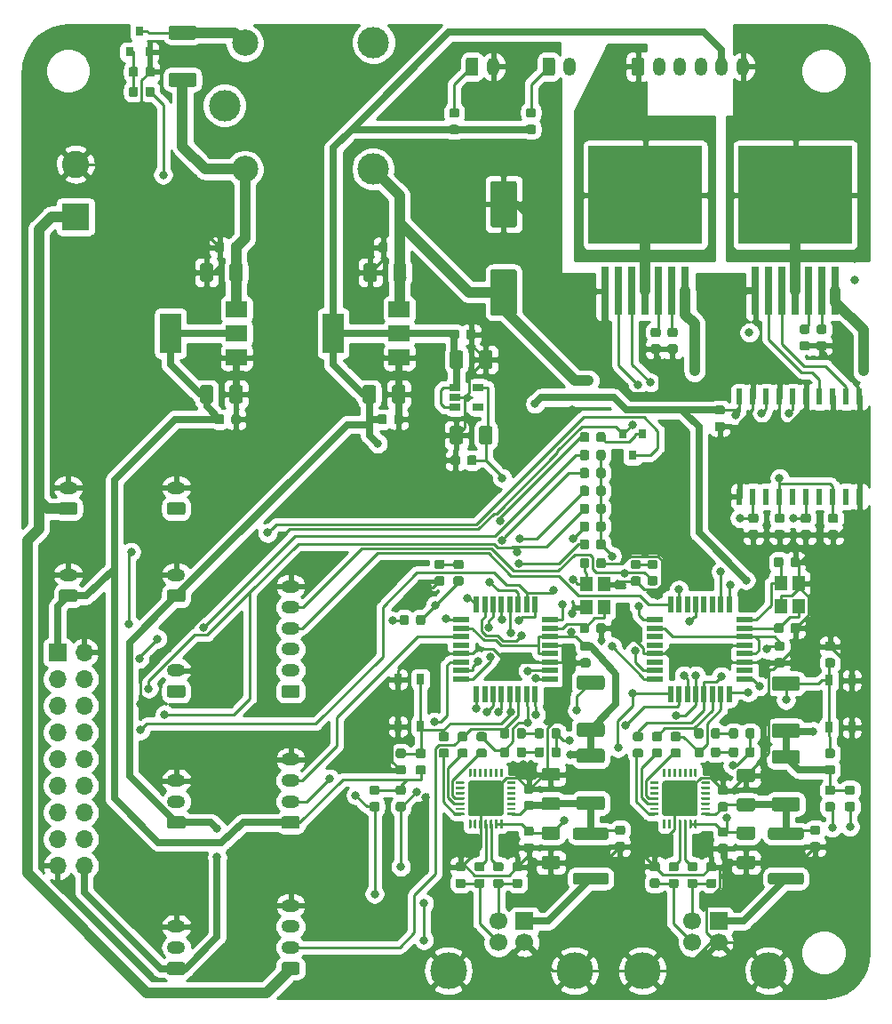
<source format=gtl>
G04 #@! TF.GenerationSoftware,KiCad,Pcbnew,(5.1.5)-3*
G04 #@! TF.CreationDate,2020-05-29T16:30:41+07:00*
G04 #@! TF.ProjectId,LIBV,4c494256-2e6b-4696-9361-645f70636258,rev?*
G04 #@! TF.SameCoordinates,PX6b93100PY86f1e60*
G04 #@! TF.FileFunction,Copper,L1,Top*
G04 #@! TF.FilePolarity,Positive*
%FSLAX46Y46*%
G04 Gerber Fmt 4.6, Leading zero omitted, Abs format (unit mm)*
G04 Created by KiCad (PCBNEW (5.1.5)-3) date 2020-05-29 16:30:41*
%MOMM*%
%LPD*%
G04 APERTURE LIST*
%ADD10O,1.700000X1.700000*%
%ADD11R,1.700000X1.700000*%
%ADD12C,0.100000*%
%ADD13O,1.200000X1.750000*%
%ADD14C,1.700000*%
%ADD15C,3.500000*%
%ADD16R,1.200000X1.400000*%
%ADD17R,1.600000X0.550000*%
%ADD18R,0.550000X1.600000*%
%ADD19R,0.800000X4.600000*%
%ADD20R,10.800000X9.400000*%
%ADD21R,0.600000X1.500000*%
%ADD22R,1.060000X0.650000*%
%ADD23R,2.000000X3.800000*%
%ADD24R,2.000000X1.500000*%
%ADD25R,0.750000X1.000000*%
%ADD26R,0.800000X0.900000*%
%ADD27C,2.500000*%
%ADD28C,3.000000*%
%ADD29O,1.750000X1.200000*%
%ADD30R,2.600000X2.600000*%
%ADD31C,2.600000*%
%ADD32C,0.800000*%
%ADD33C,0.250000*%
%ADD34C,0.700000*%
%ADD35C,1.000000*%
%ADD36C,0.254000*%
G04 APERTURE END LIST*
D10*
X6540000Y13280000D03*
X4000000Y13280000D03*
X6540000Y15820000D03*
X4000000Y15820000D03*
X6540000Y18360000D03*
X4000000Y18360000D03*
X6540000Y20900000D03*
X4000000Y20900000D03*
X6540000Y23440000D03*
X4000000Y23440000D03*
X6540000Y25980000D03*
X4000000Y25980000D03*
X6540000Y28520000D03*
X4000000Y28520000D03*
X6540000Y31060000D03*
X4000000Y31060000D03*
X6540000Y33600000D03*
D11*
X4000000Y33600000D03*
G04 #@! TA.AperFunction,ComponentPad*
D12*
G36*
X43874505Y90273796D02*
G01*
X43898773Y90270196D01*
X43922572Y90264235D01*
X43945671Y90255970D01*
X43967850Y90245480D01*
X43988893Y90232868D01*
X44008599Y90218253D01*
X44026777Y90201777D01*
X44043253Y90183599D01*
X44057868Y90163893D01*
X44070480Y90142850D01*
X44080970Y90120671D01*
X44089235Y90097572D01*
X44095196Y90073773D01*
X44098796Y90049505D01*
X44100000Y90025001D01*
X44100000Y88774999D01*
X44098796Y88750495D01*
X44095196Y88726227D01*
X44089235Y88702428D01*
X44080970Y88679329D01*
X44070480Y88657150D01*
X44057868Y88636107D01*
X44043253Y88616401D01*
X44026777Y88598223D01*
X44008599Y88581747D01*
X43988893Y88567132D01*
X43967850Y88554520D01*
X43945671Y88544030D01*
X43922572Y88535765D01*
X43898773Y88529804D01*
X43874505Y88526204D01*
X43850001Y88525000D01*
X43149999Y88525000D01*
X43125495Y88526204D01*
X43101227Y88529804D01*
X43077428Y88535765D01*
X43054329Y88544030D01*
X43032150Y88554520D01*
X43011107Y88567132D01*
X42991401Y88581747D01*
X42973223Y88598223D01*
X42956747Y88616401D01*
X42942132Y88636107D01*
X42929520Y88657150D01*
X42919030Y88679329D01*
X42910765Y88702428D01*
X42904804Y88726227D01*
X42901204Y88750495D01*
X42900000Y88774999D01*
X42900000Y90025001D01*
X42901204Y90049505D01*
X42904804Y90073773D01*
X42910765Y90097572D01*
X42919030Y90120671D01*
X42929520Y90142850D01*
X42942132Y90163893D01*
X42956747Y90183599D01*
X42973223Y90201777D01*
X42991401Y90218253D01*
X43011107Y90232868D01*
X43032150Y90245480D01*
X43054329Y90255970D01*
X43077428Y90264235D01*
X43101227Y90270196D01*
X43125495Y90273796D01*
X43149999Y90275000D01*
X43850001Y90275000D01*
X43874505Y90273796D01*
G37*
G04 #@! TD.AperFunction*
D13*
X45500000Y89400000D03*
G04 #@! TA.AperFunction,SMDPad,CuDef*
D12*
G36*
X74874505Y12623796D02*
G01*
X74898773Y12620196D01*
X74922572Y12614235D01*
X74945671Y12605970D01*
X74967850Y12595480D01*
X74988893Y12582868D01*
X75008599Y12568253D01*
X75026777Y12551777D01*
X75043253Y12533599D01*
X75057868Y12513893D01*
X75070480Y12492850D01*
X75080970Y12470671D01*
X75089235Y12447572D01*
X75095196Y12423773D01*
X75098796Y12399505D01*
X75100000Y12375001D01*
X75100000Y11749999D01*
X75098796Y11725495D01*
X75095196Y11701227D01*
X75089235Y11677428D01*
X75080970Y11654329D01*
X75070480Y11632150D01*
X75057868Y11611107D01*
X75043253Y11591401D01*
X75026777Y11573223D01*
X75008599Y11556747D01*
X74988893Y11542132D01*
X74967850Y11529520D01*
X74945671Y11519030D01*
X74922572Y11510765D01*
X74898773Y11504804D01*
X74874505Y11501204D01*
X74850001Y11500000D01*
X71949999Y11500000D01*
X71925495Y11501204D01*
X71901227Y11504804D01*
X71877428Y11510765D01*
X71854329Y11519030D01*
X71832150Y11529520D01*
X71811107Y11542132D01*
X71791401Y11556747D01*
X71773223Y11573223D01*
X71756747Y11591401D01*
X71742132Y11611107D01*
X71729520Y11632150D01*
X71719030Y11654329D01*
X71710765Y11677428D01*
X71704804Y11701227D01*
X71701204Y11725495D01*
X71700000Y11749999D01*
X71700000Y12375001D01*
X71701204Y12399505D01*
X71704804Y12423773D01*
X71710765Y12447572D01*
X71719030Y12470671D01*
X71729520Y12492850D01*
X71742132Y12513893D01*
X71756747Y12533599D01*
X71773223Y12551777D01*
X71791401Y12568253D01*
X71811107Y12582868D01*
X71832150Y12595480D01*
X71854329Y12605970D01*
X71877428Y12614235D01*
X71901227Y12620196D01*
X71925495Y12623796D01*
X71949999Y12625000D01*
X74850001Y12625000D01*
X74874505Y12623796D01*
G37*
G04 #@! TD.AperFunction*
G04 #@! TA.AperFunction,SMDPad,CuDef*
G36*
X74874505Y16898796D02*
G01*
X74898773Y16895196D01*
X74922572Y16889235D01*
X74945671Y16880970D01*
X74967850Y16870480D01*
X74988893Y16857868D01*
X75008599Y16843253D01*
X75026777Y16826777D01*
X75043253Y16808599D01*
X75057868Y16788893D01*
X75070480Y16767850D01*
X75080970Y16745671D01*
X75089235Y16722572D01*
X75095196Y16698773D01*
X75098796Y16674505D01*
X75100000Y16650001D01*
X75100000Y16024999D01*
X75098796Y16000495D01*
X75095196Y15976227D01*
X75089235Y15952428D01*
X75080970Y15929329D01*
X75070480Y15907150D01*
X75057868Y15886107D01*
X75043253Y15866401D01*
X75026777Y15848223D01*
X75008599Y15831747D01*
X74988893Y15817132D01*
X74967850Y15804520D01*
X74945671Y15794030D01*
X74922572Y15785765D01*
X74898773Y15779804D01*
X74874505Y15776204D01*
X74850001Y15775000D01*
X71949999Y15775000D01*
X71925495Y15776204D01*
X71901227Y15779804D01*
X71877428Y15785765D01*
X71854329Y15794030D01*
X71832150Y15804520D01*
X71811107Y15817132D01*
X71791401Y15831747D01*
X71773223Y15848223D01*
X71756747Y15866401D01*
X71742132Y15886107D01*
X71729520Y15907150D01*
X71719030Y15929329D01*
X71710765Y15952428D01*
X71704804Y15976227D01*
X71701204Y16000495D01*
X71700000Y16024999D01*
X71700000Y16650001D01*
X71701204Y16674505D01*
X71704804Y16698773D01*
X71710765Y16722572D01*
X71719030Y16745671D01*
X71729520Y16767850D01*
X71742132Y16788893D01*
X71756747Y16808599D01*
X71773223Y16826777D01*
X71791401Y16843253D01*
X71811107Y16857868D01*
X71832150Y16870480D01*
X71854329Y16880970D01*
X71877428Y16889235D01*
X71901227Y16895196D01*
X71925495Y16898796D01*
X71949999Y16900000D01*
X74850001Y16900000D01*
X74874505Y16898796D01*
G37*
G04 #@! TD.AperFunction*
G04 #@! TA.AperFunction,SMDPad,CuDef*
G36*
X56274505Y12623796D02*
G01*
X56298773Y12620196D01*
X56322572Y12614235D01*
X56345671Y12605970D01*
X56367850Y12595480D01*
X56388893Y12582868D01*
X56408599Y12568253D01*
X56426777Y12551777D01*
X56443253Y12533599D01*
X56457868Y12513893D01*
X56470480Y12492850D01*
X56480970Y12470671D01*
X56489235Y12447572D01*
X56495196Y12423773D01*
X56498796Y12399505D01*
X56500000Y12375001D01*
X56500000Y11749999D01*
X56498796Y11725495D01*
X56495196Y11701227D01*
X56489235Y11677428D01*
X56480970Y11654329D01*
X56470480Y11632150D01*
X56457868Y11611107D01*
X56443253Y11591401D01*
X56426777Y11573223D01*
X56408599Y11556747D01*
X56388893Y11542132D01*
X56367850Y11529520D01*
X56345671Y11519030D01*
X56322572Y11510765D01*
X56298773Y11504804D01*
X56274505Y11501204D01*
X56250001Y11500000D01*
X53349999Y11500000D01*
X53325495Y11501204D01*
X53301227Y11504804D01*
X53277428Y11510765D01*
X53254329Y11519030D01*
X53232150Y11529520D01*
X53211107Y11542132D01*
X53191401Y11556747D01*
X53173223Y11573223D01*
X53156747Y11591401D01*
X53142132Y11611107D01*
X53129520Y11632150D01*
X53119030Y11654329D01*
X53110765Y11677428D01*
X53104804Y11701227D01*
X53101204Y11725495D01*
X53100000Y11749999D01*
X53100000Y12375001D01*
X53101204Y12399505D01*
X53104804Y12423773D01*
X53110765Y12447572D01*
X53119030Y12470671D01*
X53129520Y12492850D01*
X53142132Y12513893D01*
X53156747Y12533599D01*
X53173223Y12551777D01*
X53191401Y12568253D01*
X53211107Y12582868D01*
X53232150Y12595480D01*
X53254329Y12605970D01*
X53277428Y12614235D01*
X53301227Y12620196D01*
X53325495Y12623796D01*
X53349999Y12625000D01*
X56250001Y12625000D01*
X56274505Y12623796D01*
G37*
G04 #@! TD.AperFunction*
G04 #@! TA.AperFunction,SMDPad,CuDef*
G36*
X56274505Y16898796D02*
G01*
X56298773Y16895196D01*
X56322572Y16889235D01*
X56345671Y16880970D01*
X56367850Y16870480D01*
X56388893Y16857868D01*
X56408599Y16843253D01*
X56426777Y16826777D01*
X56443253Y16808599D01*
X56457868Y16788893D01*
X56470480Y16767850D01*
X56480970Y16745671D01*
X56489235Y16722572D01*
X56495196Y16698773D01*
X56498796Y16674505D01*
X56500000Y16650001D01*
X56500000Y16024999D01*
X56498796Y16000495D01*
X56495196Y15976227D01*
X56489235Y15952428D01*
X56480970Y15929329D01*
X56470480Y15907150D01*
X56457868Y15886107D01*
X56443253Y15866401D01*
X56426777Y15848223D01*
X56408599Y15831747D01*
X56388893Y15817132D01*
X56367850Y15804520D01*
X56345671Y15794030D01*
X56322572Y15785765D01*
X56298773Y15779804D01*
X56274505Y15776204D01*
X56250001Y15775000D01*
X53349999Y15775000D01*
X53325495Y15776204D01*
X53301227Y15779804D01*
X53277428Y15785765D01*
X53254329Y15794030D01*
X53232150Y15804520D01*
X53211107Y15817132D01*
X53191401Y15831747D01*
X53173223Y15848223D01*
X53156747Y15866401D01*
X53142132Y15886107D01*
X53129520Y15907150D01*
X53119030Y15929329D01*
X53110765Y15952428D01*
X53104804Y15976227D01*
X53101204Y16000495D01*
X53100000Y16024999D01*
X53100000Y16650001D01*
X53101204Y16674505D01*
X53104804Y16698773D01*
X53110765Y16722572D01*
X53119030Y16745671D01*
X53129520Y16767850D01*
X53142132Y16788893D01*
X53156747Y16808599D01*
X53173223Y16826777D01*
X53191401Y16843253D01*
X53211107Y16857868D01*
X53232150Y16870480D01*
X53254329Y16880970D01*
X53277428Y16889235D01*
X53301227Y16895196D01*
X53325495Y16898796D01*
X53349999Y16900000D01*
X56250001Y16900000D01*
X56274505Y16898796D01*
G37*
G04 #@! TD.AperFunction*
G04 #@! TA.AperFunction,SMDPad,CuDef*
G36*
X75577691Y45248947D02*
G01*
X75598926Y45245797D01*
X75619750Y45240581D01*
X75639962Y45233349D01*
X75659368Y45224170D01*
X75677781Y45213134D01*
X75695024Y45200346D01*
X75710930Y45185930D01*
X75725346Y45170024D01*
X75738134Y45152781D01*
X75749170Y45134368D01*
X75758349Y45114962D01*
X75765581Y45094750D01*
X75770797Y45073926D01*
X75773947Y45052691D01*
X75775000Y45031250D01*
X75775000Y44593750D01*
X75773947Y44572309D01*
X75770797Y44551074D01*
X75765581Y44530250D01*
X75758349Y44510038D01*
X75749170Y44490632D01*
X75738134Y44472219D01*
X75725346Y44454976D01*
X75710930Y44439070D01*
X75695024Y44424654D01*
X75677781Y44411866D01*
X75659368Y44400830D01*
X75639962Y44391651D01*
X75619750Y44384419D01*
X75598926Y44379203D01*
X75577691Y44376053D01*
X75556250Y44375000D01*
X75043750Y44375000D01*
X75022309Y44376053D01*
X75001074Y44379203D01*
X74980250Y44384419D01*
X74960038Y44391651D01*
X74940632Y44400830D01*
X74922219Y44411866D01*
X74904976Y44424654D01*
X74889070Y44439070D01*
X74874654Y44454976D01*
X74861866Y44472219D01*
X74850830Y44490632D01*
X74841651Y44510038D01*
X74834419Y44530250D01*
X74829203Y44551074D01*
X74826053Y44572309D01*
X74825000Y44593750D01*
X74825000Y45031250D01*
X74826053Y45052691D01*
X74829203Y45073926D01*
X74834419Y45094750D01*
X74841651Y45114962D01*
X74850830Y45134368D01*
X74861866Y45152781D01*
X74874654Y45170024D01*
X74889070Y45185930D01*
X74904976Y45200346D01*
X74922219Y45213134D01*
X74940632Y45224170D01*
X74960038Y45233349D01*
X74980250Y45240581D01*
X75001074Y45245797D01*
X75022309Y45248947D01*
X75043750Y45250000D01*
X75556250Y45250000D01*
X75577691Y45248947D01*
G37*
G04 #@! TD.AperFunction*
G04 #@! TA.AperFunction,SMDPad,CuDef*
G36*
X75577691Y46823947D02*
G01*
X75598926Y46820797D01*
X75619750Y46815581D01*
X75639962Y46808349D01*
X75659368Y46799170D01*
X75677781Y46788134D01*
X75695024Y46775346D01*
X75710930Y46760930D01*
X75725346Y46745024D01*
X75738134Y46727781D01*
X75749170Y46709368D01*
X75758349Y46689962D01*
X75765581Y46669750D01*
X75770797Y46648926D01*
X75773947Y46627691D01*
X75775000Y46606250D01*
X75775000Y46168750D01*
X75773947Y46147309D01*
X75770797Y46126074D01*
X75765581Y46105250D01*
X75758349Y46085038D01*
X75749170Y46065632D01*
X75738134Y46047219D01*
X75725346Y46029976D01*
X75710930Y46014070D01*
X75695024Y45999654D01*
X75677781Y45986866D01*
X75659368Y45975830D01*
X75639962Y45966651D01*
X75619750Y45959419D01*
X75598926Y45954203D01*
X75577691Y45951053D01*
X75556250Y45950000D01*
X75043750Y45950000D01*
X75022309Y45951053D01*
X75001074Y45954203D01*
X74980250Y45959419D01*
X74960038Y45966651D01*
X74940632Y45975830D01*
X74922219Y45986866D01*
X74904976Y45999654D01*
X74889070Y46014070D01*
X74874654Y46029976D01*
X74861866Y46047219D01*
X74850830Y46065632D01*
X74841651Y46085038D01*
X74834419Y46105250D01*
X74829203Y46126074D01*
X74826053Y46147309D01*
X74825000Y46168750D01*
X74825000Y46606250D01*
X74826053Y46627691D01*
X74829203Y46648926D01*
X74834419Y46669750D01*
X74841651Y46689962D01*
X74850830Y46709368D01*
X74861866Y46727781D01*
X74874654Y46745024D01*
X74889070Y46760930D01*
X74904976Y46775346D01*
X74922219Y46788134D01*
X74940632Y46799170D01*
X74960038Y46808349D01*
X74980250Y46815581D01*
X75001074Y46820797D01*
X75022309Y46823947D01*
X75043750Y46825000D01*
X75556250Y46825000D01*
X75577691Y46823947D01*
G37*
G04 #@! TD.AperFunction*
D11*
X67000000Y8000000D03*
D14*
X64500000Y8000000D03*
X64500000Y6000000D03*
X67000000Y6000000D03*
D15*
X71770000Y3290000D03*
X59730000Y3290000D03*
D11*
X48500000Y8000000D03*
D14*
X46000000Y8000000D03*
X46000000Y6000000D03*
X48500000Y6000000D03*
D15*
X53270000Y3290000D03*
X41230000Y3290000D03*
D16*
X72900000Y40200000D03*
X72900000Y38000000D03*
X74600000Y38000000D03*
X74600000Y40200000D03*
X54350000Y40100000D03*
X54350000Y37900000D03*
X56050000Y37900000D03*
X56050000Y40100000D03*
D17*
X69450000Y31100000D03*
X69450000Y31900000D03*
X69450000Y32700000D03*
X69450000Y33500000D03*
X69450000Y34300000D03*
X69450000Y35100000D03*
X69450000Y35900000D03*
X69450000Y36700000D03*
D18*
X68000000Y38150000D03*
X67200000Y38150000D03*
X66400000Y38150000D03*
X65600000Y38150000D03*
X64800000Y38150000D03*
X64000000Y38150000D03*
X63200000Y38150000D03*
X62400000Y38150000D03*
D17*
X60950000Y36700000D03*
X60950000Y35900000D03*
X60950000Y35100000D03*
X60950000Y34300000D03*
X60950000Y33500000D03*
X60950000Y32700000D03*
X60950000Y31900000D03*
X60950000Y31100000D03*
D18*
X62400000Y29650000D03*
X63200000Y29650000D03*
X64000000Y29650000D03*
X64800000Y29650000D03*
X65600000Y29650000D03*
X66400000Y29650000D03*
X67200000Y29650000D03*
X68000000Y29650000D03*
G04 #@! TA.AperFunction,SMDPad,CuDef*
D12*
G36*
X64749504Y21373796D02*
G01*
X64773773Y21370196D01*
X64797571Y21364235D01*
X64820671Y21355970D01*
X64842849Y21345480D01*
X64863893Y21332867D01*
X64883598Y21318253D01*
X64901777Y21301777D01*
X64918253Y21283598D01*
X64932867Y21263893D01*
X64945480Y21242849D01*
X64955970Y21220671D01*
X64964235Y21197571D01*
X64970196Y21173773D01*
X64973796Y21149504D01*
X64975000Y21125000D01*
X64975000Y18275000D01*
X64973796Y18250496D01*
X64970196Y18226227D01*
X64964235Y18202429D01*
X64955970Y18179329D01*
X64945480Y18157151D01*
X64932867Y18136107D01*
X64918253Y18116402D01*
X64901777Y18098223D01*
X64883598Y18081747D01*
X64863893Y18067133D01*
X64842849Y18054520D01*
X64820671Y18044030D01*
X64797571Y18035765D01*
X64773773Y18029804D01*
X64749504Y18026204D01*
X64725000Y18025000D01*
X61875000Y18025000D01*
X61850496Y18026204D01*
X61826227Y18029804D01*
X61802429Y18035765D01*
X61779329Y18044030D01*
X61757151Y18054520D01*
X61736107Y18067133D01*
X61716402Y18081747D01*
X61698223Y18098223D01*
X61681747Y18116402D01*
X61667133Y18136107D01*
X61654520Y18157151D01*
X61644030Y18179329D01*
X61635765Y18202429D01*
X61629804Y18226227D01*
X61626204Y18250496D01*
X61625000Y18275000D01*
X61625000Y21125000D01*
X61626204Y21149504D01*
X61629804Y21173773D01*
X61635765Y21197571D01*
X61644030Y21220671D01*
X61654520Y21242849D01*
X61667133Y21263893D01*
X61681747Y21283598D01*
X61698223Y21301777D01*
X61716402Y21318253D01*
X61736107Y21332867D01*
X61757151Y21345480D01*
X61779329Y21355970D01*
X61802429Y21364235D01*
X61826227Y21370196D01*
X61850496Y21373796D01*
X61875000Y21375000D01*
X64725000Y21375000D01*
X64749504Y21373796D01*
G37*
G04 #@! TD.AperFunction*
G04 #@! TA.AperFunction,SMDPad,CuDef*
G36*
X61868626Y17649699D02*
G01*
X61874693Y17648799D01*
X61880643Y17647309D01*
X61886418Y17645242D01*
X61891962Y17642620D01*
X61897223Y17639467D01*
X61902150Y17635813D01*
X61906694Y17631694D01*
X61910813Y17627150D01*
X61914467Y17622223D01*
X61917620Y17616962D01*
X61920242Y17611418D01*
X61922309Y17605643D01*
X61923799Y17599693D01*
X61924699Y17593626D01*
X61925000Y17587500D01*
X61925000Y16912500D01*
X61924699Y16906374D01*
X61923799Y16900307D01*
X61922309Y16894357D01*
X61920242Y16888582D01*
X61917620Y16883038D01*
X61914467Y16877777D01*
X61910813Y16872850D01*
X61906694Y16868306D01*
X61902150Y16864187D01*
X61897223Y16860533D01*
X61891962Y16857380D01*
X61886418Y16854758D01*
X61880643Y16852691D01*
X61874693Y16851201D01*
X61868626Y16850301D01*
X61862500Y16850000D01*
X61737500Y16850000D01*
X61731374Y16850301D01*
X61725307Y16851201D01*
X61719357Y16852691D01*
X61713582Y16854758D01*
X61708038Y16857380D01*
X61702777Y16860533D01*
X61697850Y16864187D01*
X61693306Y16868306D01*
X61689187Y16872850D01*
X61685533Y16877777D01*
X61682380Y16883038D01*
X61679758Y16888582D01*
X61677691Y16894357D01*
X61676201Y16900307D01*
X61675301Y16906374D01*
X61675000Y16912500D01*
X61675000Y17587500D01*
X61675301Y17593626D01*
X61676201Y17599693D01*
X61677691Y17605643D01*
X61679758Y17611418D01*
X61682380Y17616962D01*
X61685533Y17622223D01*
X61689187Y17627150D01*
X61693306Y17631694D01*
X61697850Y17635813D01*
X61702777Y17639467D01*
X61708038Y17642620D01*
X61713582Y17645242D01*
X61719357Y17647309D01*
X61725307Y17648799D01*
X61731374Y17649699D01*
X61737500Y17650000D01*
X61862500Y17650000D01*
X61868626Y17649699D01*
G37*
G04 #@! TD.AperFunction*
G04 #@! TA.AperFunction,SMDPad,CuDef*
G36*
X62368626Y17649699D02*
G01*
X62374693Y17648799D01*
X62380643Y17647309D01*
X62386418Y17645242D01*
X62391962Y17642620D01*
X62397223Y17639467D01*
X62402150Y17635813D01*
X62406694Y17631694D01*
X62410813Y17627150D01*
X62414467Y17622223D01*
X62417620Y17616962D01*
X62420242Y17611418D01*
X62422309Y17605643D01*
X62423799Y17599693D01*
X62424699Y17593626D01*
X62425000Y17587500D01*
X62425000Y16912500D01*
X62424699Y16906374D01*
X62423799Y16900307D01*
X62422309Y16894357D01*
X62420242Y16888582D01*
X62417620Y16883038D01*
X62414467Y16877777D01*
X62410813Y16872850D01*
X62406694Y16868306D01*
X62402150Y16864187D01*
X62397223Y16860533D01*
X62391962Y16857380D01*
X62386418Y16854758D01*
X62380643Y16852691D01*
X62374693Y16851201D01*
X62368626Y16850301D01*
X62362500Y16850000D01*
X62237500Y16850000D01*
X62231374Y16850301D01*
X62225307Y16851201D01*
X62219357Y16852691D01*
X62213582Y16854758D01*
X62208038Y16857380D01*
X62202777Y16860533D01*
X62197850Y16864187D01*
X62193306Y16868306D01*
X62189187Y16872850D01*
X62185533Y16877777D01*
X62182380Y16883038D01*
X62179758Y16888582D01*
X62177691Y16894357D01*
X62176201Y16900307D01*
X62175301Y16906374D01*
X62175000Y16912500D01*
X62175000Y17587500D01*
X62175301Y17593626D01*
X62176201Y17599693D01*
X62177691Y17605643D01*
X62179758Y17611418D01*
X62182380Y17616962D01*
X62185533Y17622223D01*
X62189187Y17627150D01*
X62193306Y17631694D01*
X62197850Y17635813D01*
X62202777Y17639467D01*
X62208038Y17642620D01*
X62213582Y17645242D01*
X62219357Y17647309D01*
X62225307Y17648799D01*
X62231374Y17649699D01*
X62237500Y17650000D01*
X62362500Y17650000D01*
X62368626Y17649699D01*
G37*
G04 #@! TD.AperFunction*
G04 #@! TA.AperFunction,SMDPad,CuDef*
G36*
X62868626Y17649699D02*
G01*
X62874693Y17648799D01*
X62880643Y17647309D01*
X62886418Y17645242D01*
X62891962Y17642620D01*
X62897223Y17639467D01*
X62902150Y17635813D01*
X62906694Y17631694D01*
X62910813Y17627150D01*
X62914467Y17622223D01*
X62917620Y17616962D01*
X62920242Y17611418D01*
X62922309Y17605643D01*
X62923799Y17599693D01*
X62924699Y17593626D01*
X62925000Y17587500D01*
X62925000Y16912500D01*
X62924699Y16906374D01*
X62923799Y16900307D01*
X62922309Y16894357D01*
X62920242Y16888582D01*
X62917620Y16883038D01*
X62914467Y16877777D01*
X62910813Y16872850D01*
X62906694Y16868306D01*
X62902150Y16864187D01*
X62897223Y16860533D01*
X62891962Y16857380D01*
X62886418Y16854758D01*
X62880643Y16852691D01*
X62874693Y16851201D01*
X62868626Y16850301D01*
X62862500Y16850000D01*
X62737500Y16850000D01*
X62731374Y16850301D01*
X62725307Y16851201D01*
X62719357Y16852691D01*
X62713582Y16854758D01*
X62708038Y16857380D01*
X62702777Y16860533D01*
X62697850Y16864187D01*
X62693306Y16868306D01*
X62689187Y16872850D01*
X62685533Y16877777D01*
X62682380Y16883038D01*
X62679758Y16888582D01*
X62677691Y16894357D01*
X62676201Y16900307D01*
X62675301Y16906374D01*
X62675000Y16912500D01*
X62675000Y17587500D01*
X62675301Y17593626D01*
X62676201Y17599693D01*
X62677691Y17605643D01*
X62679758Y17611418D01*
X62682380Y17616962D01*
X62685533Y17622223D01*
X62689187Y17627150D01*
X62693306Y17631694D01*
X62697850Y17635813D01*
X62702777Y17639467D01*
X62708038Y17642620D01*
X62713582Y17645242D01*
X62719357Y17647309D01*
X62725307Y17648799D01*
X62731374Y17649699D01*
X62737500Y17650000D01*
X62862500Y17650000D01*
X62868626Y17649699D01*
G37*
G04 #@! TD.AperFunction*
G04 #@! TA.AperFunction,SMDPad,CuDef*
G36*
X63368626Y17649699D02*
G01*
X63374693Y17648799D01*
X63380643Y17647309D01*
X63386418Y17645242D01*
X63391962Y17642620D01*
X63397223Y17639467D01*
X63402150Y17635813D01*
X63406694Y17631694D01*
X63410813Y17627150D01*
X63414467Y17622223D01*
X63417620Y17616962D01*
X63420242Y17611418D01*
X63422309Y17605643D01*
X63423799Y17599693D01*
X63424699Y17593626D01*
X63425000Y17587500D01*
X63425000Y16912500D01*
X63424699Y16906374D01*
X63423799Y16900307D01*
X63422309Y16894357D01*
X63420242Y16888582D01*
X63417620Y16883038D01*
X63414467Y16877777D01*
X63410813Y16872850D01*
X63406694Y16868306D01*
X63402150Y16864187D01*
X63397223Y16860533D01*
X63391962Y16857380D01*
X63386418Y16854758D01*
X63380643Y16852691D01*
X63374693Y16851201D01*
X63368626Y16850301D01*
X63362500Y16850000D01*
X63237500Y16850000D01*
X63231374Y16850301D01*
X63225307Y16851201D01*
X63219357Y16852691D01*
X63213582Y16854758D01*
X63208038Y16857380D01*
X63202777Y16860533D01*
X63197850Y16864187D01*
X63193306Y16868306D01*
X63189187Y16872850D01*
X63185533Y16877777D01*
X63182380Y16883038D01*
X63179758Y16888582D01*
X63177691Y16894357D01*
X63176201Y16900307D01*
X63175301Y16906374D01*
X63175000Y16912500D01*
X63175000Y17587500D01*
X63175301Y17593626D01*
X63176201Y17599693D01*
X63177691Y17605643D01*
X63179758Y17611418D01*
X63182380Y17616962D01*
X63185533Y17622223D01*
X63189187Y17627150D01*
X63193306Y17631694D01*
X63197850Y17635813D01*
X63202777Y17639467D01*
X63208038Y17642620D01*
X63213582Y17645242D01*
X63219357Y17647309D01*
X63225307Y17648799D01*
X63231374Y17649699D01*
X63237500Y17650000D01*
X63362500Y17650000D01*
X63368626Y17649699D01*
G37*
G04 #@! TD.AperFunction*
G04 #@! TA.AperFunction,SMDPad,CuDef*
G36*
X63868626Y17649699D02*
G01*
X63874693Y17648799D01*
X63880643Y17647309D01*
X63886418Y17645242D01*
X63891962Y17642620D01*
X63897223Y17639467D01*
X63902150Y17635813D01*
X63906694Y17631694D01*
X63910813Y17627150D01*
X63914467Y17622223D01*
X63917620Y17616962D01*
X63920242Y17611418D01*
X63922309Y17605643D01*
X63923799Y17599693D01*
X63924699Y17593626D01*
X63925000Y17587500D01*
X63925000Y16912500D01*
X63924699Y16906374D01*
X63923799Y16900307D01*
X63922309Y16894357D01*
X63920242Y16888582D01*
X63917620Y16883038D01*
X63914467Y16877777D01*
X63910813Y16872850D01*
X63906694Y16868306D01*
X63902150Y16864187D01*
X63897223Y16860533D01*
X63891962Y16857380D01*
X63886418Y16854758D01*
X63880643Y16852691D01*
X63874693Y16851201D01*
X63868626Y16850301D01*
X63862500Y16850000D01*
X63737500Y16850000D01*
X63731374Y16850301D01*
X63725307Y16851201D01*
X63719357Y16852691D01*
X63713582Y16854758D01*
X63708038Y16857380D01*
X63702777Y16860533D01*
X63697850Y16864187D01*
X63693306Y16868306D01*
X63689187Y16872850D01*
X63685533Y16877777D01*
X63682380Y16883038D01*
X63679758Y16888582D01*
X63677691Y16894357D01*
X63676201Y16900307D01*
X63675301Y16906374D01*
X63675000Y16912500D01*
X63675000Y17587500D01*
X63675301Y17593626D01*
X63676201Y17599693D01*
X63677691Y17605643D01*
X63679758Y17611418D01*
X63682380Y17616962D01*
X63685533Y17622223D01*
X63689187Y17627150D01*
X63693306Y17631694D01*
X63697850Y17635813D01*
X63702777Y17639467D01*
X63708038Y17642620D01*
X63713582Y17645242D01*
X63719357Y17647309D01*
X63725307Y17648799D01*
X63731374Y17649699D01*
X63737500Y17650000D01*
X63862500Y17650000D01*
X63868626Y17649699D01*
G37*
G04 #@! TD.AperFunction*
G04 #@! TA.AperFunction,SMDPad,CuDef*
G36*
X64368626Y17649699D02*
G01*
X64374693Y17648799D01*
X64380643Y17647309D01*
X64386418Y17645242D01*
X64391962Y17642620D01*
X64397223Y17639467D01*
X64402150Y17635813D01*
X64406694Y17631694D01*
X64410813Y17627150D01*
X64414467Y17622223D01*
X64417620Y17616962D01*
X64420242Y17611418D01*
X64422309Y17605643D01*
X64423799Y17599693D01*
X64424699Y17593626D01*
X64425000Y17587500D01*
X64425000Y16912500D01*
X64424699Y16906374D01*
X64423799Y16900307D01*
X64422309Y16894357D01*
X64420242Y16888582D01*
X64417620Y16883038D01*
X64414467Y16877777D01*
X64410813Y16872850D01*
X64406694Y16868306D01*
X64402150Y16864187D01*
X64397223Y16860533D01*
X64391962Y16857380D01*
X64386418Y16854758D01*
X64380643Y16852691D01*
X64374693Y16851201D01*
X64368626Y16850301D01*
X64362500Y16850000D01*
X64237500Y16850000D01*
X64231374Y16850301D01*
X64225307Y16851201D01*
X64219357Y16852691D01*
X64213582Y16854758D01*
X64208038Y16857380D01*
X64202777Y16860533D01*
X64197850Y16864187D01*
X64193306Y16868306D01*
X64189187Y16872850D01*
X64185533Y16877777D01*
X64182380Y16883038D01*
X64179758Y16888582D01*
X64177691Y16894357D01*
X64176201Y16900307D01*
X64175301Y16906374D01*
X64175000Y16912500D01*
X64175000Y17587500D01*
X64175301Y17593626D01*
X64176201Y17599693D01*
X64177691Y17605643D01*
X64179758Y17611418D01*
X64182380Y17616962D01*
X64185533Y17622223D01*
X64189187Y17627150D01*
X64193306Y17631694D01*
X64197850Y17635813D01*
X64202777Y17639467D01*
X64208038Y17642620D01*
X64213582Y17645242D01*
X64219357Y17647309D01*
X64225307Y17648799D01*
X64231374Y17649699D01*
X64237500Y17650000D01*
X64362500Y17650000D01*
X64368626Y17649699D01*
G37*
G04 #@! TD.AperFunction*
G04 #@! TA.AperFunction,SMDPad,CuDef*
G36*
X64868626Y17649699D02*
G01*
X64874693Y17648799D01*
X64880643Y17647309D01*
X64886418Y17645242D01*
X64891962Y17642620D01*
X64897223Y17639467D01*
X64902150Y17635813D01*
X64906694Y17631694D01*
X64910813Y17627150D01*
X64914467Y17622223D01*
X64917620Y17616962D01*
X64920242Y17611418D01*
X64922309Y17605643D01*
X64923799Y17599693D01*
X64924699Y17593626D01*
X64925000Y17587500D01*
X64925000Y16912500D01*
X64924699Y16906374D01*
X64923799Y16900307D01*
X64922309Y16894357D01*
X64920242Y16888582D01*
X64917620Y16883038D01*
X64914467Y16877777D01*
X64910813Y16872850D01*
X64906694Y16868306D01*
X64902150Y16864187D01*
X64897223Y16860533D01*
X64891962Y16857380D01*
X64886418Y16854758D01*
X64880643Y16852691D01*
X64874693Y16851201D01*
X64868626Y16850301D01*
X64862500Y16850000D01*
X64737500Y16850000D01*
X64731374Y16850301D01*
X64725307Y16851201D01*
X64719357Y16852691D01*
X64713582Y16854758D01*
X64708038Y16857380D01*
X64702777Y16860533D01*
X64697850Y16864187D01*
X64693306Y16868306D01*
X64689187Y16872850D01*
X64685533Y16877777D01*
X64682380Y16883038D01*
X64679758Y16888582D01*
X64677691Y16894357D01*
X64676201Y16900307D01*
X64675301Y16906374D01*
X64675000Y16912500D01*
X64675000Y17587500D01*
X64675301Y17593626D01*
X64676201Y17599693D01*
X64677691Y17605643D01*
X64679758Y17611418D01*
X64682380Y17616962D01*
X64685533Y17622223D01*
X64689187Y17627150D01*
X64693306Y17631694D01*
X64697850Y17635813D01*
X64702777Y17639467D01*
X64708038Y17642620D01*
X64713582Y17645242D01*
X64719357Y17647309D01*
X64725307Y17648799D01*
X64731374Y17649699D01*
X64737500Y17650000D01*
X64862500Y17650000D01*
X64868626Y17649699D01*
G37*
G04 #@! TD.AperFunction*
G04 #@! TA.AperFunction,SMDPad,CuDef*
G36*
X66093626Y18324699D02*
G01*
X66099693Y18323799D01*
X66105643Y18322309D01*
X66111418Y18320242D01*
X66116962Y18317620D01*
X66122223Y18314467D01*
X66127150Y18310813D01*
X66131694Y18306694D01*
X66135813Y18302150D01*
X66139467Y18297223D01*
X66142620Y18291962D01*
X66145242Y18286418D01*
X66147309Y18280643D01*
X66148799Y18274693D01*
X66149699Y18268626D01*
X66150000Y18262500D01*
X66150000Y18137500D01*
X66149699Y18131374D01*
X66148799Y18125307D01*
X66147309Y18119357D01*
X66145242Y18113582D01*
X66142620Y18108038D01*
X66139467Y18102777D01*
X66135813Y18097850D01*
X66131694Y18093306D01*
X66127150Y18089187D01*
X66122223Y18085533D01*
X66116962Y18082380D01*
X66111418Y18079758D01*
X66105643Y18077691D01*
X66099693Y18076201D01*
X66093626Y18075301D01*
X66087500Y18075000D01*
X65412500Y18075000D01*
X65406374Y18075301D01*
X65400307Y18076201D01*
X65394357Y18077691D01*
X65388582Y18079758D01*
X65383038Y18082380D01*
X65377777Y18085533D01*
X65372850Y18089187D01*
X65368306Y18093306D01*
X65364187Y18097850D01*
X65360533Y18102777D01*
X65357380Y18108038D01*
X65354758Y18113582D01*
X65352691Y18119357D01*
X65351201Y18125307D01*
X65350301Y18131374D01*
X65350000Y18137500D01*
X65350000Y18262500D01*
X65350301Y18268626D01*
X65351201Y18274693D01*
X65352691Y18280643D01*
X65354758Y18286418D01*
X65357380Y18291962D01*
X65360533Y18297223D01*
X65364187Y18302150D01*
X65368306Y18306694D01*
X65372850Y18310813D01*
X65377777Y18314467D01*
X65383038Y18317620D01*
X65388582Y18320242D01*
X65394357Y18322309D01*
X65400307Y18323799D01*
X65406374Y18324699D01*
X65412500Y18325000D01*
X66087500Y18325000D01*
X66093626Y18324699D01*
G37*
G04 #@! TD.AperFunction*
G04 #@! TA.AperFunction,SMDPad,CuDef*
G36*
X66093626Y18824699D02*
G01*
X66099693Y18823799D01*
X66105643Y18822309D01*
X66111418Y18820242D01*
X66116962Y18817620D01*
X66122223Y18814467D01*
X66127150Y18810813D01*
X66131694Y18806694D01*
X66135813Y18802150D01*
X66139467Y18797223D01*
X66142620Y18791962D01*
X66145242Y18786418D01*
X66147309Y18780643D01*
X66148799Y18774693D01*
X66149699Y18768626D01*
X66150000Y18762500D01*
X66150000Y18637500D01*
X66149699Y18631374D01*
X66148799Y18625307D01*
X66147309Y18619357D01*
X66145242Y18613582D01*
X66142620Y18608038D01*
X66139467Y18602777D01*
X66135813Y18597850D01*
X66131694Y18593306D01*
X66127150Y18589187D01*
X66122223Y18585533D01*
X66116962Y18582380D01*
X66111418Y18579758D01*
X66105643Y18577691D01*
X66099693Y18576201D01*
X66093626Y18575301D01*
X66087500Y18575000D01*
X65412500Y18575000D01*
X65406374Y18575301D01*
X65400307Y18576201D01*
X65394357Y18577691D01*
X65388582Y18579758D01*
X65383038Y18582380D01*
X65377777Y18585533D01*
X65372850Y18589187D01*
X65368306Y18593306D01*
X65364187Y18597850D01*
X65360533Y18602777D01*
X65357380Y18608038D01*
X65354758Y18613582D01*
X65352691Y18619357D01*
X65351201Y18625307D01*
X65350301Y18631374D01*
X65350000Y18637500D01*
X65350000Y18762500D01*
X65350301Y18768626D01*
X65351201Y18774693D01*
X65352691Y18780643D01*
X65354758Y18786418D01*
X65357380Y18791962D01*
X65360533Y18797223D01*
X65364187Y18802150D01*
X65368306Y18806694D01*
X65372850Y18810813D01*
X65377777Y18814467D01*
X65383038Y18817620D01*
X65388582Y18820242D01*
X65394357Y18822309D01*
X65400307Y18823799D01*
X65406374Y18824699D01*
X65412500Y18825000D01*
X66087500Y18825000D01*
X66093626Y18824699D01*
G37*
G04 #@! TD.AperFunction*
G04 #@! TA.AperFunction,SMDPad,CuDef*
G36*
X66093626Y19324699D02*
G01*
X66099693Y19323799D01*
X66105643Y19322309D01*
X66111418Y19320242D01*
X66116962Y19317620D01*
X66122223Y19314467D01*
X66127150Y19310813D01*
X66131694Y19306694D01*
X66135813Y19302150D01*
X66139467Y19297223D01*
X66142620Y19291962D01*
X66145242Y19286418D01*
X66147309Y19280643D01*
X66148799Y19274693D01*
X66149699Y19268626D01*
X66150000Y19262500D01*
X66150000Y19137500D01*
X66149699Y19131374D01*
X66148799Y19125307D01*
X66147309Y19119357D01*
X66145242Y19113582D01*
X66142620Y19108038D01*
X66139467Y19102777D01*
X66135813Y19097850D01*
X66131694Y19093306D01*
X66127150Y19089187D01*
X66122223Y19085533D01*
X66116962Y19082380D01*
X66111418Y19079758D01*
X66105643Y19077691D01*
X66099693Y19076201D01*
X66093626Y19075301D01*
X66087500Y19075000D01*
X65412500Y19075000D01*
X65406374Y19075301D01*
X65400307Y19076201D01*
X65394357Y19077691D01*
X65388582Y19079758D01*
X65383038Y19082380D01*
X65377777Y19085533D01*
X65372850Y19089187D01*
X65368306Y19093306D01*
X65364187Y19097850D01*
X65360533Y19102777D01*
X65357380Y19108038D01*
X65354758Y19113582D01*
X65352691Y19119357D01*
X65351201Y19125307D01*
X65350301Y19131374D01*
X65350000Y19137500D01*
X65350000Y19262500D01*
X65350301Y19268626D01*
X65351201Y19274693D01*
X65352691Y19280643D01*
X65354758Y19286418D01*
X65357380Y19291962D01*
X65360533Y19297223D01*
X65364187Y19302150D01*
X65368306Y19306694D01*
X65372850Y19310813D01*
X65377777Y19314467D01*
X65383038Y19317620D01*
X65388582Y19320242D01*
X65394357Y19322309D01*
X65400307Y19323799D01*
X65406374Y19324699D01*
X65412500Y19325000D01*
X66087500Y19325000D01*
X66093626Y19324699D01*
G37*
G04 #@! TD.AperFunction*
G04 #@! TA.AperFunction,SMDPad,CuDef*
G36*
X66093626Y19824699D02*
G01*
X66099693Y19823799D01*
X66105643Y19822309D01*
X66111418Y19820242D01*
X66116962Y19817620D01*
X66122223Y19814467D01*
X66127150Y19810813D01*
X66131694Y19806694D01*
X66135813Y19802150D01*
X66139467Y19797223D01*
X66142620Y19791962D01*
X66145242Y19786418D01*
X66147309Y19780643D01*
X66148799Y19774693D01*
X66149699Y19768626D01*
X66150000Y19762500D01*
X66150000Y19637500D01*
X66149699Y19631374D01*
X66148799Y19625307D01*
X66147309Y19619357D01*
X66145242Y19613582D01*
X66142620Y19608038D01*
X66139467Y19602777D01*
X66135813Y19597850D01*
X66131694Y19593306D01*
X66127150Y19589187D01*
X66122223Y19585533D01*
X66116962Y19582380D01*
X66111418Y19579758D01*
X66105643Y19577691D01*
X66099693Y19576201D01*
X66093626Y19575301D01*
X66087500Y19575000D01*
X65412500Y19575000D01*
X65406374Y19575301D01*
X65400307Y19576201D01*
X65394357Y19577691D01*
X65388582Y19579758D01*
X65383038Y19582380D01*
X65377777Y19585533D01*
X65372850Y19589187D01*
X65368306Y19593306D01*
X65364187Y19597850D01*
X65360533Y19602777D01*
X65357380Y19608038D01*
X65354758Y19613582D01*
X65352691Y19619357D01*
X65351201Y19625307D01*
X65350301Y19631374D01*
X65350000Y19637500D01*
X65350000Y19762500D01*
X65350301Y19768626D01*
X65351201Y19774693D01*
X65352691Y19780643D01*
X65354758Y19786418D01*
X65357380Y19791962D01*
X65360533Y19797223D01*
X65364187Y19802150D01*
X65368306Y19806694D01*
X65372850Y19810813D01*
X65377777Y19814467D01*
X65383038Y19817620D01*
X65388582Y19820242D01*
X65394357Y19822309D01*
X65400307Y19823799D01*
X65406374Y19824699D01*
X65412500Y19825000D01*
X66087500Y19825000D01*
X66093626Y19824699D01*
G37*
G04 #@! TD.AperFunction*
G04 #@! TA.AperFunction,SMDPad,CuDef*
G36*
X66093626Y20324699D02*
G01*
X66099693Y20323799D01*
X66105643Y20322309D01*
X66111418Y20320242D01*
X66116962Y20317620D01*
X66122223Y20314467D01*
X66127150Y20310813D01*
X66131694Y20306694D01*
X66135813Y20302150D01*
X66139467Y20297223D01*
X66142620Y20291962D01*
X66145242Y20286418D01*
X66147309Y20280643D01*
X66148799Y20274693D01*
X66149699Y20268626D01*
X66150000Y20262500D01*
X66150000Y20137500D01*
X66149699Y20131374D01*
X66148799Y20125307D01*
X66147309Y20119357D01*
X66145242Y20113582D01*
X66142620Y20108038D01*
X66139467Y20102777D01*
X66135813Y20097850D01*
X66131694Y20093306D01*
X66127150Y20089187D01*
X66122223Y20085533D01*
X66116962Y20082380D01*
X66111418Y20079758D01*
X66105643Y20077691D01*
X66099693Y20076201D01*
X66093626Y20075301D01*
X66087500Y20075000D01*
X65412500Y20075000D01*
X65406374Y20075301D01*
X65400307Y20076201D01*
X65394357Y20077691D01*
X65388582Y20079758D01*
X65383038Y20082380D01*
X65377777Y20085533D01*
X65372850Y20089187D01*
X65368306Y20093306D01*
X65364187Y20097850D01*
X65360533Y20102777D01*
X65357380Y20108038D01*
X65354758Y20113582D01*
X65352691Y20119357D01*
X65351201Y20125307D01*
X65350301Y20131374D01*
X65350000Y20137500D01*
X65350000Y20262500D01*
X65350301Y20268626D01*
X65351201Y20274693D01*
X65352691Y20280643D01*
X65354758Y20286418D01*
X65357380Y20291962D01*
X65360533Y20297223D01*
X65364187Y20302150D01*
X65368306Y20306694D01*
X65372850Y20310813D01*
X65377777Y20314467D01*
X65383038Y20317620D01*
X65388582Y20320242D01*
X65394357Y20322309D01*
X65400307Y20323799D01*
X65406374Y20324699D01*
X65412500Y20325000D01*
X66087500Y20325000D01*
X66093626Y20324699D01*
G37*
G04 #@! TD.AperFunction*
G04 #@! TA.AperFunction,SMDPad,CuDef*
G36*
X66093626Y20824699D02*
G01*
X66099693Y20823799D01*
X66105643Y20822309D01*
X66111418Y20820242D01*
X66116962Y20817620D01*
X66122223Y20814467D01*
X66127150Y20810813D01*
X66131694Y20806694D01*
X66135813Y20802150D01*
X66139467Y20797223D01*
X66142620Y20791962D01*
X66145242Y20786418D01*
X66147309Y20780643D01*
X66148799Y20774693D01*
X66149699Y20768626D01*
X66150000Y20762500D01*
X66150000Y20637500D01*
X66149699Y20631374D01*
X66148799Y20625307D01*
X66147309Y20619357D01*
X66145242Y20613582D01*
X66142620Y20608038D01*
X66139467Y20602777D01*
X66135813Y20597850D01*
X66131694Y20593306D01*
X66127150Y20589187D01*
X66122223Y20585533D01*
X66116962Y20582380D01*
X66111418Y20579758D01*
X66105643Y20577691D01*
X66099693Y20576201D01*
X66093626Y20575301D01*
X66087500Y20575000D01*
X65412500Y20575000D01*
X65406374Y20575301D01*
X65400307Y20576201D01*
X65394357Y20577691D01*
X65388582Y20579758D01*
X65383038Y20582380D01*
X65377777Y20585533D01*
X65372850Y20589187D01*
X65368306Y20593306D01*
X65364187Y20597850D01*
X65360533Y20602777D01*
X65357380Y20608038D01*
X65354758Y20613582D01*
X65352691Y20619357D01*
X65351201Y20625307D01*
X65350301Y20631374D01*
X65350000Y20637500D01*
X65350000Y20762500D01*
X65350301Y20768626D01*
X65351201Y20774693D01*
X65352691Y20780643D01*
X65354758Y20786418D01*
X65357380Y20791962D01*
X65360533Y20797223D01*
X65364187Y20802150D01*
X65368306Y20806694D01*
X65372850Y20810813D01*
X65377777Y20814467D01*
X65383038Y20817620D01*
X65388582Y20820242D01*
X65394357Y20822309D01*
X65400307Y20823799D01*
X65406374Y20824699D01*
X65412500Y20825000D01*
X66087500Y20825000D01*
X66093626Y20824699D01*
G37*
G04 #@! TD.AperFunction*
G04 #@! TA.AperFunction,SMDPad,CuDef*
G36*
X66093626Y21324699D02*
G01*
X66099693Y21323799D01*
X66105643Y21322309D01*
X66111418Y21320242D01*
X66116962Y21317620D01*
X66122223Y21314467D01*
X66127150Y21310813D01*
X66131694Y21306694D01*
X66135813Y21302150D01*
X66139467Y21297223D01*
X66142620Y21291962D01*
X66145242Y21286418D01*
X66147309Y21280643D01*
X66148799Y21274693D01*
X66149699Y21268626D01*
X66150000Y21262500D01*
X66150000Y21137500D01*
X66149699Y21131374D01*
X66148799Y21125307D01*
X66147309Y21119357D01*
X66145242Y21113582D01*
X66142620Y21108038D01*
X66139467Y21102777D01*
X66135813Y21097850D01*
X66131694Y21093306D01*
X66127150Y21089187D01*
X66122223Y21085533D01*
X66116962Y21082380D01*
X66111418Y21079758D01*
X66105643Y21077691D01*
X66099693Y21076201D01*
X66093626Y21075301D01*
X66087500Y21075000D01*
X65412500Y21075000D01*
X65406374Y21075301D01*
X65400307Y21076201D01*
X65394357Y21077691D01*
X65388582Y21079758D01*
X65383038Y21082380D01*
X65377777Y21085533D01*
X65372850Y21089187D01*
X65368306Y21093306D01*
X65364187Y21097850D01*
X65360533Y21102777D01*
X65357380Y21108038D01*
X65354758Y21113582D01*
X65352691Y21119357D01*
X65351201Y21125307D01*
X65350301Y21131374D01*
X65350000Y21137500D01*
X65350000Y21262500D01*
X65350301Y21268626D01*
X65351201Y21274693D01*
X65352691Y21280643D01*
X65354758Y21286418D01*
X65357380Y21291962D01*
X65360533Y21297223D01*
X65364187Y21302150D01*
X65368306Y21306694D01*
X65372850Y21310813D01*
X65377777Y21314467D01*
X65383038Y21317620D01*
X65388582Y21320242D01*
X65394357Y21322309D01*
X65400307Y21323799D01*
X65406374Y21324699D01*
X65412500Y21325000D01*
X66087500Y21325000D01*
X66093626Y21324699D01*
G37*
G04 #@! TD.AperFunction*
G04 #@! TA.AperFunction,SMDPad,CuDef*
G36*
X64868626Y22549699D02*
G01*
X64874693Y22548799D01*
X64880643Y22547309D01*
X64886418Y22545242D01*
X64891962Y22542620D01*
X64897223Y22539467D01*
X64902150Y22535813D01*
X64906694Y22531694D01*
X64910813Y22527150D01*
X64914467Y22522223D01*
X64917620Y22516962D01*
X64920242Y22511418D01*
X64922309Y22505643D01*
X64923799Y22499693D01*
X64924699Y22493626D01*
X64925000Y22487500D01*
X64925000Y21812500D01*
X64924699Y21806374D01*
X64923799Y21800307D01*
X64922309Y21794357D01*
X64920242Y21788582D01*
X64917620Y21783038D01*
X64914467Y21777777D01*
X64910813Y21772850D01*
X64906694Y21768306D01*
X64902150Y21764187D01*
X64897223Y21760533D01*
X64891962Y21757380D01*
X64886418Y21754758D01*
X64880643Y21752691D01*
X64874693Y21751201D01*
X64868626Y21750301D01*
X64862500Y21750000D01*
X64737500Y21750000D01*
X64731374Y21750301D01*
X64725307Y21751201D01*
X64719357Y21752691D01*
X64713582Y21754758D01*
X64708038Y21757380D01*
X64702777Y21760533D01*
X64697850Y21764187D01*
X64693306Y21768306D01*
X64689187Y21772850D01*
X64685533Y21777777D01*
X64682380Y21783038D01*
X64679758Y21788582D01*
X64677691Y21794357D01*
X64676201Y21800307D01*
X64675301Y21806374D01*
X64675000Y21812500D01*
X64675000Y22487500D01*
X64675301Y22493626D01*
X64676201Y22499693D01*
X64677691Y22505643D01*
X64679758Y22511418D01*
X64682380Y22516962D01*
X64685533Y22522223D01*
X64689187Y22527150D01*
X64693306Y22531694D01*
X64697850Y22535813D01*
X64702777Y22539467D01*
X64708038Y22542620D01*
X64713582Y22545242D01*
X64719357Y22547309D01*
X64725307Y22548799D01*
X64731374Y22549699D01*
X64737500Y22550000D01*
X64862500Y22550000D01*
X64868626Y22549699D01*
G37*
G04 #@! TD.AperFunction*
G04 #@! TA.AperFunction,SMDPad,CuDef*
G36*
X64368626Y22549699D02*
G01*
X64374693Y22548799D01*
X64380643Y22547309D01*
X64386418Y22545242D01*
X64391962Y22542620D01*
X64397223Y22539467D01*
X64402150Y22535813D01*
X64406694Y22531694D01*
X64410813Y22527150D01*
X64414467Y22522223D01*
X64417620Y22516962D01*
X64420242Y22511418D01*
X64422309Y22505643D01*
X64423799Y22499693D01*
X64424699Y22493626D01*
X64425000Y22487500D01*
X64425000Y21812500D01*
X64424699Y21806374D01*
X64423799Y21800307D01*
X64422309Y21794357D01*
X64420242Y21788582D01*
X64417620Y21783038D01*
X64414467Y21777777D01*
X64410813Y21772850D01*
X64406694Y21768306D01*
X64402150Y21764187D01*
X64397223Y21760533D01*
X64391962Y21757380D01*
X64386418Y21754758D01*
X64380643Y21752691D01*
X64374693Y21751201D01*
X64368626Y21750301D01*
X64362500Y21750000D01*
X64237500Y21750000D01*
X64231374Y21750301D01*
X64225307Y21751201D01*
X64219357Y21752691D01*
X64213582Y21754758D01*
X64208038Y21757380D01*
X64202777Y21760533D01*
X64197850Y21764187D01*
X64193306Y21768306D01*
X64189187Y21772850D01*
X64185533Y21777777D01*
X64182380Y21783038D01*
X64179758Y21788582D01*
X64177691Y21794357D01*
X64176201Y21800307D01*
X64175301Y21806374D01*
X64175000Y21812500D01*
X64175000Y22487500D01*
X64175301Y22493626D01*
X64176201Y22499693D01*
X64177691Y22505643D01*
X64179758Y22511418D01*
X64182380Y22516962D01*
X64185533Y22522223D01*
X64189187Y22527150D01*
X64193306Y22531694D01*
X64197850Y22535813D01*
X64202777Y22539467D01*
X64208038Y22542620D01*
X64213582Y22545242D01*
X64219357Y22547309D01*
X64225307Y22548799D01*
X64231374Y22549699D01*
X64237500Y22550000D01*
X64362500Y22550000D01*
X64368626Y22549699D01*
G37*
G04 #@! TD.AperFunction*
G04 #@! TA.AperFunction,SMDPad,CuDef*
G36*
X63868626Y22549699D02*
G01*
X63874693Y22548799D01*
X63880643Y22547309D01*
X63886418Y22545242D01*
X63891962Y22542620D01*
X63897223Y22539467D01*
X63902150Y22535813D01*
X63906694Y22531694D01*
X63910813Y22527150D01*
X63914467Y22522223D01*
X63917620Y22516962D01*
X63920242Y22511418D01*
X63922309Y22505643D01*
X63923799Y22499693D01*
X63924699Y22493626D01*
X63925000Y22487500D01*
X63925000Y21812500D01*
X63924699Y21806374D01*
X63923799Y21800307D01*
X63922309Y21794357D01*
X63920242Y21788582D01*
X63917620Y21783038D01*
X63914467Y21777777D01*
X63910813Y21772850D01*
X63906694Y21768306D01*
X63902150Y21764187D01*
X63897223Y21760533D01*
X63891962Y21757380D01*
X63886418Y21754758D01*
X63880643Y21752691D01*
X63874693Y21751201D01*
X63868626Y21750301D01*
X63862500Y21750000D01*
X63737500Y21750000D01*
X63731374Y21750301D01*
X63725307Y21751201D01*
X63719357Y21752691D01*
X63713582Y21754758D01*
X63708038Y21757380D01*
X63702777Y21760533D01*
X63697850Y21764187D01*
X63693306Y21768306D01*
X63689187Y21772850D01*
X63685533Y21777777D01*
X63682380Y21783038D01*
X63679758Y21788582D01*
X63677691Y21794357D01*
X63676201Y21800307D01*
X63675301Y21806374D01*
X63675000Y21812500D01*
X63675000Y22487500D01*
X63675301Y22493626D01*
X63676201Y22499693D01*
X63677691Y22505643D01*
X63679758Y22511418D01*
X63682380Y22516962D01*
X63685533Y22522223D01*
X63689187Y22527150D01*
X63693306Y22531694D01*
X63697850Y22535813D01*
X63702777Y22539467D01*
X63708038Y22542620D01*
X63713582Y22545242D01*
X63719357Y22547309D01*
X63725307Y22548799D01*
X63731374Y22549699D01*
X63737500Y22550000D01*
X63862500Y22550000D01*
X63868626Y22549699D01*
G37*
G04 #@! TD.AperFunction*
G04 #@! TA.AperFunction,SMDPad,CuDef*
G36*
X63368626Y22549699D02*
G01*
X63374693Y22548799D01*
X63380643Y22547309D01*
X63386418Y22545242D01*
X63391962Y22542620D01*
X63397223Y22539467D01*
X63402150Y22535813D01*
X63406694Y22531694D01*
X63410813Y22527150D01*
X63414467Y22522223D01*
X63417620Y22516962D01*
X63420242Y22511418D01*
X63422309Y22505643D01*
X63423799Y22499693D01*
X63424699Y22493626D01*
X63425000Y22487500D01*
X63425000Y21812500D01*
X63424699Y21806374D01*
X63423799Y21800307D01*
X63422309Y21794357D01*
X63420242Y21788582D01*
X63417620Y21783038D01*
X63414467Y21777777D01*
X63410813Y21772850D01*
X63406694Y21768306D01*
X63402150Y21764187D01*
X63397223Y21760533D01*
X63391962Y21757380D01*
X63386418Y21754758D01*
X63380643Y21752691D01*
X63374693Y21751201D01*
X63368626Y21750301D01*
X63362500Y21750000D01*
X63237500Y21750000D01*
X63231374Y21750301D01*
X63225307Y21751201D01*
X63219357Y21752691D01*
X63213582Y21754758D01*
X63208038Y21757380D01*
X63202777Y21760533D01*
X63197850Y21764187D01*
X63193306Y21768306D01*
X63189187Y21772850D01*
X63185533Y21777777D01*
X63182380Y21783038D01*
X63179758Y21788582D01*
X63177691Y21794357D01*
X63176201Y21800307D01*
X63175301Y21806374D01*
X63175000Y21812500D01*
X63175000Y22487500D01*
X63175301Y22493626D01*
X63176201Y22499693D01*
X63177691Y22505643D01*
X63179758Y22511418D01*
X63182380Y22516962D01*
X63185533Y22522223D01*
X63189187Y22527150D01*
X63193306Y22531694D01*
X63197850Y22535813D01*
X63202777Y22539467D01*
X63208038Y22542620D01*
X63213582Y22545242D01*
X63219357Y22547309D01*
X63225307Y22548799D01*
X63231374Y22549699D01*
X63237500Y22550000D01*
X63362500Y22550000D01*
X63368626Y22549699D01*
G37*
G04 #@! TD.AperFunction*
G04 #@! TA.AperFunction,SMDPad,CuDef*
G36*
X62868626Y22549699D02*
G01*
X62874693Y22548799D01*
X62880643Y22547309D01*
X62886418Y22545242D01*
X62891962Y22542620D01*
X62897223Y22539467D01*
X62902150Y22535813D01*
X62906694Y22531694D01*
X62910813Y22527150D01*
X62914467Y22522223D01*
X62917620Y22516962D01*
X62920242Y22511418D01*
X62922309Y22505643D01*
X62923799Y22499693D01*
X62924699Y22493626D01*
X62925000Y22487500D01*
X62925000Y21812500D01*
X62924699Y21806374D01*
X62923799Y21800307D01*
X62922309Y21794357D01*
X62920242Y21788582D01*
X62917620Y21783038D01*
X62914467Y21777777D01*
X62910813Y21772850D01*
X62906694Y21768306D01*
X62902150Y21764187D01*
X62897223Y21760533D01*
X62891962Y21757380D01*
X62886418Y21754758D01*
X62880643Y21752691D01*
X62874693Y21751201D01*
X62868626Y21750301D01*
X62862500Y21750000D01*
X62737500Y21750000D01*
X62731374Y21750301D01*
X62725307Y21751201D01*
X62719357Y21752691D01*
X62713582Y21754758D01*
X62708038Y21757380D01*
X62702777Y21760533D01*
X62697850Y21764187D01*
X62693306Y21768306D01*
X62689187Y21772850D01*
X62685533Y21777777D01*
X62682380Y21783038D01*
X62679758Y21788582D01*
X62677691Y21794357D01*
X62676201Y21800307D01*
X62675301Y21806374D01*
X62675000Y21812500D01*
X62675000Y22487500D01*
X62675301Y22493626D01*
X62676201Y22499693D01*
X62677691Y22505643D01*
X62679758Y22511418D01*
X62682380Y22516962D01*
X62685533Y22522223D01*
X62689187Y22527150D01*
X62693306Y22531694D01*
X62697850Y22535813D01*
X62702777Y22539467D01*
X62708038Y22542620D01*
X62713582Y22545242D01*
X62719357Y22547309D01*
X62725307Y22548799D01*
X62731374Y22549699D01*
X62737500Y22550000D01*
X62862500Y22550000D01*
X62868626Y22549699D01*
G37*
G04 #@! TD.AperFunction*
G04 #@! TA.AperFunction,SMDPad,CuDef*
G36*
X62368626Y22549699D02*
G01*
X62374693Y22548799D01*
X62380643Y22547309D01*
X62386418Y22545242D01*
X62391962Y22542620D01*
X62397223Y22539467D01*
X62402150Y22535813D01*
X62406694Y22531694D01*
X62410813Y22527150D01*
X62414467Y22522223D01*
X62417620Y22516962D01*
X62420242Y22511418D01*
X62422309Y22505643D01*
X62423799Y22499693D01*
X62424699Y22493626D01*
X62425000Y22487500D01*
X62425000Y21812500D01*
X62424699Y21806374D01*
X62423799Y21800307D01*
X62422309Y21794357D01*
X62420242Y21788582D01*
X62417620Y21783038D01*
X62414467Y21777777D01*
X62410813Y21772850D01*
X62406694Y21768306D01*
X62402150Y21764187D01*
X62397223Y21760533D01*
X62391962Y21757380D01*
X62386418Y21754758D01*
X62380643Y21752691D01*
X62374693Y21751201D01*
X62368626Y21750301D01*
X62362500Y21750000D01*
X62237500Y21750000D01*
X62231374Y21750301D01*
X62225307Y21751201D01*
X62219357Y21752691D01*
X62213582Y21754758D01*
X62208038Y21757380D01*
X62202777Y21760533D01*
X62197850Y21764187D01*
X62193306Y21768306D01*
X62189187Y21772850D01*
X62185533Y21777777D01*
X62182380Y21783038D01*
X62179758Y21788582D01*
X62177691Y21794357D01*
X62176201Y21800307D01*
X62175301Y21806374D01*
X62175000Y21812500D01*
X62175000Y22487500D01*
X62175301Y22493626D01*
X62176201Y22499693D01*
X62177691Y22505643D01*
X62179758Y22511418D01*
X62182380Y22516962D01*
X62185533Y22522223D01*
X62189187Y22527150D01*
X62193306Y22531694D01*
X62197850Y22535813D01*
X62202777Y22539467D01*
X62208038Y22542620D01*
X62213582Y22545242D01*
X62219357Y22547309D01*
X62225307Y22548799D01*
X62231374Y22549699D01*
X62237500Y22550000D01*
X62362500Y22550000D01*
X62368626Y22549699D01*
G37*
G04 #@! TD.AperFunction*
G04 #@! TA.AperFunction,SMDPad,CuDef*
G36*
X61868626Y22549699D02*
G01*
X61874693Y22548799D01*
X61880643Y22547309D01*
X61886418Y22545242D01*
X61891962Y22542620D01*
X61897223Y22539467D01*
X61902150Y22535813D01*
X61906694Y22531694D01*
X61910813Y22527150D01*
X61914467Y22522223D01*
X61917620Y22516962D01*
X61920242Y22511418D01*
X61922309Y22505643D01*
X61923799Y22499693D01*
X61924699Y22493626D01*
X61925000Y22487500D01*
X61925000Y21812500D01*
X61924699Y21806374D01*
X61923799Y21800307D01*
X61922309Y21794357D01*
X61920242Y21788582D01*
X61917620Y21783038D01*
X61914467Y21777777D01*
X61910813Y21772850D01*
X61906694Y21768306D01*
X61902150Y21764187D01*
X61897223Y21760533D01*
X61891962Y21757380D01*
X61886418Y21754758D01*
X61880643Y21752691D01*
X61874693Y21751201D01*
X61868626Y21750301D01*
X61862500Y21750000D01*
X61737500Y21750000D01*
X61731374Y21750301D01*
X61725307Y21751201D01*
X61719357Y21752691D01*
X61713582Y21754758D01*
X61708038Y21757380D01*
X61702777Y21760533D01*
X61697850Y21764187D01*
X61693306Y21768306D01*
X61689187Y21772850D01*
X61685533Y21777777D01*
X61682380Y21783038D01*
X61679758Y21788582D01*
X61677691Y21794357D01*
X61676201Y21800307D01*
X61675301Y21806374D01*
X61675000Y21812500D01*
X61675000Y22487500D01*
X61675301Y22493626D01*
X61676201Y22499693D01*
X61677691Y22505643D01*
X61679758Y22511418D01*
X61682380Y22516962D01*
X61685533Y22522223D01*
X61689187Y22527150D01*
X61693306Y22531694D01*
X61697850Y22535813D01*
X61702777Y22539467D01*
X61708038Y22542620D01*
X61713582Y22545242D01*
X61719357Y22547309D01*
X61725307Y22548799D01*
X61731374Y22549699D01*
X61737500Y22550000D01*
X61862500Y22550000D01*
X61868626Y22549699D01*
G37*
G04 #@! TD.AperFunction*
G04 #@! TA.AperFunction,SMDPad,CuDef*
G36*
X61193626Y21324699D02*
G01*
X61199693Y21323799D01*
X61205643Y21322309D01*
X61211418Y21320242D01*
X61216962Y21317620D01*
X61222223Y21314467D01*
X61227150Y21310813D01*
X61231694Y21306694D01*
X61235813Y21302150D01*
X61239467Y21297223D01*
X61242620Y21291962D01*
X61245242Y21286418D01*
X61247309Y21280643D01*
X61248799Y21274693D01*
X61249699Y21268626D01*
X61250000Y21262500D01*
X61250000Y21137500D01*
X61249699Y21131374D01*
X61248799Y21125307D01*
X61247309Y21119357D01*
X61245242Y21113582D01*
X61242620Y21108038D01*
X61239467Y21102777D01*
X61235813Y21097850D01*
X61231694Y21093306D01*
X61227150Y21089187D01*
X61222223Y21085533D01*
X61216962Y21082380D01*
X61211418Y21079758D01*
X61205643Y21077691D01*
X61199693Y21076201D01*
X61193626Y21075301D01*
X61187500Y21075000D01*
X60512500Y21075000D01*
X60506374Y21075301D01*
X60500307Y21076201D01*
X60494357Y21077691D01*
X60488582Y21079758D01*
X60483038Y21082380D01*
X60477777Y21085533D01*
X60472850Y21089187D01*
X60468306Y21093306D01*
X60464187Y21097850D01*
X60460533Y21102777D01*
X60457380Y21108038D01*
X60454758Y21113582D01*
X60452691Y21119357D01*
X60451201Y21125307D01*
X60450301Y21131374D01*
X60450000Y21137500D01*
X60450000Y21262500D01*
X60450301Y21268626D01*
X60451201Y21274693D01*
X60452691Y21280643D01*
X60454758Y21286418D01*
X60457380Y21291962D01*
X60460533Y21297223D01*
X60464187Y21302150D01*
X60468306Y21306694D01*
X60472850Y21310813D01*
X60477777Y21314467D01*
X60483038Y21317620D01*
X60488582Y21320242D01*
X60494357Y21322309D01*
X60500307Y21323799D01*
X60506374Y21324699D01*
X60512500Y21325000D01*
X61187500Y21325000D01*
X61193626Y21324699D01*
G37*
G04 #@! TD.AperFunction*
G04 #@! TA.AperFunction,SMDPad,CuDef*
G36*
X61193626Y20824699D02*
G01*
X61199693Y20823799D01*
X61205643Y20822309D01*
X61211418Y20820242D01*
X61216962Y20817620D01*
X61222223Y20814467D01*
X61227150Y20810813D01*
X61231694Y20806694D01*
X61235813Y20802150D01*
X61239467Y20797223D01*
X61242620Y20791962D01*
X61245242Y20786418D01*
X61247309Y20780643D01*
X61248799Y20774693D01*
X61249699Y20768626D01*
X61250000Y20762500D01*
X61250000Y20637500D01*
X61249699Y20631374D01*
X61248799Y20625307D01*
X61247309Y20619357D01*
X61245242Y20613582D01*
X61242620Y20608038D01*
X61239467Y20602777D01*
X61235813Y20597850D01*
X61231694Y20593306D01*
X61227150Y20589187D01*
X61222223Y20585533D01*
X61216962Y20582380D01*
X61211418Y20579758D01*
X61205643Y20577691D01*
X61199693Y20576201D01*
X61193626Y20575301D01*
X61187500Y20575000D01*
X60512500Y20575000D01*
X60506374Y20575301D01*
X60500307Y20576201D01*
X60494357Y20577691D01*
X60488582Y20579758D01*
X60483038Y20582380D01*
X60477777Y20585533D01*
X60472850Y20589187D01*
X60468306Y20593306D01*
X60464187Y20597850D01*
X60460533Y20602777D01*
X60457380Y20608038D01*
X60454758Y20613582D01*
X60452691Y20619357D01*
X60451201Y20625307D01*
X60450301Y20631374D01*
X60450000Y20637500D01*
X60450000Y20762500D01*
X60450301Y20768626D01*
X60451201Y20774693D01*
X60452691Y20780643D01*
X60454758Y20786418D01*
X60457380Y20791962D01*
X60460533Y20797223D01*
X60464187Y20802150D01*
X60468306Y20806694D01*
X60472850Y20810813D01*
X60477777Y20814467D01*
X60483038Y20817620D01*
X60488582Y20820242D01*
X60494357Y20822309D01*
X60500307Y20823799D01*
X60506374Y20824699D01*
X60512500Y20825000D01*
X61187500Y20825000D01*
X61193626Y20824699D01*
G37*
G04 #@! TD.AperFunction*
G04 #@! TA.AperFunction,SMDPad,CuDef*
G36*
X61193626Y20324699D02*
G01*
X61199693Y20323799D01*
X61205643Y20322309D01*
X61211418Y20320242D01*
X61216962Y20317620D01*
X61222223Y20314467D01*
X61227150Y20310813D01*
X61231694Y20306694D01*
X61235813Y20302150D01*
X61239467Y20297223D01*
X61242620Y20291962D01*
X61245242Y20286418D01*
X61247309Y20280643D01*
X61248799Y20274693D01*
X61249699Y20268626D01*
X61250000Y20262500D01*
X61250000Y20137500D01*
X61249699Y20131374D01*
X61248799Y20125307D01*
X61247309Y20119357D01*
X61245242Y20113582D01*
X61242620Y20108038D01*
X61239467Y20102777D01*
X61235813Y20097850D01*
X61231694Y20093306D01*
X61227150Y20089187D01*
X61222223Y20085533D01*
X61216962Y20082380D01*
X61211418Y20079758D01*
X61205643Y20077691D01*
X61199693Y20076201D01*
X61193626Y20075301D01*
X61187500Y20075000D01*
X60512500Y20075000D01*
X60506374Y20075301D01*
X60500307Y20076201D01*
X60494357Y20077691D01*
X60488582Y20079758D01*
X60483038Y20082380D01*
X60477777Y20085533D01*
X60472850Y20089187D01*
X60468306Y20093306D01*
X60464187Y20097850D01*
X60460533Y20102777D01*
X60457380Y20108038D01*
X60454758Y20113582D01*
X60452691Y20119357D01*
X60451201Y20125307D01*
X60450301Y20131374D01*
X60450000Y20137500D01*
X60450000Y20262500D01*
X60450301Y20268626D01*
X60451201Y20274693D01*
X60452691Y20280643D01*
X60454758Y20286418D01*
X60457380Y20291962D01*
X60460533Y20297223D01*
X60464187Y20302150D01*
X60468306Y20306694D01*
X60472850Y20310813D01*
X60477777Y20314467D01*
X60483038Y20317620D01*
X60488582Y20320242D01*
X60494357Y20322309D01*
X60500307Y20323799D01*
X60506374Y20324699D01*
X60512500Y20325000D01*
X61187500Y20325000D01*
X61193626Y20324699D01*
G37*
G04 #@! TD.AperFunction*
G04 #@! TA.AperFunction,SMDPad,CuDef*
G36*
X61193626Y19824699D02*
G01*
X61199693Y19823799D01*
X61205643Y19822309D01*
X61211418Y19820242D01*
X61216962Y19817620D01*
X61222223Y19814467D01*
X61227150Y19810813D01*
X61231694Y19806694D01*
X61235813Y19802150D01*
X61239467Y19797223D01*
X61242620Y19791962D01*
X61245242Y19786418D01*
X61247309Y19780643D01*
X61248799Y19774693D01*
X61249699Y19768626D01*
X61250000Y19762500D01*
X61250000Y19637500D01*
X61249699Y19631374D01*
X61248799Y19625307D01*
X61247309Y19619357D01*
X61245242Y19613582D01*
X61242620Y19608038D01*
X61239467Y19602777D01*
X61235813Y19597850D01*
X61231694Y19593306D01*
X61227150Y19589187D01*
X61222223Y19585533D01*
X61216962Y19582380D01*
X61211418Y19579758D01*
X61205643Y19577691D01*
X61199693Y19576201D01*
X61193626Y19575301D01*
X61187500Y19575000D01*
X60512500Y19575000D01*
X60506374Y19575301D01*
X60500307Y19576201D01*
X60494357Y19577691D01*
X60488582Y19579758D01*
X60483038Y19582380D01*
X60477777Y19585533D01*
X60472850Y19589187D01*
X60468306Y19593306D01*
X60464187Y19597850D01*
X60460533Y19602777D01*
X60457380Y19608038D01*
X60454758Y19613582D01*
X60452691Y19619357D01*
X60451201Y19625307D01*
X60450301Y19631374D01*
X60450000Y19637500D01*
X60450000Y19762500D01*
X60450301Y19768626D01*
X60451201Y19774693D01*
X60452691Y19780643D01*
X60454758Y19786418D01*
X60457380Y19791962D01*
X60460533Y19797223D01*
X60464187Y19802150D01*
X60468306Y19806694D01*
X60472850Y19810813D01*
X60477777Y19814467D01*
X60483038Y19817620D01*
X60488582Y19820242D01*
X60494357Y19822309D01*
X60500307Y19823799D01*
X60506374Y19824699D01*
X60512500Y19825000D01*
X61187500Y19825000D01*
X61193626Y19824699D01*
G37*
G04 #@! TD.AperFunction*
G04 #@! TA.AperFunction,SMDPad,CuDef*
G36*
X61193626Y19324699D02*
G01*
X61199693Y19323799D01*
X61205643Y19322309D01*
X61211418Y19320242D01*
X61216962Y19317620D01*
X61222223Y19314467D01*
X61227150Y19310813D01*
X61231694Y19306694D01*
X61235813Y19302150D01*
X61239467Y19297223D01*
X61242620Y19291962D01*
X61245242Y19286418D01*
X61247309Y19280643D01*
X61248799Y19274693D01*
X61249699Y19268626D01*
X61250000Y19262500D01*
X61250000Y19137500D01*
X61249699Y19131374D01*
X61248799Y19125307D01*
X61247309Y19119357D01*
X61245242Y19113582D01*
X61242620Y19108038D01*
X61239467Y19102777D01*
X61235813Y19097850D01*
X61231694Y19093306D01*
X61227150Y19089187D01*
X61222223Y19085533D01*
X61216962Y19082380D01*
X61211418Y19079758D01*
X61205643Y19077691D01*
X61199693Y19076201D01*
X61193626Y19075301D01*
X61187500Y19075000D01*
X60512500Y19075000D01*
X60506374Y19075301D01*
X60500307Y19076201D01*
X60494357Y19077691D01*
X60488582Y19079758D01*
X60483038Y19082380D01*
X60477777Y19085533D01*
X60472850Y19089187D01*
X60468306Y19093306D01*
X60464187Y19097850D01*
X60460533Y19102777D01*
X60457380Y19108038D01*
X60454758Y19113582D01*
X60452691Y19119357D01*
X60451201Y19125307D01*
X60450301Y19131374D01*
X60450000Y19137500D01*
X60450000Y19262500D01*
X60450301Y19268626D01*
X60451201Y19274693D01*
X60452691Y19280643D01*
X60454758Y19286418D01*
X60457380Y19291962D01*
X60460533Y19297223D01*
X60464187Y19302150D01*
X60468306Y19306694D01*
X60472850Y19310813D01*
X60477777Y19314467D01*
X60483038Y19317620D01*
X60488582Y19320242D01*
X60494357Y19322309D01*
X60500307Y19323799D01*
X60506374Y19324699D01*
X60512500Y19325000D01*
X61187500Y19325000D01*
X61193626Y19324699D01*
G37*
G04 #@! TD.AperFunction*
G04 #@! TA.AperFunction,SMDPad,CuDef*
G36*
X61193626Y18824699D02*
G01*
X61199693Y18823799D01*
X61205643Y18822309D01*
X61211418Y18820242D01*
X61216962Y18817620D01*
X61222223Y18814467D01*
X61227150Y18810813D01*
X61231694Y18806694D01*
X61235813Y18802150D01*
X61239467Y18797223D01*
X61242620Y18791962D01*
X61245242Y18786418D01*
X61247309Y18780643D01*
X61248799Y18774693D01*
X61249699Y18768626D01*
X61250000Y18762500D01*
X61250000Y18637500D01*
X61249699Y18631374D01*
X61248799Y18625307D01*
X61247309Y18619357D01*
X61245242Y18613582D01*
X61242620Y18608038D01*
X61239467Y18602777D01*
X61235813Y18597850D01*
X61231694Y18593306D01*
X61227150Y18589187D01*
X61222223Y18585533D01*
X61216962Y18582380D01*
X61211418Y18579758D01*
X61205643Y18577691D01*
X61199693Y18576201D01*
X61193626Y18575301D01*
X61187500Y18575000D01*
X60512500Y18575000D01*
X60506374Y18575301D01*
X60500307Y18576201D01*
X60494357Y18577691D01*
X60488582Y18579758D01*
X60483038Y18582380D01*
X60477777Y18585533D01*
X60472850Y18589187D01*
X60468306Y18593306D01*
X60464187Y18597850D01*
X60460533Y18602777D01*
X60457380Y18608038D01*
X60454758Y18613582D01*
X60452691Y18619357D01*
X60451201Y18625307D01*
X60450301Y18631374D01*
X60450000Y18637500D01*
X60450000Y18762500D01*
X60450301Y18768626D01*
X60451201Y18774693D01*
X60452691Y18780643D01*
X60454758Y18786418D01*
X60457380Y18791962D01*
X60460533Y18797223D01*
X60464187Y18802150D01*
X60468306Y18806694D01*
X60472850Y18810813D01*
X60477777Y18814467D01*
X60483038Y18817620D01*
X60488582Y18820242D01*
X60494357Y18822309D01*
X60500307Y18823799D01*
X60506374Y18824699D01*
X60512500Y18825000D01*
X61187500Y18825000D01*
X61193626Y18824699D01*
G37*
G04 #@! TD.AperFunction*
G04 #@! TA.AperFunction,SMDPad,CuDef*
G36*
X61193626Y18324699D02*
G01*
X61199693Y18323799D01*
X61205643Y18322309D01*
X61211418Y18320242D01*
X61216962Y18317620D01*
X61222223Y18314467D01*
X61227150Y18310813D01*
X61231694Y18306694D01*
X61235813Y18302150D01*
X61239467Y18297223D01*
X61242620Y18291962D01*
X61245242Y18286418D01*
X61247309Y18280643D01*
X61248799Y18274693D01*
X61249699Y18268626D01*
X61250000Y18262500D01*
X61250000Y18137500D01*
X61249699Y18131374D01*
X61248799Y18125307D01*
X61247309Y18119357D01*
X61245242Y18113582D01*
X61242620Y18108038D01*
X61239467Y18102777D01*
X61235813Y18097850D01*
X61231694Y18093306D01*
X61227150Y18089187D01*
X61222223Y18085533D01*
X61216962Y18082380D01*
X61211418Y18079758D01*
X61205643Y18077691D01*
X61199693Y18076201D01*
X61193626Y18075301D01*
X61187500Y18075000D01*
X60512500Y18075000D01*
X60506374Y18075301D01*
X60500307Y18076201D01*
X60494357Y18077691D01*
X60488582Y18079758D01*
X60483038Y18082380D01*
X60477777Y18085533D01*
X60472850Y18089187D01*
X60468306Y18093306D01*
X60464187Y18097850D01*
X60460533Y18102777D01*
X60457380Y18108038D01*
X60454758Y18113582D01*
X60452691Y18119357D01*
X60451201Y18125307D01*
X60450301Y18131374D01*
X60450000Y18137500D01*
X60450000Y18262500D01*
X60450301Y18268626D01*
X60451201Y18274693D01*
X60452691Y18280643D01*
X60454758Y18286418D01*
X60457380Y18291962D01*
X60460533Y18297223D01*
X60464187Y18302150D01*
X60468306Y18306694D01*
X60472850Y18310813D01*
X60477777Y18314467D01*
X60483038Y18317620D01*
X60488582Y18320242D01*
X60494357Y18322309D01*
X60500307Y18323799D01*
X60506374Y18324699D01*
X60512500Y18325000D01*
X61187500Y18325000D01*
X61193626Y18324699D01*
G37*
G04 #@! TD.AperFunction*
D19*
X70490000Y68025000D03*
X71760000Y68025000D03*
X73030000Y68025000D03*
X74300000Y68025000D03*
X75570000Y68025000D03*
X76840000Y68025000D03*
X78110000Y68025000D03*
D20*
X74300000Y77175000D03*
D19*
X56190000Y68025000D03*
X57460000Y68025000D03*
X58730000Y68025000D03*
X60000000Y68025000D03*
X61270000Y68025000D03*
X62540000Y68025000D03*
X63810000Y68025000D03*
D20*
X60000000Y77175000D03*
D21*
X75335000Y48450000D03*
X74065000Y48450000D03*
X72795000Y48450000D03*
X71525000Y48450000D03*
X70255000Y48450000D03*
X68985000Y48450000D03*
X76605000Y48450000D03*
X77875000Y48450000D03*
X79145000Y48450000D03*
X80415000Y48450000D03*
X80415000Y57950000D03*
X79145000Y57950000D03*
X77875000Y57950000D03*
X76605000Y57950000D03*
X75335000Y57950000D03*
X74065000Y57950000D03*
X72795000Y57950000D03*
X71525000Y57950000D03*
X70255000Y57950000D03*
X68985000Y57950000D03*
D17*
X50950000Y31100000D03*
X50950000Y31900000D03*
X50950000Y32700000D03*
X50950000Y33500000D03*
X50950000Y34300000D03*
X50950000Y35100000D03*
X50950000Y35900000D03*
X50950000Y36700000D03*
D18*
X49500000Y38150000D03*
X48700000Y38150000D03*
X47900000Y38150000D03*
X47100000Y38150000D03*
X46300000Y38150000D03*
X45500000Y38150000D03*
X44700000Y38150000D03*
X43900000Y38150000D03*
D17*
X42450000Y36700000D03*
X42450000Y35900000D03*
X42450000Y35100000D03*
X42450000Y34300000D03*
X42450000Y33500000D03*
X42450000Y32700000D03*
X42450000Y31900000D03*
X42450000Y31100000D03*
D18*
X43900000Y29650000D03*
X44700000Y29650000D03*
X45500000Y29650000D03*
X46300000Y29650000D03*
X47100000Y29650000D03*
X47900000Y29650000D03*
X48700000Y29650000D03*
X49500000Y29650000D03*
G04 #@! TA.AperFunction,SMDPad,CuDef*
D12*
G36*
X46249504Y21373796D02*
G01*
X46273773Y21370196D01*
X46297571Y21364235D01*
X46320671Y21355970D01*
X46342849Y21345480D01*
X46363893Y21332867D01*
X46383598Y21318253D01*
X46401777Y21301777D01*
X46418253Y21283598D01*
X46432867Y21263893D01*
X46445480Y21242849D01*
X46455970Y21220671D01*
X46464235Y21197571D01*
X46470196Y21173773D01*
X46473796Y21149504D01*
X46475000Y21125000D01*
X46475000Y18275000D01*
X46473796Y18250496D01*
X46470196Y18226227D01*
X46464235Y18202429D01*
X46455970Y18179329D01*
X46445480Y18157151D01*
X46432867Y18136107D01*
X46418253Y18116402D01*
X46401777Y18098223D01*
X46383598Y18081747D01*
X46363893Y18067133D01*
X46342849Y18054520D01*
X46320671Y18044030D01*
X46297571Y18035765D01*
X46273773Y18029804D01*
X46249504Y18026204D01*
X46225000Y18025000D01*
X43375000Y18025000D01*
X43350496Y18026204D01*
X43326227Y18029804D01*
X43302429Y18035765D01*
X43279329Y18044030D01*
X43257151Y18054520D01*
X43236107Y18067133D01*
X43216402Y18081747D01*
X43198223Y18098223D01*
X43181747Y18116402D01*
X43167133Y18136107D01*
X43154520Y18157151D01*
X43144030Y18179329D01*
X43135765Y18202429D01*
X43129804Y18226227D01*
X43126204Y18250496D01*
X43125000Y18275000D01*
X43125000Y21125000D01*
X43126204Y21149504D01*
X43129804Y21173773D01*
X43135765Y21197571D01*
X43144030Y21220671D01*
X43154520Y21242849D01*
X43167133Y21263893D01*
X43181747Y21283598D01*
X43198223Y21301777D01*
X43216402Y21318253D01*
X43236107Y21332867D01*
X43257151Y21345480D01*
X43279329Y21355970D01*
X43302429Y21364235D01*
X43326227Y21370196D01*
X43350496Y21373796D01*
X43375000Y21375000D01*
X46225000Y21375000D01*
X46249504Y21373796D01*
G37*
G04 #@! TD.AperFunction*
G04 #@! TA.AperFunction,SMDPad,CuDef*
G36*
X43368626Y17649699D02*
G01*
X43374693Y17648799D01*
X43380643Y17647309D01*
X43386418Y17645242D01*
X43391962Y17642620D01*
X43397223Y17639467D01*
X43402150Y17635813D01*
X43406694Y17631694D01*
X43410813Y17627150D01*
X43414467Y17622223D01*
X43417620Y17616962D01*
X43420242Y17611418D01*
X43422309Y17605643D01*
X43423799Y17599693D01*
X43424699Y17593626D01*
X43425000Y17587500D01*
X43425000Y16912500D01*
X43424699Y16906374D01*
X43423799Y16900307D01*
X43422309Y16894357D01*
X43420242Y16888582D01*
X43417620Y16883038D01*
X43414467Y16877777D01*
X43410813Y16872850D01*
X43406694Y16868306D01*
X43402150Y16864187D01*
X43397223Y16860533D01*
X43391962Y16857380D01*
X43386418Y16854758D01*
X43380643Y16852691D01*
X43374693Y16851201D01*
X43368626Y16850301D01*
X43362500Y16850000D01*
X43237500Y16850000D01*
X43231374Y16850301D01*
X43225307Y16851201D01*
X43219357Y16852691D01*
X43213582Y16854758D01*
X43208038Y16857380D01*
X43202777Y16860533D01*
X43197850Y16864187D01*
X43193306Y16868306D01*
X43189187Y16872850D01*
X43185533Y16877777D01*
X43182380Y16883038D01*
X43179758Y16888582D01*
X43177691Y16894357D01*
X43176201Y16900307D01*
X43175301Y16906374D01*
X43175000Y16912500D01*
X43175000Y17587500D01*
X43175301Y17593626D01*
X43176201Y17599693D01*
X43177691Y17605643D01*
X43179758Y17611418D01*
X43182380Y17616962D01*
X43185533Y17622223D01*
X43189187Y17627150D01*
X43193306Y17631694D01*
X43197850Y17635813D01*
X43202777Y17639467D01*
X43208038Y17642620D01*
X43213582Y17645242D01*
X43219357Y17647309D01*
X43225307Y17648799D01*
X43231374Y17649699D01*
X43237500Y17650000D01*
X43362500Y17650000D01*
X43368626Y17649699D01*
G37*
G04 #@! TD.AperFunction*
G04 #@! TA.AperFunction,SMDPad,CuDef*
G36*
X43868626Y17649699D02*
G01*
X43874693Y17648799D01*
X43880643Y17647309D01*
X43886418Y17645242D01*
X43891962Y17642620D01*
X43897223Y17639467D01*
X43902150Y17635813D01*
X43906694Y17631694D01*
X43910813Y17627150D01*
X43914467Y17622223D01*
X43917620Y17616962D01*
X43920242Y17611418D01*
X43922309Y17605643D01*
X43923799Y17599693D01*
X43924699Y17593626D01*
X43925000Y17587500D01*
X43925000Y16912500D01*
X43924699Y16906374D01*
X43923799Y16900307D01*
X43922309Y16894357D01*
X43920242Y16888582D01*
X43917620Y16883038D01*
X43914467Y16877777D01*
X43910813Y16872850D01*
X43906694Y16868306D01*
X43902150Y16864187D01*
X43897223Y16860533D01*
X43891962Y16857380D01*
X43886418Y16854758D01*
X43880643Y16852691D01*
X43874693Y16851201D01*
X43868626Y16850301D01*
X43862500Y16850000D01*
X43737500Y16850000D01*
X43731374Y16850301D01*
X43725307Y16851201D01*
X43719357Y16852691D01*
X43713582Y16854758D01*
X43708038Y16857380D01*
X43702777Y16860533D01*
X43697850Y16864187D01*
X43693306Y16868306D01*
X43689187Y16872850D01*
X43685533Y16877777D01*
X43682380Y16883038D01*
X43679758Y16888582D01*
X43677691Y16894357D01*
X43676201Y16900307D01*
X43675301Y16906374D01*
X43675000Y16912500D01*
X43675000Y17587500D01*
X43675301Y17593626D01*
X43676201Y17599693D01*
X43677691Y17605643D01*
X43679758Y17611418D01*
X43682380Y17616962D01*
X43685533Y17622223D01*
X43689187Y17627150D01*
X43693306Y17631694D01*
X43697850Y17635813D01*
X43702777Y17639467D01*
X43708038Y17642620D01*
X43713582Y17645242D01*
X43719357Y17647309D01*
X43725307Y17648799D01*
X43731374Y17649699D01*
X43737500Y17650000D01*
X43862500Y17650000D01*
X43868626Y17649699D01*
G37*
G04 #@! TD.AperFunction*
G04 #@! TA.AperFunction,SMDPad,CuDef*
G36*
X44368626Y17649699D02*
G01*
X44374693Y17648799D01*
X44380643Y17647309D01*
X44386418Y17645242D01*
X44391962Y17642620D01*
X44397223Y17639467D01*
X44402150Y17635813D01*
X44406694Y17631694D01*
X44410813Y17627150D01*
X44414467Y17622223D01*
X44417620Y17616962D01*
X44420242Y17611418D01*
X44422309Y17605643D01*
X44423799Y17599693D01*
X44424699Y17593626D01*
X44425000Y17587500D01*
X44425000Y16912500D01*
X44424699Y16906374D01*
X44423799Y16900307D01*
X44422309Y16894357D01*
X44420242Y16888582D01*
X44417620Y16883038D01*
X44414467Y16877777D01*
X44410813Y16872850D01*
X44406694Y16868306D01*
X44402150Y16864187D01*
X44397223Y16860533D01*
X44391962Y16857380D01*
X44386418Y16854758D01*
X44380643Y16852691D01*
X44374693Y16851201D01*
X44368626Y16850301D01*
X44362500Y16850000D01*
X44237500Y16850000D01*
X44231374Y16850301D01*
X44225307Y16851201D01*
X44219357Y16852691D01*
X44213582Y16854758D01*
X44208038Y16857380D01*
X44202777Y16860533D01*
X44197850Y16864187D01*
X44193306Y16868306D01*
X44189187Y16872850D01*
X44185533Y16877777D01*
X44182380Y16883038D01*
X44179758Y16888582D01*
X44177691Y16894357D01*
X44176201Y16900307D01*
X44175301Y16906374D01*
X44175000Y16912500D01*
X44175000Y17587500D01*
X44175301Y17593626D01*
X44176201Y17599693D01*
X44177691Y17605643D01*
X44179758Y17611418D01*
X44182380Y17616962D01*
X44185533Y17622223D01*
X44189187Y17627150D01*
X44193306Y17631694D01*
X44197850Y17635813D01*
X44202777Y17639467D01*
X44208038Y17642620D01*
X44213582Y17645242D01*
X44219357Y17647309D01*
X44225307Y17648799D01*
X44231374Y17649699D01*
X44237500Y17650000D01*
X44362500Y17650000D01*
X44368626Y17649699D01*
G37*
G04 #@! TD.AperFunction*
G04 #@! TA.AperFunction,SMDPad,CuDef*
G36*
X44868626Y17649699D02*
G01*
X44874693Y17648799D01*
X44880643Y17647309D01*
X44886418Y17645242D01*
X44891962Y17642620D01*
X44897223Y17639467D01*
X44902150Y17635813D01*
X44906694Y17631694D01*
X44910813Y17627150D01*
X44914467Y17622223D01*
X44917620Y17616962D01*
X44920242Y17611418D01*
X44922309Y17605643D01*
X44923799Y17599693D01*
X44924699Y17593626D01*
X44925000Y17587500D01*
X44925000Y16912500D01*
X44924699Y16906374D01*
X44923799Y16900307D01*
X44922309Y16894357D01*
X44920242Y16888582D01*
X44917620Y16883038D01*
X44914467Y16877777D01*
X44910813Y16872850D01*
X44906694Y16868306D01*
X44902150Y16864187D01*
X44897223Y16860533D01*
X44891962Y16857380D01*
X44886418Y16854758D01*
X44880643Y16852691D01*
X44874693Y16851201D01*
X44868626Y16850301D01*
X44862500Y16850000D01*
X44737500Y16850000D01*
X44731374Y16850301D01*
X44725307Y16851201D01*
X44719357Y16852691D01*
X44713582Y16854758D01*
X44708038Y16857380D01*
X44702777Y16860533D01*
X44697850Y16864187D01*
X44693306Y16868306D01*
X44689187Y16872850D01*
X44685533Y16877777D01*
X44682380Y16883038D01*
X44679758Y16888582D01*
X44677691Y16894357D01*
X44676201Y16900307D01*
X44675301Y16906374D01*
X44675000Y16912500D01*
X44675000Y17587500D01*
X44675301Y17593626D01*
X44676201Y17599693D01*
X44677691Y17605643D01*
X44679758Y17611418D01*
X44682380Y17616962D01*
X44685533Y17622223D01*
X44689187Y17627150D01*
X44693306Y17631694D01*
X44697850Y17635813D01*
X44702777Y17639467D01*
X44708038Y17642620D01*
X44713582Y17645242D01*
X44719357Y17647309D01*
X44725307Y17648799D01*
X44731374Y17649699D01*
X44737500Y17650000D01*
X44862500Y17650000D01*
X44868626Y17649699D01*
G37*
G04 #@! TD.AperFunction*
G04 #@! TA.AperFunction,SMDPad,CuDef*
G36*
X45368626Y17649699D02*
G01*
X45374693Y17648799D01*
X45380643Y17647309D01*
X45386418Y17645242D01*
X45391962Y17642620D01*
X45397223Y17639467D01*
X45402150Y17635813D01*
X45406694Y17631694D01*
X45410813Y17627150D01*
X45414467Y17622223D01*
X45417620Y17616962D01*
X45420242Y17611418D01*
X45422309Y17605643D01*
X45423799Y17599693D01*
X45424699Y17593626D01*
X45425000Y17587500D01*
X45425000Y16912500D01*
X45424699Y16906374D01*
X45423799Y16900307D01*
X45422309Y16894357D01*
X45420242Y16888582D01*
X45417620Y16883038D01*
X45414467Y16877777D01*
X45410813Y16872850D01*
X45406694Y16868306D01*
X45402150Y16864187D01*
X45397223Y16860533D01*
X45391962Y16857380D01*
X45386418Y16854758D01*
X45380643Y16852691D01*
X45374693Y16851201D01*
X45368626Y16850301D01*
X45362500Y16850000D01*
X45237500Y16850000D01*
X45231374Y16850301D01*
X45225307Y16851201D01*
X45219357Y16852691D01*
X45213582Y16854758D01*
X45208038Y16857380D01*
X45202777Y16860533D01*
X45197850Y16864187D01*
X45193306Y16868306D01*
X45189187Y16872850D01*
X45185533Y16877777D01*
X45182380Y16883038D01*
X45179758Y16888582D01*
X45177691Y16894357D01*
X45176201Y16900307D01*
X45175301Y16906374D01*
X45175000Y16912500D01*
X45175000Y17587500D01*
X45175301Y17593626D01*
X45176201Y17599693D01*
X45177691Y17605643D01*
X45179758Y17611418D01*
X45182380Y17616962D01*
X45185533Y17622223D01*
X45189187Y17627150D01*
X45193306Y17631694D01*
X45197850Y17635813D01*
X45202777Y17639467D01*
X45208038Y17642620D01*
X45213582Y17645242D01*
X45219357Y17647309D01*
X45225307Y17648799D01*
X45231374Y17649699D01*
X45237500Y17650000D01*
X45362500Y17650000D01*
X45368626Y17649699D01*
G37*
G04 #@! TD.AperFunction*
G04 #@! TA.AperFunction,SMDPad,CuDef*
G36*
X45868626Y17649699D02*
G01*
X45874693Y17648799D01*
X45880643Y17647309D01*
X45886418Y17645242D01*
X45891962Y17642620D01*
X45897223Y17639467D01*
X45902150Y17635813D01*
X45906694Y17631694D01*
X45910813Y17627150D01*
X45914467Y17622223D01*
X45917620Y17616962D01*
X45920242Y17611418D01*
X45922309Y17605643D01*
X45923799Y17599693D01*
X45924699Y17593626D01*
X45925000Y17587500D01*
X45925000Y16912500D01*
X45924699Y16906374D01*
X45923799Y16900307D01*
X45922309Y16894357D01*
X45920242Y16888582D01*
X45917620Y16883038D01*
X45914467Y16877777D01*
X45910813Y16872850D01*
X45906694Y16868306D01*
X45902150Y16864187D01*
X45897223Y16860533D01*
X45891962Y16857380D01*
X45886418Y16854758D01*
X45880643Y16852691D01*
X45874693Y16851201D01*
X45868626Y16850301D01*
X45862500Y16850000D01*
X45737500Y16850000D01*
X45731374Y16850301D01*
X45725307Y16851201D01*
X45719357Y16852691D01*
X45713582Y16854758D01*
X45708038Y16857380D01*
X45702777Y16860533D01*
X45697850Y16864187D01*
X45693306Y16868306D01*
X45689187Y16872850D01*
X45685533Y16877777D01*
X45682380Y16883038D01*
X45679758Y16888582D01*
X45677691Y16894357D01*
X45676201Y16900307D01*
X45675301Y16906374D01*
X45675000Y16912500D01*
X45675000Y17587500D01*
X45675301Y17593626D01*
X45676201Y17599693D01*
X45677691Y17605643D01*
X45679758Y17611418D01*
X45682380Y17616962D01*
X45685533Y17622223D01*
X45689187Y17627150D01*
X45693306Y17631694D01*
X45697850Y17635813D01*
X45702777Y17639467D01*
X45708038Y17642620D01*
X45713582Y17645242D01*
X45719357Y17647309D01*
X45725307Y17648799D01*
X45731374Y17649699D01*
X45737500Y17650000D01*
X45862500Y17650000D01*
X45868626Y17649699D01*
G37*
G04 #@! TD.AperFunction*
G04 #@! TA.AperFunction,SMDPad,CuDef*
G36*
X46368626Y17649699D02*
G01*
X46374693Y17648799D01*
X46380643Y17647309D01*
X46386418Y17645242D01*
X46391962Y17642620D01*
X46397223Y17639467D01*
X46402150Y17635813D01*
X46406694Y17631694D01*
X46410813Y17627150D01*
X46414467Y17622223D01*
X46417620Y17616962D01*
X46420242Y17611418D01*
X46422309Y17605643D01*
X46423799Y17599693D01*
X46424699Y17593626D01*
X46425000Y17587500D01*
X46425000Y16912500D01*
X46424699Y16906374D01*
X46423799Y16900307D01*
X46422309Y16894357D01*
X46420242Y16888582D01*
X46417620Y16883038D01*
X46414467Y16877777D01*
X46410813Y16872850D01*
X46406694Y16868306D01*
X46402150Y16864187D01*
X46397223Y16860533D01*
X46391962Y16857380D01*
X46386418Y16854758D01*
X46380643Y16852691D01*
X46374693Y16851201D01*
X46368626Y16850301D01*
X46362500Y16850000D01*
X46237500Y16850000D01*
X46231374Y16850301D01*
X46225307Y16851201D01*
X46219357Y16852691D01*
X46213582Y16854758D01*
X46208038Y16857380D01*
X46202777Y16860533D01*
X46197850Y16864187D01*
X46193306Y16868306D01*
X46189187Y16872850D01*
X46185533Y16877777D01*
X46182380Y16883038D01*
X46179758Y16888582D01*
X46177691Y16894357D01*
X46176201Y16900307D01*
X46175301Y16906374D01*
X46175000Y16912500D01*
X46175000Y17587500D01*
X46175301Y17593626D01*
X46176201Y17599693D01*
X46177691Y17605643D01*
X46179758Y17611418D01*
X46182380Y17616962D01*
X46185533Y17622223D01*
X46189187Y17627150D01*
X46193306Y17631694D01*
X46197850Y17635813D01*
X46202777Y17639467D01*
X46208038Y17642620D01*
X46213582Y17645242D01*
X46219357Y17647309D01*
X46225307Y17648799D01*
X46231374Y17649699D01*
X46237500Y17650000D01*
X46362500Y17650000D01*
X46368626Y17649699D01*
G37*
G04 #@! TD.AperFunction*
G04 #@! TA.AperFunction,SMDPad,CuDef*
G36*
X47593626Y18324699D02*
G01*
X47599693Y18323799D01*
X47605643Y18322309D01*
X47611418Y18320242D01*
X47616962Y18317620D01*
X47622223Y18314467D01*
X47627150Y18310813D01*
X47631694Y18306694D01*
X47635813Y18302150D01*
X47639467Y18297223D01*
X47642620Y18291962D01*
X47645242Y18286418D01*
X47647309Y18280643D01*
X47648799Y18274693D01*
X47649699Y18268626D01*
X47650000Y18262500D01*
X47650000Y18137500D01*
X47649699Y18131374D01*
X47648799Y18125307D01*
X47647309Y18119357D01*
X47645242Y18113582D01*
X47642620Y18108038D01*
X47639467Y18102777D01*
X47635813Y18097850D01*
X47631694Y18093306D01*
X47627150Y18089187D01*
X47622223Y18085533D01*
X47616962Y18082380D01*
X47611418Y18079758D01*
X47605643Y18077691D01*
X47599693Y18076201D01*
X47593626Y18075301D01*
X47587500Y18075000D01*
X46912500Y18075000D01*
X46906374Y18075301D01*
X46900307Y18076201D01*
X46894357Y18077691D01*
X46888582Y18079758D01*
X46883038Y18082380D01*
X46877777Y18085533D01*
X46872850Y18089187D01*
X46868306Y18093306D01*
X46864187Y18097850D01*
X46860533Y18102777D01*
X46857380Y18108038D01*
X46854758Y18113582D01*
X46852691Y18119357D01*
X46851201Y18125307D01*
X46850301Y18131374D01*
X46850000Y18137500D01*
X46850000Y18262500D01*
X46850301Y18268626D01*
X46851201Y18274693D01*
X46852691Y18280643D01*
X46854758Y18286418D01*
X46857380Y18291962D01*
X46860533Y18297223D01*
X46864187Y18302150D01*
X46868306Y18306694D01*
X46872850Y18310813D01*
X46877777Y18314467D01*
X46883038Y18317620D01*
X46888582Y18320242D01*
X46894357Y18322309D01*
X46900307Y18323799D01*
X46906374Y18324699D01*
X46912500Y18325000D01*
X47587500Y18325000D01*
X47593626Y18324699D01*
G37*
G04 #@! TD.AperFunction*
G04 #@! TA.AperFunction,SMDPad,CuDef*
G36*
X47593626Y18824699D02*
G01*
X47599693Y18823799D01*
X47605643Y18822309D01*
X47611418Y18820242D01*
X47616962Y18817620D01*
X47622223Y18814467D01*
X47627150Y18810813D01*
X47631694Y18806694D01*
X47635813Y18802150D01*
X47639467Y18797223D01*
X47642620Y18791962D01*
X47645242Y18786418D01*
X47647309Y18780643D01*
X47648799Y18774693D01*
X47649699Y18768626D01*
X47650000Y18762500D01*
X47650000Y18637500D01*
X47649699Y18631374D01*
X47648799Y18625307D01*
X47647309Y18619357D01*
X47645242Y18613582D01*
X47642620Y18608038D01*
X47639467Y18602777D01*
X47635813Y18597850D01*
X47631694Y18593306D01*
X47627150Y18589187D01*
X47622223Y18585533D01*
X47616962Y18582380D01*
X47611418Y18579758D01*
X47605643Y18577691D01*
X47599693Y18576201D01*
X47593626Y18575301D01*
X47587500Y18575000D01*
X46912500Y18575000D01*
X46906374Y18575301D01*
X46900307Y18576201D01*
X46894357Y18577691D01*
X46888582Y18579758D01*
X46883038Y18582380D01*
X46877777Y18585533D01*
X46872850Y18589187D01*
X46868306Y18593306D01*
X46864187Y18597850D01*
X46860533Y18602777D01*
X46857380Y18608038D01*
X46854758Y18613582D01*
X46852691Y18619357D01*
X46851201Y18625307D01*
X46850301Y18631374D01*
X46850000Y18637500D01*
X46850000Y18762500D01*
X46850301Y18768626D01*
X46851201Y18774693D01*
X46852691Y18780643D01*
X46854758Y18786418D01*
X46857380Y18791962D01*
X46860533Y18797223D01*
X46864187Y18802150D01*
X46868306Y18806694D01*
X46872850Y18810813D01*
X46877777Y18814467D01*
X46883038Y18817620D01*
X46888582Y18820242D01*
X46894357Y18822309D01*
X46900307Y18823799D01*
X46906374Y18824699D01*
X46912500Y18825000D01*
X47587500Y18825000D01*
X47593626Y18824699D01*
G37*
G04 #@! TD.AperFunction*
G04 #@! TA.AperFunction,SMDPad,CuDef*
G36*
X47593626Y19324699D02*
G01*
X47599693Y19323799D01*
X47605643Y19322309D01*
X47611418Y19320242D01*
X47616962Y19317620D01*
X47622223Y19314467D01*
X47627150Y19310813D01*
X47631694Y19306694D01*
X47635813Y19302150D01*
X47639467Y19297223D01*
X47642620Y19291962D01*
X47645242Y19286418D01*
X47647309Y19280643D01*
X47648799Y19274693D01*
X47649699Y19268626D01*
X47650000Y19262500D01*
X47650000Y19137500D01*
X47649699Y19131374D01*
X47648799Y19125307D01*
X47647309Y19119357D01*
X47645242Y19113582D01*
X47642620Y19108038D01*
X47639467Y19102777D01*
X47635813Y19097850D01*
X47631694Y19093306D01*
X47627150Y19089187D01*
X47622223Y19085533D01*
X47616962Y19082380D01*
X47611418Y19079758D01*
X47605643Y19077691D01*
X47599693Y19076201D01*
X47593626Y19075301D01*
X47587500Y19075000D01*
X46912500Y19075000D01*
X46906374Y19075301D01*
X46900307Y19076201D01*
X46894357Y19077691D01*
X46888582Y19079758D01*
X46883038Y19082380D01*
X46877777Y19085533D01*
X46872850Y19089187D01*
X46868306Y19093306D01*
X46864187Y19097850D01*
X46860533Y19102777D01*
X46857380Y19108038D01*
X46854758Y19113582D01*
X46852691Y19119357D01*
X46851201Y19125307D01*
X46850301Y19131374D01*
X46850000Y19137500D01*
X46850000Y19262500D01*
X46850301Y19268626D01*
X46851201Y19274693D01*
X46852691Y19280643D01*
X46854758Y19286418D01*
X46857380Y19291962D01*
X46860533Y19297223D01*
X46864187Y19302150D01*
X46868306Y19306694D01*
X46872850Y19310813D01*
X46877777Y19314467D01*
X46883038Y19317620D01*
X46888582Y19320242D01*
X46894357Y19322309D01*
X46900307Y19323799D01*
X46906374Y19324699D01*
X46912500Y19325000D01*
X47587500Y19325000D01*
X47593626Y19324699D01*
G37*
G04 #@! TD.AperFunction*
G04 #@! TA.AperFunction,SMDPad,CuDef*
G36*
X47593626Y19824699D02*
G01*
X47599693Y19823799D01*
X47605643Y19822309D01*
X47611418Y19820242D01*
X47616962Y19817620D01*
X47622223Y19814467D01*
X47627150Y19810813D01*
X47631694Y19806694D01*
X47635813Y19802150D01*
X47639467Y19797223D01*
X47642620Y19791962D01*
X47645242Y19786418D01*
X47647309Y19780643D01*
X47648799Y19774693D01*
X47649699Y19768626D01*
X47650000Y19762500D01*
X47650000Y19637500D01*
X47649699Y19631374D01*
X47648799Y19625307D01*
X47647309Y19619357D01*
X47645242Y19613582D01*
X47642620Y19608038D01*
X47639467Y19602777D01*
X47635813Y19597850D01*
X47631694Y19593306D01*
X47627150Y19589187D01*
X47622223Y19585533D01*
X47616962Y19582380D01*
X47611418Y19579758D01*
X47605643Y19577691D01*
X47599693Y19576201D01*
X47593626Y19575301D01*
X47587500Y19575000D01*
X46912500Y19575000D01*
X46906374Y19575301D01*
X46900307Y19576201D01*
X46894357Y19577691D01*
X46888582Y19579758D01*
X46883038Y19582380D01*
X46877777Y19585533D01*
X46872850Y19589187D01*
X46868306Y19593306D01*
X46864187Y19597850D01*
X46860533Y19602777D01*
X46857380Y19608038D01*
X46854758Y19613582D01*
X46852691Y19619357D01*
X46851201Y19625307D01*
X46850301Y19631374D01*
X46850000Y19637500D01*
X46850000Y19762500D01*
X46850301Y19768626D01*
X46851201Y19774693D01*
X46852691Y19780643D01*
X46854758Y19786418D01*
X46857380Y19791962D01*
X46860533Y19797223D01*
X46864187Y19802150D01*
X46868306Y19806694D01*
X46872850Y19810813D01*
X46877777Y19814467D01*
X46883038Y19817620D01*
X46888582Y19820242D01*
X46894357Y19822309D01*
X46900307Y19823799D01*
X46906374Y19824699D01*
X46912500Y19825000D01*
X47587500Y19825000D01*
X47593626Y19824699D01*
G37*
G04 #@! TD.AperFunction*
G04 #@! TA.AperFunction,SMDPad,CuDef*
G36*
X47593626Y20324699D02*
G01*
X47599693Y20323799D01*
X47605643Y20322309D01*
X47611418Y20320242D01*
X47616962Y20317620D01*
X47622223Y20314467D01*
X47627150Y20310813D01*
X47631694Y20306694D01*
X47635813Y20302150D01*
X47639467Y20297223D01*
X47642620Y20291962D01*
X47645242Y20286418D01*
X47647309Y20280643D01*
X47648799Y20274693D01*
X47649699Y20268626D01*
X47650000Y20262500D01*
X47650000Y20137500D01*
X47649699Y20131374D01*
X47648799Y20125307D01*
X47647309Y20119357D01*
X47645242Y20113582D01*
X47642620Y20108038D01*
X47639467Y20102777D01*
X47635813Y20097850D01*
X47631694Y20093306D01*
X47627150Y20089187D01*
X47622223Y20085533D01*
X47616962Y20082380D01*
X47611418Y20079758D01*
X47605643Y20077691D01*
X47599693Y20076201D01*
X47593626Y20075301D01*
X47587500Y20075000D01*
X46912500Y20075000D01*
X46906374Y20075301D01*
X46900307Y20076201D01*
X46894357Y20077691D01*
X46888582Y20079758D01*
X46883038Y20082380D01*
X46877777Y20085533D01*
X46872850Y20089187D01*
X46868306Y20093306D01*
X46864187Y20097850D01*
X46860533Y20102777D01*
X46857380Y20108038D01*
X46854758Y20113582D01*
X46852691Y20119357D01*
X46851201Y20125307D01*
X46850301Y20131374D01*
X46850000Y20137500D01*
X46850000Y20262500D01*
X46850301Y20268626D01*
X46851201Y20274693D01*
X46852691Y20280643D01*
X46854758Y20286418D01*
X46857380Y20291962D01*
X46860533Y20297223D01*
X46864187Y20302150D01*
X46868306Y20306694D01*
X46872850Y20310813D01*
X46877777Y20314467D01*
X46883038Y20317620D01*
X46888582Y20320242D01*
X46894357Y20322309D01*
X46900307Y20323799D01*
X46906374Y20324699D01*
X46912500Y20325000D01*
X47587500Y20325000D01*
X47593626Y20324699D01*
G37*
G04 #@! TD.AperFunction*
G04 #@! TA.AperFunction,SMDPad,CuDef*
G36*
X47593626Y20824699D02*
G01*
X47599693Y20823799D01*
X47605643Y20822309D01*
X47611418Y20820242D01*
X47616962Y20817620D01*
X47622223Y20814467D01*
X47627150Y20810813D01*
X47631694Y20806694D01*
X47635813Y20802150D01*
X47639467Y20797223D01*
X47642620Y20791962D01*
X47645242Y20786418D01*
X47647309Y20780643D01*
X47648799Y20774693D01*
X47649699Y20768626D01*
X47650000Y20762500D01*
X47650000Y20637500D01*
X47649699Y20631374D01*
X47648799Y20625307D01*
X47647309Y20619357D01*
X47645242Y20613582D01*
X47642620Y20608038D01*
X47639467Y20602777D01*
X47635813Y20597850D01*
X47631694Y20593306D01*
X47627150Y20589187D01*
X47622223Y20585533D01*
X47616962Y20582380D01*
X47611418Y20579758D01*
X47605643Y20577691D01*
X47599693Y20576201D01*
X47593626Y20575301D01*
X47587500Y20575000D01*
X46912500Y20575000D01*
X46906374Y20575301D01*
X46900307Y20576201D01*
X46894357Y20577691D01*
X46888582Y20579758D01*
X46883038Y20582380D01*
X46877777Y20585533D01*
X46872850Y20589187D01*
X46868306Y20593306D01*
X46864187Y20597850D01*
X46860533Y20602777D01*
X46857380Y20608038D01*
X46854758Y20613582D01*
X46852691Y20619357D01*
X46851201Y20625307D01*
X46850301Y20631374D01*
X46850000Y20637500D01*
X46850000Y20762500D01*
X46850301Y20768626D01*
X46851201Y20774693D01*
X46852691Y20780643D01*
X46854758Y20786418D01*
X46857380Y20791962D01*
X46860533Y20797223D01*
X46864187Y20802150D01*
X46868306Y20806694D01*
X46872850Y20810813D01*
X46877777Y20814467D01*
X46883038Y20817620D01*
X46888582Y20820242D01*
X46894357Y20822309D01*
X46900307Y20823799D01*
X46906374Y20824699D01*
X46912500Y20825000D01*
X47587500Y20825000D01*
X47593626Y20824699D01*
G37*
G04 #@! TD.AperFunction*
G04 #@! TA.AperFunction,SMDPad,CuDef*
G36*
X47593626Y21324699D02*
G01*
X47599693Y21323799D01*
X47605643Y21322309D01*
X47611418Y21320242D01*
X47616962Y21317620D01*
X47622223Y21314467D01*
X47627150Y21310813D01*
X47631694Y21306694D01*
X47635813Y21302150D01*
X47639467Y21297223D01*
X47642620Y21291962D01*
X47645242Y21286418D01*
X47647309Y21280643D01*
X47648799Y21274693D01*
X47649699Y21268626D01*
X47650000Y21262500D01*
X47650000Y21137500D01*
X47649699Y21131374D01*
X47648799Y21125307D01*
X47647309Y21119357D01*
X47645242Y21113582D01*
X47642620Y21108038D01*
X47639467Y21102777D01*
X47635813Y21097850D01*
X47631694Y21093306D01*
X47627150Y21089187D01*
X47622223Y21085533D01*
X47616962Y21082380D01*
X47611418Y21079758D01*
X47605643Y21077691D01*
X47599693Y21076201D01*
X47593626Y21075301D01*
X47587500Y21075000D01*
X46912500Y21075000D01*
X46906374Y21075301D01*
X46900307Y21076201D01*
X46894357Y21077691D01*
X46888582Y21079758D01*
X46883038Y21082380D01*
X46877777Y21085533D01*
X46872850Y21089187D01*
X46868306Y21093306D01*
X46864187Y21097850D01*
X46860533Y21102777D01*
X46857380Y21108038D01*
X46854758Y21113582D01*
X46852691Y21119357D01*
X46851201Y21125307D01*
X46850301Y21131374D01*
X46850000Y21137500D01*
X46850000Y21262500D01*
X46850301Y21268626D01*
X46851201Y21274693D01*
X46852691Y21280643D01*
X46854758Y21286418D01*
X46857380Y21291962D01*
X46860533Y21297223D01*
X46864187Y21302150D01*
X46868306Y21306694D01*
X46872850Y21310813D01*
X46877777Y21314467D01*
X46883038Y21317620D01*
X46888582Y21320242D01*
X46894357Y21322309D01*
X46900307Y21323799D01*
X46906374Y21324699D01*
X46912500Y21325000D01*
X47587500Y21325000D01*
X47593626Y21324699D01*
G37*
G04 #@! TD.AperFunction*
G04 #@! TA.AperFunction,SMDPad,CuDef*
G36*
X46368626Y22549699D02*
G01*
X46374693Y22548799D01*
X46380643Y22547309D01*
X46386418Y22545242D01*
X46391962Y22542620D01*
X46397223Y22539467D01*
X46402150Y22535813D01*
X46406694Y22531694D01*
X46410813Y22527150D01*
X46414467Y22522223D01*
X46417620Y22516962D01*
X46420242Y22511418D01*
X46422309Y22505643D01*
X46423799Y22499693D01*
X46424699Y22493626D01*
X46425000Y22487500D01*
X46425000Y21812500D01*
X46424699Y21806374D01*
X46423799Y21800307D01*
X46422309Y21794357D01*
X46420242Y21788582D01*
X46417620Y21783038D01*
X46414467Y21777777D01*
X46410813Y21772850D01*
X46406694Y21768306D01*
X46402150Y21764187D01*
X46397223Y21760533D01*
X46391962Y21757380D01*
X46386418Y21754758D01*
X46380643Y21752691D01*
X46374693Y21751201D01*
X46368626Y21750301D01*
X46362500Y21750000D01*
X46237500Y21750000D01*
X46231374Y21750301D01*
X46225307Y21751201D01*
X46219357Y21752691D01*
X46213582Y21754758D01*
X46208038Y21757380D01*
X46202777Y21760533D01*
X46197850Y21764187D01*
X46193306Y21768306D01*
X46189187Y21772850D01*
X46185533Y21777777D01*
X46182380Y21783038D01*
X46179758Y21788582D01*
X46177691Y21794357D01*
X46176201Y21800307D01*
X46175301Y21806374D01*
X46175000Y21812500D01*
X46175000Y22487500D01*
X46175301Y22493626D01*
X46176201Y22499693D01*
X46177691Y22505643D01*
X46179758Y22511418D01*
X46182380Y22516962D01*
X46185533Y22522223D01*
X46189187Y22527150D01*
X46193306Y22531694D01*
X46197850Y22535813D01*
X46202777Y22539467D01*
X46208038Y22542620D01*
X46213582Y22545242D01*
X46219357Y22547309D01*
X46225307Y22548799D01*
X46231374Y22549699D01*
X46237500Y22550000D01*
X46362500Y22550000D01*
X46368626Y22549699D01*
G37*
G04 #@! TD.AperFunction*
G04 #@! TA.AperFunction,SMDPad,CuDef*
G36*
X45868626Y22549699D02*
G01*
X45874693Y22548799D01*
X45880643Y22547309D01*
X45886418Y22545242D01*
X45891962Y22542620D01*
X45897223Y22539467D01*
X45902150Y22535813D01*
X45906694Y22531694D01*
X45910813Y22527150D01*
X45914467Y22522223D01*
X45917620Y22516962D01*
X45920242Y22511418D01*
X45922309Y22505643D01*
X45923799Y22499693D01*
X45924699Y22493626D01*
X45925000Y22487500D01*
X45925000Y21812500D01*
X45924699Y21806374D01*
X45923799Y21800307D01*
X45922309Y21794357D01*
X45920242Y21788582D01*
X45917620Y21783038D01*
X45914467Y21777777D01*
X45910813Y21772850D01*
X45906694Y21768306D01*
X45902150Y21764187D01*
X45897223Y21760533D01*
X45891962Y21757380D01*
X45886418Y21754758D01*
X45880643Y21752691D01*
X45874693Y21751201D01*
X45868626Y21750301D01*
X45862500Y21750000D01*
X45737500Y21750000D01*
X45731374Y21750301D01*
X45725307Y21751201D01*
X45719357Y21752691D01*
X45713582Y21754758D01*
X45708038Y21757380D01*
X45702777Y21760533D01*
X45697850Y21764187D01*
X45693306Y21768306D01*
X45689187Y21772850D01*
X45685533Y21777777D01*
X45682380Y21783038D01*
X45679758Y21788582D01*
X45677691Y21794357D01*
X45676201Y21800307D01*
X45675301Y21806374D01*
X45675000Y21812500D01*
X45675000Y22487500D01*
X45675301Y22493626D01*
X45676201Y22499693D01*
X45677691Y22505643D01*
X45679758Y22511418D01*
X45682380Y22516962D01*
X45685533Y22522223D01*
X45689187Y22527150D01*
X45693306Y22531694D01*
X45697850Y22535813D01*
X45702777Y22539467D01*
X45708038Y22542620D01*
X45713582Y22545242D01*
X45719357Y22547309D01*
X45725307Y22548799D01*
X45731374Y22549699D01*
X45737500Y22550000D01*
X45862500Y22550000D01*
X45868626Y22549699D01*
G37*
G04 #@! TD.AperFunction*
G04 #@! TA.AperFunction,SMDPad,CuDef*
G36*
X45368626Y22549699D02*
G01*
X45374693Y22548799D01*
X45380643Y22547309D01*
X45386418Y22545242D01*
X45391962Y22542620D01*
X45397223Y22539467D01*
X45402150Y22535813D01*
X45406694Y22531694D01*
X45410813Y22527150D01*
X45414467Y22522223D01*
X45417620Y22516962D01*
X45420242Y22511418D01*
X45422309Y22505643D01*
X45423799Y22499693D01*
X45424699Y22493626D01*
X45425000Y22487500D01*
X45425000Y21812500D01*
X45424699Y21806374D01*
X45423799Y21800307D01*
X45422309Y21794357D01*
X45420242Y21788582D01*
X45417620Y21783038D01*
X45414467Y21777777D01*
X45410813Y21772850D01*
X45406694Y21768306D01*
X45402150Y21764187D01*
X45397223Y21760533D01*
X45391962Y21757380D01*
X45386418Y21754758D01*
X45380643Y21752691D01*
X45374693Y21751201D01*
X45368626Y21750301D01*
X45362500Y21750000D01*
X45237500Y21750000D01*
X45231374Y21750301D01*
X45225307Y21751201D01*
X45219357Y21752691D01*
X45213582Y21754758D01*
X45208038Y21757380D01*
X45202777Y21760533D01*
X45197850Y21764187D01*
X45193306Y21768306D01*
X45189187Y21772850D01*
X45185533Y21777777D01*
X45182380Y21783038D01*
X45179758Y21788582D01*
X45177691Y21794357D01*
X45176201Y21800307D01*
X45175301Y21806374D01*
X45175000Y21812500D01*
X45175000Y22487500D01*
X45175301Y22493626D01*
X45176201Y22499693D01*
X45177691Y22505643D01*
X45179758Y22511418D01*
X45182380Y22516962D01*
X45185533Y22522223D01*
X45189187Y22527150D01*
X45193306Y22531694D01*
X45197850Y22535813D01*
X45202777Y22539467D01*
X45208038Y22542620D01*
X45213582Y22545242D01*
X45219357Y22547309D01*
X45225307Y22548799D01*
X45231374Y22549699D01*
X45237500Y22550000D01*
X45362500Y22550000D01*
X45368626Y22549699D01*
G37*
G04 #@! TD.AperFunction*
G04 #@! TA.AperFunction,SMDPad,CuDef*
G36*
X44868626Y22549699D02*
G01*
X44874693Y22548799D01*
X44880643Y22547309D01*
X44886418Y22545242D01*
X44891962Y22542620D01*
X44897223Y22539467D01*
X44902150Y22535813D01*
X44906694Y22531694D01*
X44910813Y22527150D01*
X44914467Y22522223D01*
X44917620Y22516962D01*
X44920242Y22511418D01*
X44922309Y22505643D01*
X44923799Y22499693D01*
X44924699Y22493626D01*
X44925000Y22487500D01*
X44925000Y21812500D01*
X44924699Y21806374D01*
X44923799Y21800307D01*
X44922309Y21794357D01*
X44920242Y21788582D01*
X44917620Y21783038D01*
X44914467Y21777777D01*
X44910813Y21772850D01*
X44906694Y21768306D01*
X44902150Y21764187D01*
X44897223Y21760533D01*
X44891962Y21757380D01*
X44886418Y21754758D01*
X44880643Y21752691D01*
X44874693Y21751201D01*
X44868626Y21750301D01*
X44862500Y21750000D01*
X44737500Y21750000D01*
X44731374Y21750301D01*
X44725307Y21751201D01*
X44719357Y21752691D01*
X44713582Y21754758D01*
X44708038Y21757380D01*
X44702777Y21760533D01*
X44697850Y21764187D01*
X44693306Y21768306D01*
X44689187Y21772850D01*
X44685533Y21777777D01*
X44682380Y21783038D01*
X44679758Y21788582D01*
X44677691Y21794357D01*
X44676201Y21800307D01*
X44675301Y21806374D01*
X44675000Y21812500D01*
X44675000Y22487500D01*
X44675301Y22493626D01*
X44676201Y22499693D01*
X44677691Y22505643D01*
X44679758Y22511418D01*
X44682380Y22516962D01*
X44685533Y22522223D01*
X44689187Y22527150D01*
X44693306Y22531694D01*
X44697850Y22535813D01*
X44702777Y22539467D01*
X44708038Y22542620D01*
X44713582Y22545242D01*
X44719357Y22547309D01*
X44725307Y22548799D01*
X44731374Y22549699D01*
X44737500Y22550000D01*
X44862500Y22550000D01*
X44868626Y22549699D01*
G37*
G04 #@! TD.AperFunction*
G04 #@! TA.AperFunction,SMDPad,CuDef*
G36*
X44368626Y22549699D02*
G01*
X44374693Y22548799D01*
X44380643Y22547309D01*
X44386418Y22545242D01*
X44391962Y22542620D01*
X44397223Y22539467D01*
X44402150Y22535813D01*
X44406694Y22531694D01*
X44410813Y22527150D01*
X44414467Y22522223D01*
X44417620Y22516962D01*
X44420242Y22511418D01*
X44422309Y22505643D01*
X44423799Y22499693D01*
X44424699Y22493626D01*
X44425000Y22487500D01*
X44425000Y21812500D01*
X44424699Y21806374D01*
X44423799Y21800307D01*
X44422309Y21794357D01*
X44420242Y21788582D01*
X44417620Y21783038D01*
X44414467Y21777777D01*
X44410813Y21772850D01*
X44406694Y21768306D01*
X44402150Y21764187D01*
X44397223Y21760533D01*
X44391962Y21757380D01*
X44386418Y21754758D01*
X44380643Y21752691D01*
X44374693Y21751201D01*
X44368626Y21750301D01*
X44362500Y21750000D01*
X44237500Y21750000D01*
X44231374Y21750301D01*
X44225307Y21751201D01*
X44219357Y21752691D01*
X44213582Y21754758D01*
X44208038Y21757380D01*
X44202777Y21760533D01*
X44197850Y21764187D01*
X44193306Y21768306D01*
X44189187Y21772850D01*
X44185533Y21777777D01*
X44182380Y21783038D01*
X44179758Y21788582D01*
X44177691Y21794357D01*
X44176201Y21800307D01*
X44175301Y21806374D01*
X44175000Y21812500D01*
X44175000Y22487500D01*
X44175301Y22493626D01*
X44176201Y22499693D01*
X44177691Y22505643D01*
X44179758Y22511418D01*
X44182380Y22516962D01*
X44185533Y22522223D01*
X44189187Y22527150D01*
X44193306Y22531694D01*
X44197850Y22535813D01*
X44202777Y22539467D01*
X44208038Y22542620D01*
X44213582Y22545242D01*
X44219357Y22547309D01*
X44225307Y22548799D01*
X44231374Y22549699D01*
X44237500Y22550000D01*
X44362500Y22550000D01*
X44368626Y22549699D01*
G37*
G04 #@! TD.AperFunction*
G04 #@! TA.AperFunction,SMDPad,CuDef*
G36*
X43868626Y22549699D02*
G01*
X43874693Y22548799D01*
X43880643Y22547309D01*
X43886418Y22545242D01*
X43891962Y22542620D01*
X43897223Y22539467D01*
X43902150Y22535813D01*
X43906694Y22531694D01*
X43910813Y22527150D01*
X43914467Y22522223D01*
X43917620Y22516962D01*
X43920242Y22511418D01*
X43922309Y22505643D01*
X43923799Y22499693D01*
X43924699Y22493626D01*
X43925000Y22487500D01*
X43925000Y21812500D01*
X43924699Y21806374D01*
X43923799Y21800307D01*
X43922309Y21794357D01*
X43920242Y21788582D01*
X43917620Y21783038D01*
X43914467Y21777777D01*
X43910813Y21772850D01*
X43906694Y21768306D01*
X43902150Y21764187D01*
X43897223Y21760533D01*
X43891962Y21757380D01*
X43886418Y21754758D01*
X43880643Y21752691D01*
X43874693Y21751201D01*
X43868626Y21750301D01*
X43862500Y21750000D01*
X43737500Y21750000D01*
X43731374Y21750301D01*
X43725307Y21751201D01*
X43719357Y21752691D01*
X43713582Y21754758D01*
X43708038Y21757380D01*
X43702777Y21760533D01*
X43697850Y21764187D01*
X43693306Y21768306D01*
X43689187Y21772850D01*
X43685533Y21777777D01*
X43682380Y21783038D01*
X43679758Y21788582D01*
X43677691Y21794357D01*
X43676201Y21800307D01*
X43675301Y21806374D01*
X43675000Y21812500D01*
X43675000Y22487500D01*
X43675301Y22493626D01*
X43676201Y22499693D01*
X43677691Y22505643D01*
X43679758Y22511418D01*
X43682380Y22516962D01*
X43685533Y22522223D01*
X43689187Y22527150D01*
X43693306Y22531694D01*
X43697850Y22535813D01*
X43702777Y22539467D01*
X43708038Y22542620D01*
X43713582Y22545242D01*
X43719357Y22547309D01*
X43725307Y22548799D01*
X43731374Y22549699D01*
X43737500Y22550000D01*
X43862500Y22550000D01*
X43868626Y22549699D01*
G37*
G04 #@! TD.AperFunction*
G04 #@! TA.AperFunction,SMDPad,CuDef*
G36*
X43368626Y22549699D02*
G01*
X43374693Y22548799D01*
X43380643Y22547309D01*
X43386418Y22545242D01*
X43391962Y22542620D01*
X43397223Y22539467D01*
X43402150Y22535813D01*
X43406694Y22531694D01*
X43410813Y22527150D01*
X43414467Y22522223D01*
X43417620Y22516962D01*
X43420242Y22511418D01*
X43422309Y22505643D01*
X43423799Y22499693D01*
X43424699Y22493626D01*
X43425000Y22487500D01*
X43425000Y21812500D01*
X43424699Y21806374D01*
X43423799Y21800307D01*
X43422309Y21794357D01*
X43420242Y21788582D01*
X43417620Y21783038D01*
X43414467Y21777777D01*
X43410813Y21772850D01*
X43406694Y21768306D01*
X43402150Y21764187D01*
X43397223Y21760533D01*
X43391962Y21757380D01*
X43386418Y21754758D01*
X43380643Y21752691D01*
X43374693Y21751201D01*
X43368626Y21750301D01*
X43362500Y21750000D01*
X43237500Y21750000D01*
X43231374Y21750301D01*
X43225307Y21751201D01*
X43219357Y21752691D01*
X43213582Y21754758D01*
X43208038Y21757380D01*
X43202777Y21760533D01*
X43197850Y21764187D01*
X43193306Y21768306D01*
X43189187Y21772850D01*
X43185533Y21777777D01*
X43182380Y21783038D01*
X43179758Y21788582D01*
X43177691Y21794357D01*
X43176201Y21800307D01*
X43175301Y21806374D01*
X43175000Y21812500D01*
X43175000Y22487500D01*
X43175301Y22493626D01*
X43176201Y22499693D01*
X43177691Y22505643D01*
X43179758Y22511418D01*
X43182380Y22516962D01*
X43185533Y22522223D01*
X43189187Y22527150D01*
X43193306Y22531694D01*
X43197850Y22535813D01*
X43202777Y22539467D01*
X43208038Y22542620D01*
X43213582Y22545242D01*
X43219357Y22547309D01*
X43225307Y22548799D01*
X43231374Y22549699D01*
X43237500Y22550000D01*
X43362500Y22550000D01*
X43368626Y22549699D01*
G37*
G04 #@! TD.AperFunction*
G04 #@! TA.AperFunction,SMDPad,CuDef*
G36*
X42693626Y21324699D02*
G01*
X42699693Y21323799D01*
X42705643Y21322309D01*
X42711418Y21320242D01*
X42716962Y21317620D01*
X42722223Y21314467D01*
X42727150Y21310813D01*
X42731694Y21306694D01*
X42735813Y21302150D01*
X42739467Y21297223D01*
X42742620Y21291962D01*
X42745242Y21286418D01*
X42747309Y21280643D01*
X42748799Y21274693D01*
X42749699Y21268626D01*
X42750000Y21262500D01*
X42750000Y21137500D01*
X42749699Y21131374D01*
X42748799Y21125307D01*
X42747309Y21119357D01*
X42745242Y21113582D01*
X42742620Y21108038D01*
X42739467Y21102777D01*
X42735813Y21097850D01*
X42731694Y21093306D01*
X42727150Y21089187D01*
X42722223Y21085533D01*
X42716962Y21082380D01*
X42711418Y21079758D01*
X42705643Y21077691D01*
X42699693Y21076201D01*
X42693626Y21075301D01*
X42687500Y21075000D01*
X42012500Y21075000D01*
X42006374Y21075301D01*
X42000307Y21076201D01*
X41994357Y21077691D01*
X41988582Y21079758D01*
X41983038Y21082380D01*
X41977777Y21085533D01*
X41972850Y21089187D01*
X41968306Y21093306D01*
X41964187Y21097850D01*
X41960533Y21102777D01*
X41957380Y21108038D01*
X41954758Y21113582D01*
X41952691Y21119357D01*
X41951201Y21125307D01*
X41950301Y21131374D01*
X41950000Y21137500D01*
X41950000Y21262500D01*
X41950301Y21268626D01*
X41951201Y21274693D01*
X41952691Y21280643D01*
X41954758Y21286418D01*
X41957380Y21291962D01*
X41960533Y21297223D01*
X41964187Y21302150D01*
X41968306Y21306694D01*
X41972850Y21310813D01*
X41977777Y21314467D01*
X41983038Y21317620D01*
X41988582Y21320242D01*
X41994357Y21322309D01*
X42000307Y21323799D01*
X42006374Y21324699D01*
X42012500Y21325000D01*
X42687500Y21325000D01*
X42693626Y21324699D01*
G37*
G04 #@! TD.AperFunction*
G04 #@! TA.AperFunction,SMDPad,CuDef*
G36*
X42693626Y20824699D02*
G01*
X42699693Y20823799D01*
X42705643Y20822309D01*
X42711418Y20820242D01*
X42716962Y20817620D01*
X42722223Y20814467D01*
X42727150Y20810813D01*
X42731694Y20806694D01*
X42735813Y20802150D01*
X42739467Y20797223D01*
X42742620Y20791962D01*
X42745242Y20786418D01*
X42747309Y20780643D01*
X42748799Y20774693D01*
X42749699Y20768626D01*
X42750000Y20762500D01*
X42750000Y20637500D01*
X42749699Y20631374D01*
X42748799Y20625307D01*
X42747309Y20619357D01*
X42745242Y20613582D01*
X42742620Y20608038D01*
X42739467Y20602777D01*
X42735813Y20597850D01*
X42731694Y20593306D01*
X42727150Y20589187D01*
X42722223Y20585533D01*
X42716962Y20582380D01*
X42711418Y20579758D01*
X42705643Y20577691D01*
X42699693Y20576201D01*
X42693626Y20575301D01*
X42687500Y20575000D01*
X42012500Y20575000D01*
X42006374Y20575301D01*
X42000307Y20576201D01*
X41994357Y20577691D01*
X41988582Y20579758D01*
X41983038Y20582380D01*
X41977777Y20585533D01*
X41972850Y20589187D01*
X41968306Y20593306D01*
X41964187Y20597850D01*
X41960533Y20602777D01*
X41957380Y20608038D01*
X41954758Y20613582D01*
X41952691Y20619357D01*
X41951201Y20625307D01*
X41950301Y20631374D01*
X41950000Y20637500D01*
X41950000Y20762500D01*
X41950301Y20768626D01*
X41951201Y20774693D01*
X41952691Y20780643D01*
X41954758Y20786418D01*
X41957380Y20791962D01*
X41960533Y20797223D01*
X41964187Y20802150D01*
X41968306Y20806694D01*
X41972850Y20810813D01*
X41977777Y20814467D01*
X41983038Y20817620D01*
X41988582Y20820242D01*
X41994357Y20822309D01*
X42000307Y20823799D01*
X42006374Y20824699D01*
X42012500Y20825000D01*
X42687500Y20825000D01*
X42693626Y20824699D01*
G37*
G04 #@! TD.AperFunction*
G04 #@! TA.AperFunction,SMDPad,CuDef*
G36*
X42693626Y20324699D02*
G01*
X42699693Y20323799D01*
X42705643Y20322309D01*
X42711418Y20320242D01*
X42716962Y20317620D01*
X42722223Y20314467D01*
X42727150Y20310813D01*
X42731694Y20306694D01*
X42735813Y20302150D01*
X42739467Y20297223D01*
X42742620Y20291962D01*
X42745242Y20286418D01*
X42747309Y20280643D01*
X42748799Y20274693D01*
X42749699Y20268626D01*
X42750000Y20262500D01*
X42750000Y20137500D01*
X42749699Y20131374D01*
X42748799Y20125307D01*
X42747309Y20119357D01*
X42745242Y20113582D01*
X42742620Y20108038D01*
X42739467Y20102777D01*
X42735813Y20097850D01*
X42731694Y20093306D01*
X42727150Y20089187D01*
X42722223Y20085533D01*
X42716962Y20082380D01*
X42711418Y20079758D01*
X42705643Y20077691D01*
X42699693Y20076201D01*
X42693626Y20075301D01*
X42687500Y20075000D01*
X42012500Y20075000D01*
X42006374Y20075301D01*
X42000307Y20076201D01*
X41994357Y20077691D01*
X41988582Y20079758D01*
X41983038Y20082380D01*
X41977777Y20085533D01*
X41972850Y20089187D01*
X41968306Y20093306D01*
X41964187Y20097850D01*
X41960533Y20102777D01*
X41957380Y20108038D01*
X41954758Y20113582D01*
X41952691Y20119357D01*
X41951201Y20125307D01*
X41950301Y20131374D01*
X41950000Y20137500D01*
X41950000Y20262500D01*
X41950301Y20268626D01*
X41951201Y20274693D01*
X41952691Y20280643D01*
X41954758Y20286418D01*
X41957380Y20291962D01*
X41960533Y20297223D01*
X41964187Y20302150D01*
X41968306Y20306694D01*
X41972850Y20310813D01*
X41977777Y20314467D01*
X41983038Y20317620D01*
X41988582Y20320242D01*
X41994357Y20322309D01*
X42000307Y20323799D01*
X42006374Y20324699D01*
X42012500Y20325000D01*
X42687500Y20325000D01*
X42693626Y20324699D01*
G37*
G04 #@! TD.AperFunction*
G04 #@! TA.AperFunction,SMDPad,CuDef*
G36*
X42693626Y19824699D02*
G01*
X42699693Y19823799D01*
X42705643Y19822309D01*
X42711418Y19820242D01*
X42716962Y19817620D01*
X42722223Y19814467D01*
X42727150Y19810813D01*
X42731694Y19806694D01*
X42735813Y19802150D01*
X42739467Y19797223D01*
X42742620Y19791962D01*
X42745242Y19786418D01*
X42747309Y19780643D01*
X42748799Y19774693D01*
X42749699Y19768626D01*
X42750000Y19762500D01*
X42750000Y19637500D01*
X42749699Y19631374D01*
X42748799Y19625307D01*
X42747309Y19619357D01*
X42745242Y19613582D01*
X42742620Y19608038D01*
X42739467Y19602777D01*
X42735813Y19597850D01*
X42731694Y19593306D01*
X42727150Y19589187D01*
X42722223Y19585533D01*
X42716962Y19582380D01*
X42711418Y19579758D01*
X42705643Y19577691D01*
X42699693Y19576201D01*
X42693626Y19575301D01*
X42687500Y19575000D01*
X42012500Y19575000D01*
X42006374Y19575301D01*
X42000307Y19576201D01*
X41994357Y19577691D01*
X41988582Y19579758D01*
X41983038Y19582380D01*
X41977777Y19585533D01*
X41972850Y19589187D01*
X41968306Y19593306D01*
X41964187Y19597850D01*
X41960533Y19602777D01*
X41957380Y19608038D01*
X41954758Y19613582D01*
X41952691Y19619357D01*
X41951201Y19625307D01*
X41950301Y19631374D01*
X41950000Y19637500D01*
X41950000Y19762500D01*
X41950301Y19768626D01*
X41951201Y19774693D01*
X41952691Y19780643D01*
X41954758Y19786418D01*
X41957380Y19791962D01*
X41960533Y19797223D01*
X41964187Y19802150D01*
X41968306Y19806694D01*
X41972850Y19810813D01*
X41977777Y19814467D01*
X41983038Y19817620D01*
X41988582Y19820242D01*
X41994357Y19822309D01*
X42000307Y19823799D01*
X42006374Y19824699D01*
X42012500Y19825000D01*
X42687500Y19825000D01*
X42693626Y19824699D01*
G37*
G04 #@! TD.AperFunction*
G04 #@! TA.AperFunction,SMDPad,CuDef*
G36*
X42693626Y19324699D02*
G01*
X42699693Y19323799D01*
X42705643Y19322309D01*
X42711418Y19320242D01*
X42716962Y19317620D01*
X42722223Y19314467D01*
X42727150Y19310813D01*
X42731694Y19306694D01*
X42735813Y19302150D01*
X42739467Y19297223D01*
X42742620Y19291962D01*
X42745242Y19286418D01*
X42747309Y19280643D01*
X42748799Y19274693D01*
X42749699Y19268626D01*
X42750000Y19262500D01*
X42750000Y19137500D01*
X42749699Y19131374D01*
X42748799Y19125307D01*
X42747309Y19119357D01*
X42745242Y19113582D01*
X42742620Y19108038D01*
X42739467Y19102777D01*
X42735813Y19097850D01*
X42731694Y19093306D01*
X42727150Y19089187D01*
X42722223Y19085533D01*
X42716962Y19082380D01*
X42711418Y19079758D01*
X42705643Y19077691D01*
X42699693Y19076201D01*
X42693626Y19075301D01*
X42687500Y19075000D01*
X42012500Y19075000D01*
X42006374Y19075301D01*
X42000307Y19076201D01*
X41994357Y19077691D01*
X41988582Y19079758D01*
X41983038Y19082380D01*
X41977777Y19085533D01*
X41972850Y19089187D01*
X41968306Y19093306D01*
X41964187Y19097850D01*
X41960533Y19102777D01*
X41957380Y19108038D01*
X41954758Y19113582D01*
X41952691Y19119357D01*
X41951201Y19125307D01*
X41950301Y19131374D01*
X41950000Y19137500D01*
X41950000Y19262500D01*
X41950301Y19268626D01*
X41951201Y19274693D01*
X41952691Y19280643D01*
X41954758Y19286418D01*
X41957380Y19291962D01*
X41960533Y19297223D01*
X41964187Y19302150D01*
X41968306Y19306694D01*
X41972850Y19310813D01*
X41977777Y19314467D01*
X41983038Y19317620D01*
X41988582Y19320242D01*
X41994357Y19322309D01*
X42000307Y19323799D01*
X42006374Y19324699D01*
X42012500Y19325000D01*
X42687500Y19325000D01*
X42693626Y19324699D01*
G37*
G04 #@! TD.AperFunction*
G04 #@! TA.AperFunction,SMDPad,CuDef*
G36*
X42693626Y18824699D02*
G01*
X42699693Y18823799D01*
X42705643Y18822309D01*
X42711418Y18820242D01*
X42716962Y18817620D01*
X42722223Y18814467D01*
X42727150Y18810813D01*
X42731694Y18806694D01*
X42735813Y18802150D01*
X42739467Y18797223D01*
X42742620Y18791962D01*
X42745242Y18786418D01*
X42747309Y18780643D01*
X42748799Y18774693D01*
X42749699Y18768626D01*
X42750000Y18762500D01*
X42750000Y18637500D01*
X42749699Y18631374D01*
X42748799Y18625307D01*
X42747309Y18619357D01*
X42745242Y18613582D01*
X42742620Y18608038D01*
X42739467Y18602777D01*
X42735813Y18597850D01*
X42731694Y18593306D01*
X42727150Y18589187D01*
X42722223Y18585533D01*
X42716962Y18582380D01*
X42711418Y18579758D01*
X42705643Y18577691D01*
X42699693Y18576201D01*
X42693626Y18575301D01*
X42687500Y18575000D01*
X42012500Y18575000D01*
X42006374Y18575301D01*
X42000307Y18576201D01*
X41994357Y18577691D01*
X41988582Y18579758D01*
X41983038Y18582380D01*
X41977777Y18585533D01*
X41972850Y18589187D01*
X41968306Y18593306D01*
X41964187Y18597850D01*
X41960533Y18602777D01*
X41957380Y18608038D01*
X41954758Y18613582D01*
X41952691Y18619357D01*
X41951201Y18625307D01*
X41950301Y18631374D01*
X41950000Y18637500D01*
X41950000Y18762500D01*
X41950301Y18768626D01*
X41951201Y18774693D01*
X41952691Y18780643D01*
X41954758Y18786418D01*
X41957380Y18791962D01*
X41960533Y18797223D01*
X41964187Y18802150D01*
X41968306Y18806694D01*
X41972850Y18810813D01*
X41977777Y18814467D01*
X41983038Y18817620D01*
X41988582Y18820242D01*
X41994357Y18822309D01*
X42000307Y18823799D01*
X42006374Y18824699D01*
X42012500Y18825000D01*
X42687500Y18825000D01*
X42693626Y18824699D01*
G37*
G04 #@! TD.AperFunction*
G04 #@! TA.AperFunction,SMDPad,CuDef*
G36*
X42693626Y18324699D02*
G01*
X42699693Y18323799D01*
X42705643Y18322309D01*
X42711418Y18320242D01*
X42716962Y18317620D01*
X42722223Y18314467D01*
X42727150Y18310813D01*
X42731694Y18306694D01*
X42735813Y18302150D01*
X42739467Y18297223D01*
X42742620Y18291962D01*
X42745242Y18286418D01*
X42747309Y18280643D01*
X42748799Y18274693D01*
X42749699Y18268626D01*
X42750000Y18262500D01*
X42750000Y18137500D01*
X42749699Y18131374D01*
X42748799Y18125307D01*
X42747309Y18119357D01*
X42745242Y18113582D01*
X42742620Y18108038D01*
X42739467Y18102777D01*
X42735813Y18097850D01*
X42731694Y18093306D01*
X42727150Y18089187D01*
X42722223Y18085533D01*
X42716962Y18082380D01*
X42711418Y18079758D01*
X42705643Y18077691D01*
X42699693Y18076201D01*
X42693626Y18075301D01*
X42687500Y18075000D01*
X42012500Y18075000D01*
X42006374Y18075301D01*
X42000307Y18076201D01*
X41994357Y18077691D01*
X41988582Y18079758D01*
X41983038Y18082380D01*
X41977777Y18085533D01*
X41972850Y18089187D01*
X41968306Y18093306D01*
X41964187Y18097850D01*
X41960533Y18102777D01*
X41957380Y18108038D01*
X41954758Y18113582D01*
X41952691Y18119357D01*
X41951201Y18125307D01*
X41950301Y18131374D01*
X41950000Y18137500D01*
X41950000Y18262500D01*
X41950301Y18268626D01*
X41951201Y18274693D01*
X41952691Y18280643D01*
X41954758Y18286418D01*
X41957380Y18291962D01*
X41960533Y18297223D01*
X41964187Y18302150D01*
X41968306Y18306694D01*
X41972850Y18310813D01*
X41977777Y18314467D01*
X41983038Y18317620D01*
X41988582Y18320242D01*
X41994357Y18322309D01*
X42000307Y18323799D01*
X42006374Y18324699D01*
X42012500Y18325000D01*
X42687500Y18325000D01*
X42693626Y18324699D01*
G37*
G04 #@! TD.AperFunction*
D22*
X41900000Y58850000D03*
X41900000Y57900000D03*
X41900000Y56950000D03*
X44100000Y56950000D03*
X44100000Y58850000D03*
D23*
X30250000Y64000000D03*
D24*
X36550000Y64000000D03*
X36550000Y66300000D03*
X36550000Y61700000D03*
D23*
X14750000Y64000000D03*
D24*
X21050000Y64000000D03*
X21050000Y66300000D03*
X21050000Y61700000D03*
D25*
X77525000Y30950000D03*
X77525000Y26450000D03*
X79675000Y30950000D03*
X79675000Y26450000D03*
X38575000Y26550000D03*
X38575000Y31050000D03*
X36425000Y26550000D03*
X36425000Y31050000D03*
G04 #@! TA.AperFunction,SMDPad,CuDef*
D12*
G36*
X61177691Y12060947D02*
G01*
X61198926Y12057797D01*
X61219750Y12052581D01*
X61239962Y12045349D01*
X61259368Y12036170D01*
X61277781Y12025134D01*
X61295024Y12012346D01*
X61310930Y11997930D01*
X61325346Y11982024D01*
X61338134Y11964781D01*
X61349170Y11946368D01*
X61358349Y11926962D01*
X61365581Y11906750D01*
X61370797Y11885926D01*
X61373947Y11864691D01*
X61375000Y11843250D01*
X61375000Y11405750D01*
X61373947Y11384309D01*
X61370797Y11363074D01*
X61365581Y11342250D01*
X61358349Y11322038D01*
X61349170Y11302632D01*
X61338134Y11284219D01*
X61325346Y11266976D01*
X61310930Y11251070D01*
X61295024Y11236654D01*
X61277781Y11223866D01*
X61259368Y11212830D01*
X61239962Y11203651D01*
X61219750Y11196419D01*
X61198926Y11191203D01*
X61177691Y11188053D01*
X61156250Y11187000D01*
X60643750Y11187000D01*
X60622309Y11188053D01*
X60601074Y11191203D01*
X60580250Y11196419D01*
X60560038Y11203651D01*
X60540632Y11212830D01*
X60522219Y11223866D01*
X60504976Y11236654D01*
X60489070Y11251070D01*
X60474654Y11266976D01*
X60461866Y11284219D01*
X60450830Y11302632D01*
X60441651Y11322038D01*
X60434419Y11342250D01*
X60429203Y11363074D01*
X60426053Y11384309D01*
X60425000Y11405750D01*
X60425000Y11843250D01*
X60426053Y11864691D01*
X60429203Y11885926D01*
X60434419Y11906750D01*
X60441651Y11926962D01*
X60450830Y11946368D01*
X60461866Y11964781D01*
X60474654Y11982024D01*
X60489070Y11997930D01*
X60504976Y12012346D01*
X60522219Y12025134D01*
X60540632Y12036170D01*
X60560038Y12045349D01*
X60580250Y12052581D01*
X60601074Y12057797D01*
X60622309Y12060947D01*
X60643750Y12062000D01*
X61156250Y12062000D01*
X61177691Y12060947D01*
G37*
G04 #@! TD.AperFunction*
G04 #@! TA.AperFunction,SMDPad,CuDef*
G36*
X61177691Y13635947D02*
G01*
X61198926Y13632797D01*
X61219750Y13627581D01*
X61239962Y13620349D01*
X61259368Y13611170D01*
X61277781Y13600134D01*
X61295024Y13587346D01*
X61310930Y13572930D01*
X61325346Y13557024D01*
X61338134Y13539781D01*
X61349170Y13521368D01*
X61358349Y13501962D01*
X61365581Y13481750D01*
X61370797Y13460926D01*
X61373947Y13439691D01*
X61375000Y13418250D01*
X61375000Y12980750D01*
X61373947Y12959309D01*
X61370797Y12938074D01*
X61365581Y12917250D01*
X61358349Y12897038D01*
X61349170Y12877632D01*
X61338134Y12859219D01*
X61325346Y12841976D01*
X61310930Y12826070D01*
X61295024Y12811654D01*
X61277781Y12798866D01*
X61259368Y12787830D01*
X61239962Y12778651D01*
X61219750Y12771419D01*
X61198926Y12766203D01*
X61177691Y12763053D01*
X61156250Y12762000D01*
X60643750Y12762000D01*
X60622309Y12763053D01*
X60601074Y12766203D01*
X60580250Y12771419D01*
X60560038Y12778651D01*
X60540632Y12787830D01*
X60522219Y12798866D01*
X60504976Y12811654D01*
X60489070Y12826070D01*
X60474654Y12841976D01*
X60461866Y12859219D01*
X60450830Y12877632D01*
X60441651Y12897038D01*
X60434419Y12917250D01*
X60429203Y12938074D01*
X60426053Y12959309D01*
X60425000Y12980750D01*
X60425000Y13418250D01*
X60426053Y13439691D01*
X60429203Y13460926D01*
X60434419Y13481750D01*
X60441651Y13501962D01*
X60450830Y13521368D01*
X60461866Y13539781D01*
X60474654Y13557024D01*
X60489070Y13572930D01*
X60504976Y13587346D01*
X60522219Y13600134D01*
X60540632Y13611170D01*
X60560038Y13620349D01*
X60580250Y13627581D01*
X60601074Y13632797D01*
X60622309Y13635947D01*
X60643750Y13637000D01*
X61156250Y13637000D01*
X61177691Y13635947D01*
G37*
G04 #@! TD.AperFunction*
G04 #@! TA.AperFunction,SMDPad,CuDef*
G36*
X66577691Y12048947D02*
G01*
X66598926Y12045797D01*
X66619750Y12040581D01*
X66639962Y12033349D01*
X66659368Y12024170D01*
X66677781Y12013134D01*
X66695024Y12000346D01*
X66710930Y11985930D01*
X66725346Y11970024D01*
X66738134Y11952781D01*
X66749170Y11934368D01*
X66758349Y11914962D01*
X66765581Y11894750D01*
X66770797Y11873926D01*
X66773947Y11852691D01*
X66775000Y11831250D01*
X66775000Y11393750D01*
X66773947Y11372309D01*
X66770797Y11351074D01*
X66765581Y11330250D01*
X66758349Y11310038D01*
X66749170Y11290632D01*
X66738134Y11272219D01*
X66725346Y11254976D01*
X66710930Y11239070D01*
X66695024Y11224654D01*
X66677781Y11211866D01*
X66659368Y11200830D01*
X66639962Y11191651D01*
X66619750Y11184419D01*
X66598926Y11179203D01*
X66577691Y11176053D01*
X66556250Y11175000D01*
X66043750Y11175000D01*
X66022309Y11176053D01*
X66001074Y11179203D01*
X65980250Y11184419D01*
X65960038Y11191651D01*
X65940632Y11200830D01*
X65922219Y11211866D01*
X65904976Y11224654D01*
X65889070Y11239070D01*
X65874654Y11254976D01*
X65861866Y11272219D01*
X65850830Y11290632D01*
X65841651Y11310038D01*
X65834419Y11330250D01*
X65829203Y11351074D01*
X65826053Y11372309D01*
X65825000Y11393750D01*
X65825000Y11831250D01*
X65826053Y11852691D01*
X65829203Y11873926D01*
X65834419Y11894750D01*
X65841651Y11914962D01*
X65850830Y11934368D01*
X65861866Y11952781D01*
X65874654Y11970024D01*
X65889070Y11985930D01*
X65904976Y12000346D01*
X65922219Y12013134D01*
X65940632Y12024170D01*
X65960038Y12033349D01*
X65980250Y12040581D01*
X66001074Y12045797D01*
X66022309Y12048947D01*
X66043750Y12050000D01*
X66556250Y12050000D01*
X66577691Y12048947D01*
G37*
G04 #@! TD.AperFunction*
G04 #@! TA.AperFunction,SMDPad,CuDef*
G36*
X66577691Y13623947D02*
G01*
X66598926Y13620797D01*
X66619750Y13615581D01*
X66639962Y13608349D01*
X66659368Y13599170D01*
X66677781Y13588134D01*
X66695024Y13575346D01*
X66710930Y13560930D01*
X66725346Y13545024D01*
X66738134Y13527781D01*
X66749170Y13509368D01*
X66758349Y13489962D01*
X66765581Y13469750D01*
X66770797Y13448926D01*
X66773947Y13427691D01*
X66775000Y13406250D01*
X66775000Y12968750D01*
X66773947Y12947309D01*
X66770797Y12926074D01*
X66765581Y12905250D01*
X66758349Y12885038D01*
X66749170Y12865632D01*
X66738134Y12847219D01*
X66725346Y12829976D01*
X66710930Y12814070D01*
X66695024Y12799654D01*
X66677781Y12786866D01*
X66659368Y12775830D01*
X66639962Y12766651D01*
X66619750Y12759419D01*
X66598926Y12754203D01*
X66577691Y12751053D01*
X66556250Y12750000D01*
X66043750Y12750000D01*
X66022309Y12751053D01*
X66001074Y12754203D01*
X65980250Y12759419D01*
X65960038Y12766651D01*
X65940632Y12775830D01*
X65922219Y12786866D01*
X65904976Y12799654D01*
X65889070Y12814070D01*
X65874654Y12829976D01*
X65861866Y12847219D01*
X65850830Y12865632D01*
X65841651Y12885038D01*
X65834419Y12905250D01*
X65829203Y12926074D01*
X65826053Y12947309D01*
X65825000Y12968750D01*
X65825000Y13406250D01*
X65826053Y13427691D01*
X65829203Y13448926D01*
X65834419Y13469750D01*
X65841651Y13489962D01*
X65850830Y13509368D01*
X65861866Y13527781D01*
X65874654Y13545024D01*
X65889070Y13560930D01*
X65904976Y13575346D01*
X65922219Y13588134D01*
X65940632Y13599170D01*
X65960038Y13608349D01*
X65980250Y13615581D01*
X66001074Y13620797D01*
X66022309Y13623947D01*
X66043750Y13625000D01*
X66556250Y13625000D01*
X66577691Y13623947D01*
G37*
G04 #@! TD.AperFunction*
G04 #@! TA.AperFunction,SMDPad,CuDef*
G36*
X42677691Y12048947D02*
G01*
X42698926Y12045797D01*
X42719750Y12040581D01*
X42739962Y12033349D01*
X42759368Y12024170D01*
X42777781Y12013134D01*
X42795024Y12000346D01*
X42810930Y11985930D01*
X42825346Y11970024D01*
X42838134Y11952781D01*
X42849170Y11934368D01*
X42858349Y11914962D01*
X42865581Y11894750D01*
X42870797Y11873926D01*
X42873947Y11852691D01*
X42875000Y11831250D01*
X42875000Y11393750D01*
X42873947Y11372309D01*
X42870797Y11351074D01*
X42865581Y11330250D01*
X42858349Y11310038D01*
X42849170Y11290632D01*
X42838134Y11272219D01*
X42825346Y11254976D01*
X42810930Y11239070D01*
X42795024Y11224654D01*
X42777781Y11211866D01*
X42759368Y11200830D01*
X42739962Y11191651D01*
X42719750Y11184419D01*
X42698926Y11179203D01*
X42677691Y11176053D01*
X42656250Y11175000D01*
X42143750Y11175000D01*
X42122309Y11176053D01*
X42101074Y11179203D01*
X42080250Y11184419D01*
X42060038Y11191651D01*
X42040632Y11200830D01*
X42022219Y11211866D01*
X42004976Y11224654D01*
X41989070Y11239070D01*
X41974654Y11254976D01*
X41961866Y11272219D01*
X41950830Y11290632D01*
X41941651Y11310038D01*
X41934419Y11330250D01*
X41929203Y11351074D01*
X41926053Y11372309D01*
X41925000Y11393750D01*
X41925000Y11831250D01*
X41926053Y11852691D01*
X41929203Y11873926D01*
X41934419Y11894750D01*
X41941651Y11914962D01*
X41950830Y11934368D01*
X41961866Y11952781D01*
X41974654Y11970024D01*
X41989070Y11985930D01*
X42004976Y12000346D01*
X42022219Y12013134D01*
X42040632Y12024170D01*
X42060038Y12033349D01*
X42080250Y12040581D01*
X42101074Y12045797D01*
X42122309Y12048947D01*
X42143750Y12050000D01*
X42656250Y12050000D01*
X42677691Y12048947D01*
G37*
G04 #@! TD.AperFunction*
G04 #@! TA.AperFunction,SMDPad,CuDef*
G36*
X42677691Y13623947D02*
G01*
X42698926Y13620797D01*
X42719750Y13615581D01*
X42739962Y13608349D01*
X42759368Y13599170D01*
X42777781Y13588134D01*
X42795024Y13575346D01*
X42810930Y13560930D01*
X42825346Y13545024D01*
X42838134Y13527781D01*
X42849170Y13509368D01*
X42858349Y13489962D01*
X42865581Y13469750D01*
X42870797Y13448926D01*
X42873947Y13427691D01*
X42875000Y13406250D01*
X42875000Y12968750D01*
X42873947Y12947309D01*
X42870797Y12926074D01*
X42865581Y12905250D01*
X42858349Y12885038D01*
X42849170Y12865632D01*
X42838134Y12847219D01*
X42825346Y12829976D01*
X42810930Y12814070D01*
X42795024Y12799654D01*
X42777781Y12786866D01*
X42759368Y12775830D01*
X42739962Y12766651D01*
X42719750Y12759419D01*
X42698926Y12754203D01*
X42677691Y12751053D01*
X42656250Y12750000D01*
X42143750Y12750000D01*
X42122309Y12751053D01*
X42101074Y12754203D01*
X42080250Y12759419D01*
X42060038Y12766651D01*
X42040632Y12775830D01*
X42022219Y12786866D01*
X42004976Y12799654D01*
X41989070Y12814070D01*
X41974654Y12829976D01*
X41961866Y12847219D01*
X41950830Y12865632D01*
X41941651Y12885038D01*
X41934419Y12905250D01*
X41929203Y12926074D01*
X41926053Y12947309D01*
X41925000Y12968750D01*
X41925000Y13406250D01*
X41926053Y13427691D01*
X41929203Y13448926D01*
X41934419Y13469750D01*
X41941651Y13489962D01*
X41950830Y13509368D01*
X41961866Y13527781D01*
X41974654Y13545024D01*
X41989070Y13560930D01*
X42004976Y13575346D01*
X42022219Y13588134D01*
X42040632Y13599170D01*
X42060038Y13608349D01*
X42080250Y13615581D01*
X42101074Y13620797D01*
X42122309Y13623947D01*
X42143750Y13625000D01*
X42656250Y13625000D01*
X42677691Y13623947D01*
G37*
G04 #@! TD.AperFunction*
G04 #@! TA.AperFunction,SMDPad,CuDef*
G36*
X48077691Y12048947D02*
G01*
X48098926Y12045797D01*
X48119750Y12040581D01*
X48139962Y12033349D01*
X48159368Y12024170D01*
X48177781Y12013134D01*
X48195024Y12000346D01*
X48210930Y11985930D01*
X48225346Y11970024D01*
X48238134Y11952781D01*
X48249170Y11934368D01*
X48258349Y11914962D01*
X48265581Y11894750D01*
X48270797Y11873926D01*
X48273947Y11852691D01*
X48275000Y11831250D01*
X48275000Y11393750D01*
X48273947Y11372309D01*
X48270797Y11351074D01*
X48265581Y11330250D01*
X48258349Y11310038D01*
X48249170Y11290632D01*
X48238134Y11272219D01*
X48225346Y11254976D01*
X48210930Y11239070D01*
X48195024Y11224654D01*
X48177781Y11211866D01*
X48159368Y11200830D01*
X48139962Y11191651D01*
X48119750Y11184419D01*
X48098926Y11179203D01*
X48077691Y11176053D01*
X48056250Y11175000D01*
X47543750Y11175000D01*
X47522309Y11176053D01*
X47501074Y11179203D01*
X47480250Y11184419D01*
X47460038Y11191651D01*
X47440632Y11200830D01*
X47422219Y11211866D01*
X47404976Y11224654D01*
X47389070Y11239070D01*
X47374654Y11254976D01*
X47361866Y11272219D01*
X47350830Y11290632D01*
X47341651Y11310038D01*
X47334419Y11330250D01*
X47329203Y11351074D01*
X47326053Y11372309D01*
X47325000Y11393750D01*
X47325000Y11831250D01*
X47326053Y11852691D01*
X47329203Y11873926D01*
X47334419Y11894750D01*
X47341651Y11914962D01*
X47350830Y11934368D01*
X47361866Y11952781D01*
X47374654Y11970024D01*
X47389070Y11985930D01*
X47404976Y12000346D01*
X47422219Y12013134D01*
X47440632Y12024170D01*
X47460038Y12033349D01*
X47480250Y12040581D01*
X47501074Y12045797D01*
X47522309Y12048947D01*
X47543750Y12050000D01*
X48056250Y12050000D01*
X48077691Y12048947D01*
G37*
G04 #@! TD.AperFunction*
G04 #@! TA.AperFunction,SMDPad,CuDef*
G36*
X48077691Y13623947D02*
G01*
X48098926Y13620797D01*
X48119750Y13615581D01*
X48139962Y13608349D01*
X48159368Y13599170D01*
X48177781Y13588134D01*
X48195024Y13575346D01*
X48210930Y13560930D01*
X48225346Y13545024D01*
X48238134Y13527781D01*
X48249170Y13509368D01*
X48258349Y13489962D01*
X48265581Y13469750D01*
X48270797Y13448926D01*
X48273947Y13427691D01*
X48275000Y13406250D01*
X48275000Y12968750D01*
X48273947Y12947309D01*
X48270797Y12926074D01*
X48265581Y12905250D01*
X48258349Y12885038D01*
X48249170Y12865632D01*
X48238134Y12847219D01*
X48225346Y12829976D01*
X48210930Y12814070D01*
X48195024Y12799654D01*
X48177781Y12786866D01*
X48159368Y12775830D01*
X48139962Y12766651D01*
X48119750Y12759419D01*
X48098926Y12754203D01*
X48077691Y12751053D01*
X48056250Y12750000D01*
X47543750Y12750000D01*
X47522309Y12751053D01*
X47501074Y12754203D01*
X47480250Y12759419D01*
X47460038Y12766651D01*
X47440632Y12775830D01*
X47422219Y12786866D01*
X47404976Y12799654D01*
X47389070Y12814070D01*
X47374654Y12829976D01*
X47361866Y12847219D01*
X47350830Y12865632D01*
X47341651Y12885038D01*
X47334419Y12905250D01*
X47329203Y12926074D01*
X47326053Y12947309D01*
X47325000Y12968750D01*
X47325000Y13406250D01*
X47326053Y13427691D01*
X47329203Y13448926D01*
X47334419Y13469750D01*
X47341651Y13489962D01*
X47350830Y13509368D01*
X47361866Y13527781D01*
X47374654Y13545024D01*
X47389070Y13560930D01*
X47404976Y13575346D01*
X47422219Y13588134D01*
X47440632Y13599170D01*
X47460038Y13608349D01*
X47480250Y13615581D01*
X47501074Y13620797D01*
X47522309Y13623947D01*
X47543750Y13625000D01*
X48056250Y13625000D01*
X48077691Y13623947D01*
G37*
G04 #@! TD.AperFunction*
G04 #@! TA.AperFunction,SMDPad,CuDef*
G36*
X77877691Y20911947D02*
G01*
X77898926Y20908797D01*
X77919750Y20903581D01*
X77939962Y20896349D01*
X77959368Y20887170D01*
X77977781Y20876134D01*
X77995024Y20863346D01*
X78010930Y20848930D01*
X78025346Y20833024D01*
X78038134Y20815781D01*
X78049170Y20797368D01*
X78058349Y20777962D01*
X78065581Y20757750D01*
X78070797Y20736926D01*
X78073947Y20715691D01*
X78075000Y20694250D01*
X78075000Y20256750D01*
X78073947Y20235309D01*
X78070797Y20214074D01*
X78065581Y20193250D01*
X78058349Y20173038D01*
X78049170Y20153632D01*
X78038134Y20135219D01*
X78025346Y20117976D01*
X78010930Y20102070D01*
X77995024Y20087654D01*
X77977781Y20074866D01*
X77959368Y20063830D01*
X77939962Y20054651D01*
X77919750Y20047419D01*
X77898926Y20042203D01*
X77877691Y20039053D01*
X77856250Y20038000D01*
X77343750Y20038000D01*
X77322309Y20039053D01*
X77301074Y20042203D01*
X77280250Y20047419D01*
X77260038Y20054651D01*
X77240632Y20063830D01*
X77222219Y20074866D01*
X77204976Y20087654D01*
X77189070Y20102070D01*
X77174654Y20117976D01*
X77161866Y20135219D01*
X77150830Y20153632D01*
X77141651Y20173038D01*
X77134419Y20193250D01*
X77129203Y20214074D01*
X77126053Y20235309D01*
X77125000Y20256750D01*
X77125000Y20694250D01*
X77126053Y20715691D01*
X77129203Y20736926D01*
X77134419Y20757750D01*
X77141651Y20777962D01*
X77150830Y20797368D01*
X77161866Y20815781D01*
X77174654Y20833024D01*
X77189070Y20848930D01*
X77204976Y20863346D01*
X77222219Y20876134D01*
X77240632Y20887170D01*
X77260038Y20896349D01*
X77280250Y20903581D01*
X77301074Y20908797D01*
X77322309Y20911947D01*
X77343750Y20913000D01*
X77856250Y20913000D01*
X77877691Y20911947D01*
G37*
G04 #@! TD.AperFunction*
G04 #@! TA.AperFunction,SMDPad,CuDef*
G36*
X77877691Y19336947D02*
G01*
X77898926Y19333797D01*
X77919750Y19328581D01*
X77939962Y19321349D01*
X77959368Y19312170D01*
X77977781Y19301134D01*
X77995024Y19288346D01*
X78010930Y19273930D01*
X78025346Y19258024D01*
X78038134Y19240781D01*
X78049170Y19222368D01*
X78058349Y19202962D01*
X78065581Y19182750D01*
X78070797Y19161926D01*
X78073947Y19140691D01*
X78075000Y19119250D01*
X78075000Y18681750D01*
X78073947Y18660309D01*
X78070797Y18639074D01*
X78065581Y18618250D01*
X78058349Y18598038D01*
X78049170Y18578632D01*
X78038134Y18560219D01*
X78025346Y18542976D01*
X78010930Y18527070D01*
X77995024Y18512654D01*
X77977781Y18499866D01*
X77959368Y18488830D01*
X77939962Y18479651D01*
X77919750Y18472419D01*
X77898926Y18467203D01*
X77877691Y18464053D01*
X77856250Y18463000D01*
X77343750Y18463000D01*
X77322309Y18464053D01*
X77301074Y18467203D01*
X77280250Y18472419D01*
X77260038Y18479651D01*
X77240632Y18488830D01*
X77222219Y18499866D01*
X77204976Y18512654D01*
X77189070Y18527070D01*
X77174654Y18542976D01*
X77161866Y18560219D01*
X77150830Y18578632D01*
X77141651Y18598038D01*
X77134419Y18618250D01*
X77129203Y18639074D01*
X77126053Y18660309D01*
X77125000Y18681750D01*
X77125000Y19119250D01*
X77126053Y19140691D01*
X77129203Y19161926D01*
X77134419Y19182750D01*
X77141651Y19202962D01*
X77150830Y19222368D01*
X77161866Y19240781D01*
X77174654Y19258024D01*
X77189070Y19273930D01*
X77204976Y19288346D01*
X77222219Y19301134D01*
X77240632Y19312170D01*
X77260038Y19321349D01*
X77280250Y19328581D01*
X77301074Y19333797D01*
X77322309Y19336947D01*
X77343750Y19338000D01*
X77856250Y19338000D01*
X77877691Y19336947D01*
G37*
G04 #@! TD.AperFunction*
G04 #@! TA.AperFunction,SMDPad,CuDef*
G36*
X79777691Y20923947D02*
G01*
X79798926Y20920797D01*
X79819750Y20915581D01*
X79839962Y20908349D01*
X79859368Y20899170D01*
X79877781Y20888134D01*
X79895024Y20875346D01*
X79910930Y20860930D01*
X79925346Y20845024D01*
X79938134Y20827781D01*
X79949170Y20809368D01*
X79958349Y20789962D01*
X79965581Y20769750D01*
X79970797Y20748926D01*
X79973947Y20727691D01*
X79975000Y20706250D01*
X79975000Y20268750D01*
X79973947Y20247309D01*
X79970797Y20226074D01*
X79965581Y20205250D01*
X79958349Y20185038D01*
X79949170Y20165632D01*
X79938134Y20147219D01*
X79925346Y20129976D01*
X79910930Y20114070D01*
X79895024Y20099654D01*
X79877781Y20086866D01*
X79859368Y20075830D01*
X79839962Y20066651D01*
X79819750Y20059419D01*
X79798926Y20054203D01*
X79777691Y20051053D01*
X79756250Y20050000D01*
X79243750Y20050000D01*
X79222309Y20051053D01*
X79201074Y20054203D01*
X79180250Y20059419D01*
X79160038Y20066651D01*
X79140632Y20075830D01*
X79122219Y20086866D01*
X79104976Y20099654D01*
X79089070Y20114070D01*
X79074654Y20129976D01*
X79061866Y20147219D01*
X79050830Y20165632D01*
X79041651Y20185038D01*
X79034419Y20205250D01*
X79029203Y20226074D01*
X79026053Y20247309D01*
X79025000Y20268750D01*
X79025000Y20706250D01*
X79026053Y20727691D01*
X79029203Y20748926D01*
X79034419Y20769750D01*
X79041651Y20789962D01*
X79050830Y20809368D01*
X79061866Y20827781D01*
X79074654Y20845024D01*
X79089070Y20860930D01*
X79104976Y20875346D01*
X79122219Y20888134D01*
X79140632Y20899170D01*
X79160038Y20908349D01*
X79180250Y20915581D01*
X79201074Y20920797D01*
X79222309Y20923947D01*
X79243750Y20925000D01*
X79756250Y20925000D01*
X79777691Y20923947D01*
G37*
G04 #@! TD.AperFunction*
G04 #@! TA.AperFunction,SMDPad,CuDef*
G36*
X79777691Y19348947D02*
G01*
X79798926Y19345797D01*
X79819750Y19340581D01*
X79839962Y19333349D01*
X79859368Y19324170D01*
X79877781Y19313134D01*
X79895024Y19300346D01*
X79910930Y19285930D01*
X79925346Y19270024D01*
X79938134Y19252781D01*
X79949170Y19234368D01*
X79958349Y19214962D01*
X79965581Y19194750D01*
X79970797Y19173926D01*
X79973947Y19152691D01*
X79975000Y19131250D01*
X79975000Y18693750D01*
X79973947Y18672309D01*
X79970797Y18651074D01*
X79965581Y18630250D01*
X79958349Y18610038D01*
X79949170Y18590632D01*
X79938134Y18572219D01*
X79925346Y18554976D01*
X79910930Y18539070D01*
X79895024Y18524654D01*
X79877781Y18511866D01*
X79859368Y18500830D01*
X79839962Y18491651D01*
X79819750Y18484419D01*
X79798926Y18479203D01*
X79777691Y18476053D01*
X79756250Y18475000D01*
X79243750Y18475000D01*
X79222309Y18476053D01*
X79201074Y18479203D01*
X79180250Y18484419D01*
X79160038Y18491651D01*
X79140632Y18500830D01*
X79122219Y18511866D01*
X79104976Y18524654D01*
X79089070Y18539070D01*
X79074654Y18554976D01*
X79061866Y18572219D01*
X79050830Y18590632D01*
X79041651Y18610038D01*
X79034419Y18630250D01*
X79029203Y18651074D01*
X79026053Y18672309D01*
X79025000Y18693750D01*
X79025000Y19131250D01*
X79026053Y19152691D01*
X79029203Y19173926D01*
X79034419Y19194750D01*
X79041651Y19214962D01*
X79050830Y19234368D01*
X79061866Y19252781D01*
X79074654Y19270024D01*
X79089070Y19285930D01*
X79104976Y19300346D01*
X79122219Y19313134D01*
X79140632Y19324170D01*
X79160038Y19333349D01*
X79180250Y19340581D01*
X79201074Y19345797D01*
X79222309Y19348947D01*
X79243750Y19350000D01*
X79756250Y19350000D01*
X79777691Y19348947D01*
G37*
G04 #@! TD.AperFunction*
G04 #@! TA.AperFunction,SMDPad,CuDef*
G36*
X77877691Y22860947D02*
G01*
X77898926Y22857797D01*
X77919750Y22852581D01*
X77939962Y22845349D01*
X77959368Y22836170D01*
X77977781Y22825134D01*
X77995024Y22812346D01*
X78010930Y22797930D01*
X78025346Y22782024D01*
X78038134Y22764781D01*
X78049170Y22746368D01*
X78058349Y22726962D01*
X78065581Y22706750D01*
X78070797Y22685926D01*
X78073947Y22664691D01*
X78075000Y22643250D01*
X78075000Y22205750D01*
X78073947Y22184309D01*
X78070797Y22163074D01*
X78065581Y22142250D01*
X78058349Y22122038D01*
X78049170Y22102632D01*
X78038134Y22084219D01*
X78025346Y22066976D01*
X78010930Y22051070D01*
X77995024Y22036654D01*
X77977781Y22023866D01*
X77959368Y22012830D01*
X77939962Y22003651D01*
X77919750Y21996419D01*
X77898926Y21991203D01*
X77877691Y21988053D01*
X77856250Y21987000D01*
X77343750Y21987000D01*
X77322309Y21988053D01*
X77301074Y21991203D01*
X77280250Y21996419D01*
X77260038Y22003651D01*
X77240632Y22012830D01*
X77222219Y22023866D01*
X77204976Y22036654D01*
X77189070Y22051070D01*
X77174654Y22066976D01*
X77161866Y22084219D01*
X77150830Y22102632D01*
X77141651Y22122038D01*
X77134419Y22142250D01*
X77129203Y22163074D01*
X77126053Y22184309D01*
X77125000Y22205750D01*
X77125000Y22643250D01*
X77126053Y22664691D01*
X77129203Y22685926D01*
X77134419Y22706750D01*
X77141651Y22726962D01*
X77150830Y22746368D01*
X77161866Y22764781D01*
X77174654Y22782024D01*
X77189070Y22797930D01*
X77204976Y22812346D01*
X77222219Y22825134D01*
X77240632Y22836170D01*
X77260038Y22845349D01*
X77280250Y22852581D01*
X77301074Y22857797D01*
X77322309Y22860947D01*
X77343750Y22862000D01*
X77856250Y22862000D01*
X77877691Y22860947D01*
G37*
G04 #@! TD.AperFunction*
G04 #@! TA.AperFunction,SMDPad,CuDef*
G36*
X77877691Y24435947D02*
G01*
X77898926Y24432797D01*
X77919750Y24427581D01*
X77939962Y24420349D01*
X77959368Y24411170D01*
X77977781Y24400134D01*
X77995024Y24387346D01*
X78010930Y24372930D01*
X78025346Y24357024D01*
X78038134Y24339781D01*
X78049170Y24321368D01*
X78058349Y24301962D01*
X78065581Y24281750D01*
X78070797Y24260926D01*
X78073947Y24239691D01*
X78075000Y24218250D01*
X78075000Y23780750D01*
X78073947Y23759309D01*
X78070797Y23738074D01*
X78065581Y23717250D01*
X78058349Y23697038D01*
X78049170Y23677632D01*
X78038134Y23659219D01*
X78025346Y23641976D01*
X78010930Y23626070D01*
X77995024Y23611654D01*
X77977781Y23598866D01*
X77959368Y23587830D01*
X77939962Y23578651D01*
X77919750Y23571419D01*
X77898926Y23566203D01*
X77877691Y23563053D01*
X77856250Y23562000D01*
X77343750Y23562000D01*
X77322309Y23563053D01*
X77301074Y23566203D01*
X77280250Y23571419D01*
X77260038Y23578651D01*
X77240632Y23587830D01*
X77222219Y23598866D01*
X77204976Y23611654D01*
X77189070Y23626070D01*
X77174654Y23641976D01*
X77161866Y23659219D01*
X77150830Y23677632D01*
X77141651Y23697038D01*
X77134419Y23717250D01*
X77129203Y23738074D01*
X77126053Y23759309D01*
X77125000Y23780750D01*
X77125000Y24218250D01*
X77126053Y24239691D01*
X77129203Y24260926D01*
X77134419Y24281750D01*
X77141651Y24301962D01*
X77150830Y24321368D01*
X77161866Y24339781D01*
X77174654Y24357024D01*
X77189070Y24372930D01*
X77204976Y24387346D01*
X77222219Y24400134D01*
X77240632Y24411170D01*
X77260038Y24420349D01*
X77280250Y24427581D01*
X77301074Y24432797D01*
X77322309Y24435947D01*
X77343750Y24437000D01*
X77856250Y24437000D01*
X77877691Y24435947D01*
G37*
G04 #@! TD.AperFunction*
G04 #@! TA.AperFunction,SMDPad,CuDef*
G36*
X60977691Y40860947D02*
G01*
X60998926Y40857797D01*
X61019750Y40852581D01*
X61039962Y40845349D01*
X61059368Y40836170D01*
X61077781Y40825134D01*
X61095024Y40812346D01*
X61110930Y40797930D01*
X61125346Y40782024D01*
X61138134Y40764781D01*
X61149170Y40746368D01*
X61158349Y40726962D01*
X61165581Y40706750D01*
X61170797Y40685926D01*
X61173947Y40664691D01*
X61175000Y40643250D01*
X61175000Y40205750D01*
X61173947Y40184309D01*
X61170797Y40163074D01*
X61165581Y40142250D01*
X61158349Y40122038D01*
X61149170Y40102632D01*
X61138134Y40084219D01*
X61125346Y40066976D01*
X61110930Y40051070D01*
X61095024Y40036654D01*
X61077781Y40023866D01*
X61059368Y40012830D01*
X61039962Y40003651D01*
X61019750Y39996419D01*
X60998926Y39991203D01*
X60977691Y39988053D01*
X60956250Y39987000D01*
X60443750Y39987000D01*
X60422309Y39988053D01*
X60401074Y39991203D01*
X60380250Y39996419D01*
X60360038Y40003651D01*
X60340632Y40012830D01*
X60322219Y40023866D01*
X60304976Y40036654D01*
X60289070Y40051070D01*
X60274654Y40066976D01*
X60261866Y40084219D01*
X60250830Y40102632D01*
X60241651Y40122038D01*
X60234419Y40142250D01*
X60229203Y40163074D01*
X60226053Y40184309D01*
X60225000Y40205750D01*
X60225000Y40643250D01*
X60226053Y40664691D01*
X60229203Y40685926D01*
X60234419Y40706750D01*
X60241651Y40726962D01*
X60250830Y40746368D01*
X60261866Y40764781D01*
X60274654Y40782024D01*
X60289070Y40797930D01*
X60304976Y40812346D01*
X60322219Y40825134D01*
X60340632Y40836170D01*
X60360038Y40845349D01*
X60380250Y40852581D01*
X60401074Y40857797D01*
X60422309Y40860947D01*
X60443750Y40862000D01*
X60956250Y40862000D01*
X60977691Y40860947D01*
G37*
G04 #@! TD.AperFunction*
G04 #@! TA.AperFunction,SMDPad,CuDef*
G36*
X60977691Y42435947D02*
G01*
X60998926Y42432797D01*
X61019750Y42427581D01*
X61039962Y42420349D01*
X61059368Y42411170D01*
X61077781Y42400134D01*
X61095024Y42387346D01*
X61110930Y42372930D01*
X61125346Y42357024D01*
X61138134Y42339781D01*
X61149170Y42321368D01*
X61158349Y42301962D01*
X61165581Y42281750D01*
X61170797Y42260926D01*
X61173947Y42239691D01*
X61175000Y42218250D01*
X61175000Y41780750D01*
X61173947Y41759309D01*
X61170797Y41738074D01*
X61165581Y41717250D01*
X61158349Y41697038D01*
X61149170Y41677632D01*
X61138134Y41659219D01*
X61125346Y41641976D01*
X61110930Y41626070D01*
X61095024Y41611654D01*
X61077781Y41598866D01*
X61059368Y41587830D01*
X61039962Y41578651D01*
X61019750Y41571419D01*
X60998926Y41566203D01*
X60977691Y41563053D01*
X60956250Y41562000D01*
X60443750Y41562000D01*
X60422309Y41563053D01*
X60401074Y41566203D01*
X60380250Y41571419D01*
X60360038Y41578651D01*
X60340632Y41587830D01*
X60322219Y41598866D01*
X60304976Y41611654D01*
X60289070Y41626070D01*
X60274654Y41641976D01*
X60261866Y41659219D01*
X60250830Y41677632D01*
X60241651Y41697038D01*
X60234419Y41717250D01*
X60229203Y41738074D01*
X60226053Y41759309D01*
X60225000Y41780750D01*
X60225000Y42218250D01*
X60226053Y42239691D01*
X60229203Y42260926D01*
X60234419Y42281750D01*
X60241651Y42301962D01*
X60250830Y42321368D01*
X60261866Y42339781D01*
X60274654Y42357024D01*
X60289070Y42372930D01*
X60304976Y42387346D01*
X60322219Y42400134D01*
X60340632Y42411170D01*
X60360038Y42420349D01*
X60380250Y42427581D01*
X60401074Y42432797D01*
X60422309Y42435947D01*
X60443750Y42437000D01*
X60956250Y42437000D01*
X60977691Y42435947D01*
G37*
G04 #@! TD.AperFunction*
G04 #@! TA.AperFunction,SMDPad,CuDef*
G36*
X65364691Y24573947D02*
G01*
X65385926Y24570797D01*
X65406750Y24565581D01*
X65426962Y24558349D01*
X65446368Y24549170D01*
X65464781Y24538134D01*
X65482024Y24525346D01*
X65497930Y24510930D01*
X65512346Y24495024D01*
X65525134Y24477781D01*
X65536170Y24459368D01*
X65545349Y24439962D01*
X65552581Y24419750D01*
X65557797Y24398926D01*
X65560947Y24377691D01*
X65562000Y24356250D01*
X65562000Y23843750D01*
X65560947Y23822309D01*
X65557797Y23801074D01*
X65552581Y23780250D01*
X65545349Y23760038D01*
X65536170Y23740632D01*
X65525134Y23722219D01*
X65512346Y23704976D01*
X65497930Y23689070D01*
X65482024Y23674654D01*
X65464781Y23661866D01*
X65446368Y23650830D01*
X65426962Y23641651D01*
X65406750Y23634419D01*
X65385926Y23629203D01*
X65364691Y23626053D01*
X65343250Y23625000D01*
X64905750Y23625000D01*
X64884309Y23626053D01*
X64863074Y23629203D01*
X64842250Y23634419D01*
X64822038Y23641651D01*
X64802632Y23650830D01*
X64784219Y23661866D01*
X64766976Y23674654D01*
X64751070Y23689070D01*
X64736654Y23704976D01*
X64723866Y23722219D01*
X64712830Y23740632D01*
X64703651Y23760038D01*
X64696419Y23780250D01*
X64691203Y23801074D01*
X64688053Y23822309D01*
X64687000Y23843750D01*
X64687000Y24356250D01*
X64688053Y24377691D01*
X64691203Y24398926D01*
X64696419Y24419750D01*
X64703651Y24439962D01*
X64712830Y24459368D01*
X64723866Y24477781D01*
X64736654Y24495024D01*
X64751070Y24510930D01*
X64766976Y24525346D01*
X64784219Y24538134D01*
X64802632Y24549170D01*
X64822038Y24558349D01*
X64842250Y24565581D01*
X64863074Y24570797D01*
X64884309Y24573947D01*
X64905750Y24575000D01*
X65343250Y24575000D01*
X65364691Y24573947D01*
G37*
G04 #@! TD.AperFunction*
G04 #@! TA.AperFunction,SMDPad,CuDef*
G36*
X66939691Y24573947D02*
G01*
X66960926Y24570797D01*
X66981750Y24565581D01*
X67001962Y24558349D01*
X67021368Y24549170D01*
X67039781Y24538134D01*
X67057024Y24525346D01*
X67072930Y24510930D01*
X67087346Y24495024D01*
X67100134Y24477781D01*
X67111170Y24459368D01*
X67120349Y24439962D01*
X67127581Y24419750D01*
X67132797Y24398926D01*
X67135947Y24377691D01*
X67137000Y24356250D01*
X67137000Y23843750D01*
X67135947Y23822309D01*
X67132797Y23801074D01*
X67127581Y23780250D01*
X67120349Y23760038D01*
X67111170Y23740632D01*
X67100134Y23722219D01*
X67087346Y23704976D01*
X67072930Y23689070D01*
X67057024Y23674654D01*
X67039781Y23661866D01*
X67021368Y23650830D01*
X67001962Y23641651D01*
X66981750Y23634419D01*
X66960926Y23629203D01*
X66939691Y23626053D01*
X66918250Y23625000D01*
X66480750Y23625000D01*
X66459309Y23626053D01*
X66438074Y23629203D01*
X66417250Y23634419D01*
X66397038Y23641651D01*
X66377632Y23650830D01*
X66359219Y23661866D01*
X66341976Y23674654D01*
X66326070Y23689070D01*
X66311654Y23704976D01*
X66298866Y23722219D01*
X66287830Y23740632D01*
X66278651Y23760038D01*
X66271419Y23780250D01*
X66266203Y23801074D01*
X66263053Y23822309D01*
X66262000Y23843750D01*
X66262000Y24356250D01*
X66263053Y24377691D01*
X66266203Y24398926D01*
X66271419Y24419750D01*
X66278651Y24439962D01*
X66287830Y24459368D01*
X66298866Y24477781D01*
X66311654Y24495024D01*
X66326070Y24510930D01*
X66341976Y24525346D01*
X66359219Y24538134D01*
X66377632Y24549170D01*
X66397038Y24558349D01*
X66417250Y24565581D01*
X66438074Y24570797D01*
X66459309Y24573947D01*
X66480750Y24575000D01*
X66918250Y24575000D01*
X66939691Y24573947D01*
G37*
G04 #@! TD.AperFunction*
G04 #@! TA.AperFunction,SMDPad,CuDef*
G36*
X65352691Y26373947D02*
G01*
X65373926Y26370797D01*
X65394750Y26365581D01*
X65414962Y26358349D01*
X65434368Y26349170D01*
X65452781Y26338134D01*
X65470024Y26325346D01*
X65485930Y26310930D01*
X65500346Y26295024D01*
X65513134Y26277781D01*
X65524170Y26259368D01*
X65533349Y26239962D01*
X65540581Y26219750D01*
X65545797Y26198926D01*
X65548947Y26177691D01*
X65550000Y26156250D01*
X65550000Y25643750D01*
X65548947Y25622309D01*
X65545797Y25601074D01*
X65540581Y25580250D01*
X65533349Y25560038D01*
X65524170Y25540632D01*
X65513134Y25522219D01*
X65500346Y25504976D01*
X65485930Y25489070D01*
X65470024Y25474654D01*
X65452781Y25461866D01*
X65434368Y25450830D01*
X65414962Y25441651D01*
X65394750Y25434419D01*
X65373926Y25429203D01*
X65352691Y25426053D01*
X65331250Y25425000D01*
X64893750Y25425000D01*
X64872309Y25426053D01*
X64851074Y25429203D01*
X64830250Y25434419D01*
X64810038Y25441651D01*
X64790632Y25450830D01*
X64772219Y25461866D01*
X64754976Y25474654D01*
X64739070Y25489070D01*
X64724654Y25504976D01*
X64711866Y25522219D01*
X64700830Y25540632D01*
X64691651Y25560038D01*
X64684419Y25580250D01*
X64679203Y25601074D01*
X64676053Y25622309D01*
X64675000Y25643750D01*
X64675000Y26156250D01*
X64676053Y26177691D01*
X64679203Y26198926D01*
X64684419Y26219750D01*
X64691651Y26239962D01*
X64700830Y26259368D01*
X64711866Y26277781D01*
X64724654Y26295024D01*
X64739070Y26310930D01*
X64754976Y26325346D01*
X64772219Y26338134D01*
X64790632Y26349170D01*
X64810038Y26358349D01*
X64830250Y26365581D01*
X64851074Y26370797D01*
X64872309Y26373947D01*
X64893750Y26375000D01*
X65331250Y26375000D01*
X65352691Y26373947D01*
G37*
G04 #@! TD.AperFunction*
G04 #@! TA.AperFunction,SMDPad,CuDef*
G36*
X66927691Y26373947D02*
G01*
X66948926Y26370797D01*
X66969750Y26365581D01*
X66989962Y26358349D01*
X67009368Y26349170D01*
X67027781Y26338134D01*
X67045024Y26325346D01*
X67060930Y26310930D01*
X67075346Y26295024D01*
X67088134Y26277781D01*
X67099170Y26259368D01*
X67108349Y26239962D01*
X67115581Y26219750D01*
X67120797Y26198926D01*
X67123947Y26177691D01*
X67125000Y26156250D01*
X67125000Y25643750D01*
X67123947Y25622309D01*
X67120797Y25601074D01*
X67115581Y25580250D01*
X67108349Y25560038D01*
X67099170Y25540632D01*
X67088134Y25522219D01*
X67075346Y25504976D01*
X67060930Y25489070D01*
X67045024Y25474654D01*
X67027781Y25461866D01*
X67009368Y25450830D01*
X66989962Y25441651D01*
X66969750Y25434419D01*
X66948926Y25429203D01*
X66927691Y25426053D01*
X66906250Y25425000D01*
X66468750Y25425000D01*
X66447309Y25426053D01*
X66426074Y25429203D01*
X66405250Y25434419D01*
X66385038Y25441651D01*
X66365632Y25450830D01*
X66347219Y25461866D01*
X66329976Y25474654D01*
X66314070Y25489070D01*
X66299654Y25504976D01*
X66286866Y25522219D01*
X66275830Y25540632D01*
X66266651Y25560038D01*
X66259419Y25580250D01*
X66254203Y25601074D01*
X66251053Y25622309D01*
X66250000Y25643750D01*
X66250000Y26156250D01*
X66251053Y26177691D01*
X66254203Y26198926D01*
X66259419Y26219750D01*
X66266651Y26239962D01*
X66275830Y26259368D01*
X66286866Y26277781D01*
X66299654Y26295024D01*
X66314070Y26310930D01*
X66329976Y26325346D01*
X66347219Y26338134D01*
X66365632Y26349170D01*
X66385038Y26358349D01*
X66405250Y26365581D01*
X66426074Y26370797D01*
X66447309Y26373947D01*
X66468750Y26375000D01*
X66906250Y26375000D01*
X66927691Y26373947D01*
G37*
G04 #@! TD.AperFunction*
G04 #@! TA.AperFunction,SMDPad,CuDef*
G36*
X61377691Y26023947D02*
G01*
X61398926Y26020797D01*
X61419750Y26015581D01*
X61439962Y26008349D01*
X61459368Y25999170D01*
X61477781Y25988134D01*
X61495024Y25975346D01*
X61510930Y25960930D01*
X61525346Y25945024D01*
X61538134Y25927781D01*
X61549170Y25909368D01*
X61558349Y25889962D01*
X61565581Y25869750D01*
X61570797Y25848926D01*
X61573947Y25827691D01*
X61575000Y25806250D01*
X61575000Y25368750D01*
X61573947Y25347309D01*
X61570797Y25326074D01*
X61565581Y25305250D01*
X61558349Y25285038D01*
X61549170Y25265632D01*
X61538134Y25247219D01*
X61525346Y25229976D01*
X61510930Y25214070D01*
X61495024Y25199654D01*
X61477781Y25186866D01*
X61459368Y25175830D01*
X61439962Y25166651D01*
X61419750Y25159419D01*
X61398926Y25154203D01*
X61377691Y25151053D01*
X61356250Y25150000D01*
X60843750Y25150000D01*
X60822309Y25151053D01*
X60801074Y25154203D01*
X60780250Y25159419D01*
X60760038Y25166651D01*
X60740632Y25175830D01*
X60722219Y25186866D01*
X60704976Y25199654D01*
X60689070Y25214070D01*
X60674654Y25229976D01*
X60661866Y25247219D01*
X60650830Y25265632D01*
X60641651Y25285038D01*
X60634419Y25305250D01*
X60629203Y25326074D01*
X60626053Y25347309D01*
X60625000Y25368750D01*
X60625000Y25806250D01*
X60626053Y25827691D01*
X60629203Y25848926D01*
X60634419Y25869750D01*
X60641651Y25889962D01*
X60650830Y25909368D01*
X60661866Y25927781D01*
X60674654Y25945024D01*
X60689070Y25960930D01*
X60704976Y25975346D01*
X60722219Y25988134D01*
X60740632Y25999170D01*
X60760038Y26008349D01*
X60780250Y26015581D01*
X60801074Y26020797D01*
X60822309Y26023947D01*
X60843750Y26025000D01*
X61356250Y26025000D01*
X61377691Y26023947D01*
G37*
G04 #@! TD.AperFunction*
G04 #@! TA.AperFunction,SMDPad,CuDef*
G36*
X61377691Y24448947D02*
G01*
X61398926Y24445797D01*
X61419750Y24440581D01*
X61439962Y24433349D01*
X61459368Y24424170D01*
X61477781Y24413134D01*
X61495024Y24400346D01*
X61510930Y24385930D01*
X61525346Y24370024D01*
X61538134Y24352781D01*
X61549170Y24334368D01*
X61558349Y24314962D01*
X61565581Y24294750D01*
X61570797Y24273926D01*
X61573947Y24252691D01*
X61575000Y24231250D01*
X61575000Y23793750D01*
X61573947Y23772309D01*
X61570797Y23751074D01*
X61565581Y23730250D01*
X61558349Y23710038D01*
X61549170Y23690632D01*
X61538134Y23672219D01*
X61525346Y23654976D01*
X61510930Y23639070D01*
X61495024Y23624654D01*
X61477781Y23611866D01*
X61459368Y23600830D01*
X61439962Y23591651D01*
X61419750Y23584419D01*
X61398926Y23579203D01*
X61377691Y23576053D01*
X61356250Y23575000D01*
X60843750Y23575000D01*
X60822309Y23576053D01*
X60801074Y23579203D01*
X60780250Y23584419D01*
X60760038Y23591651D01*
X60740632Y23600830D01*
X60722219Y23611866D01*
X60704976Y23624654D01*
X60689070Y23639070D01*
X60674654Y23654976D01*
X60661866Y23672219D01*
X60650830Y23690632D01*
X60641651Y23710038D01*
X60634419Y23730250D01*
X60629203Y23751074D01*
X60626053Y23772309D01*
X60625000Y23793750D01*
X60625000Y24231250D01*
X60626053Y24252691D01*
X60629203Y24273926D01*
X60634419Y24294750D01*
X60641651Y24314962D01*
X60650830Y24334368D01*
X60661866Y24352781D01*
X60674654Y24370024D01*
X60689070Y24385930D01*
X60704976Y24400346D01*
X60722219Y24413134D01*
X60740632Y24424170D01*
X60760038Y24433349D01*
X60780250Y24440581D01*
X60801074Y24445797D01*
X60822309Y24448947D01*
X60843750Y24450000D01*
X61356250Y24450000D01*
X61377691Y24448947D01*
G37*
G04 #@! TD.AperFunction*
G04 #@! TA.AperFunction,SMDPad,CuDef*
G36*
X63177691Y26023947D02*
G01*
X63198926Y26020797D01*
X63219750Y26015581D01*
X63239962Y26008349D01*
X63259368Y25999170D01*
X63277781Y25988134D01*
X63295024Y25975346D01*
X63310930Y25960930D01*
X63325346Y25945024D01*
X63338134Y25927781D01*
X63349170Y25909368D01*
X63358349Y25889962D01*
X63365581Y25869750D01*
X63370797Y25848926D01*
X63373947Y25827691D01*
X63375000Y25806250D01*
X63375000Y25368750D01*
X63373947Y25347309D01*
X63370797Y25326074D01*
X63365581Y25305250D01*
X63358349Y25285038D01*
X63349170Y25265632D01*
X63338134Y25247219D01*
X63325346Y25229976D01*
X63310930Y25214070D01*
X63295024Y25199654D01*
X63277781Y25186866D01*
X63259368Y25175830D01*
X63239962Y25166651D01*
X63219750Y25159419D01*
X63198926Y25154203D01*
X63177691Y25151053D01*
X63156250Y25150000D01*
X62643750Y25150000D01*
X62622309Y25151053D01*
X62601074Y25154203D01*
X62580250Y25159419D01*
X62560038Y25166651D01*
X62540632Y25175830D01*
X62522219Y25186866D01*
X62504976Y25199654D01*
X62489070Y25214070D01*
X62474654Y25229976D01*
X62461866Y25247219D01*
X62450830Y25265632D01*
X62441651Y25285038D01*
X62434419Y25305250D01*
X62429203Y25326074D01*
X62426053Y25347309D01*
X62425000Y25368750D01*
X62425000Y25806250D01*
X62426053Y25827691D01*
X62429203Y25848926D01*
X62434419Y25869750D01*
X62441651Y25889962D01*
X62450830Y25909368D01*
X62461866Y25927781D01*
X62474654Y25945024D01*
X62489070Y25960930D01*
X62504976Y25975346D01*
X62522219Y25988134D01*
X62540632Y25999170D01*
X62560038Y26008349D01*
X62580250Y26015581D01*
X62601074Y26020797D01*
X62622309Y26023947D01*
X62643750Y26025000D01*
X63156250Y26025000D01*
X63177691Y26023947D01*
G37*
G04 #@! TD.AperFunction*
G04 #@! TA.AperFunction,SMDPad,CuDef*
G36*
X63177691Y24448947D02*
G01*
X63198926Y24445797D01*
X63219750Y24440581D01*
X63239962Y24433349D01*
X63259368Y24424170D01*
X63277781Y24413134D01*
X63295024Y24400346D01*
X63310930Y24385930D01*
X63325346Y24370024D01*
X63338134Y24352781D01*
X63349170Y24334368D01*
X63358349Y24314962D01*
X63365581Y24294750D01*
X63370797Y24273926D01*
X63373947Y24252691D01*
X63375000Y24231250D01*
X63375000Y23793750D01*
X63373947Y23772309D01*
X63370797Y23751074D01*
X63365581Y23730250D01*
X63358349Y23710038D01*
X63349170Y23690632D01*
X63338134Y23672219D01*
X63325346Y23654976D01*
X63310930Y23639070D01*
X63295024Y23624654D01*
X63277781Y23611866D01*
X63259368Y23600830D01*
X63239962Y23591651D01*
X63219750Y23584419D01*
X63198926Y23579203D01*
X63177691Y23576053D01*
X63156250Y23575000D01*
X62643750Y23575000D01*
X62622309Y23576053D01*
X62601074Y23579203D01*
X62580250Y23584419D01*
X62560038Y23591651D01*
X62540632Y23600830D01*
X62522219Y23611866D01*
X62504976Y23624654D01*
X62489070Y23639070D01*
X62474654Y23654976D01*
X62461866Y23672219D01*
X62450830Y23690632D01*
X62441651Y23710038D01*
X62434419Y23730250D01*
X62429203Y23751074D01*
X62426053Y23772309D01*
X62425000Y23793750D01*
X62425000Y24231250D01*
X62426053Y24252691D01*
X62429203Y24273926D01*
X62434419Y24294750D01*
X62441651Y24314962D01*
X62450830Y24334368D01*
X62461866Y24352781D01*
X62474654Y24370024D01*
X62489070Y24385930D01*
X62504976Y24400346D01*
X62522219Y24413134D01*
X62540632Y24424170D01*
X62560038Y24433349D01*
X62580250Y24440581D01*
X62601074Y24445797D01*
X62622309Y24448947D01*
X62643750Y24450000D01*
X63156250Y24450000D01*
X63177691Y24448947D01*
G37*
G04 #@! TD.AperFunction*
G04 #@! TA.AperFunction,SMDPad,CuDef*
G36*
X64777691Y13623947D02*
G01*
X64798926Y13620797D01*
X64819750Y13615581D01*
X64839962Y13608349D01*
X64859368Y13599170D01*
X64877781Y13588134D01*
X64895024Y13575346D01*
X64910930Y13560930D01*
X64925346Y13545024D01*
X64938134Y13527781D01*
X64949170Y13509368D01*
X64958349Y13489962D01*
X64965581Y13469750D01*
X64970797Y13448926D01*
X64973947Y13427691D01*
X64975000Y13406250D01*
X64975000Y12968750D01*
X64973947Y12947309D01*
X64970797Y12926074D01*
X64965581Y12905250D01*
X64958349Y12885038D01*
X64949170Y12865632D01*
X64938134Y12847219D01*
X64925346Y12829976D01*
X64910930Y12814070D01*
X64895024Y12799654D01*
X64877781Y12786866D01*
X64859368Y12775830D01*
X64839962Y12766651D01*
X64819750Y12759419D01*
X64798926Y12754203D01*
X64777691Y12751053D01*
X64756250Y12750000D01*
X64243750Y12750000D01*
X64222309Y12751053D01*
X64201074Y12754203D01*
X64180250Y12759419D01*
X64160038Y12766651D01*
X64140632Y12775830D01*
X64122219Y12786866D01*
X64104976Y12799654D01*
X64089070Y12814070D01*
X64074654Y12829976D01*
X64061866Y12847219D01*
X64050830Y12865632D01*
X64041651Y12885038D01*
X64034419Y12905250D01*
X64029203Y12926074D01*
X64026053Y12947309D01*
X64025000Y12968750D01*
X64025000Y13406250D01*
X64026053Y13427691D01*
X64029203Y13448926D01*
X64034419Y13469750D01*
X64041651Y13489962D01*
X64050830Y13509368D01*
X64061866Y13527781D01*
X64074654Y13545024D01*
X64089070Y13560930D01*
X64104976Y13575346D01*
X64122219Y13588134D01*
X64140632Y13599170D01*
X64160038Y13608349D01*
X64180250Y13615581D01*
X64201074Y13620797D01*
X64222309Y13623947D01*
X64243750Y13625000D01*
X64756250Y13625000D01*
X64777691Y13623947D01*
G37*
G04 #@! TD.AperFunction*
G04 #@! TA.AperFunction,SMDPad,CuDef*
G36*
X64777691Y12048947D02*
G01*
X64798926Y12045797D01*
X64819750Y12040581D01*
X64839962Y12033349D01*
X64859368Y12024170D01*
X64877781Y12013134D01*
X64895024Y12000346D01*
X64910930Y11985930D01*
X64925346Y11970024D01*
X64938134Y11952781D01*
X64949170Y11934368D01*
X64958349Y11914962D01*
X64965581Y11894750D01*
X64970797Y11873926D01*
X64973947Y11852691D01*
X64975000Y11831250D01*
X64975000Y11393750D01*
X64973947Y11372309D01*
X64970797Y11351074D01*
X64965581Y11330250D01*
X64958349Y11310038D01*
X64949170Y11290632D01*
X64938134Y11272219D01*
X64925346Y11254976D01*
X64910930Y11239070D01*
X64895024Y11224654D01*
X64877781Y11211866D01*
X64859368Y11200830D01*
X64839962Y11191651D01*
X64819750Y11184419D01*
X64798926Y11179203D01*
X64777691Y11176053D01*
X64756250Y11175000D01*
X64243750Y11175000D01*
X64222309Y11176053D01*
X64201074Y11179203D01*
X64180250Y11184419D01*
X64160038Y11191651D01*
X64140632Y11200830D01*
X64122219Y11211866D01*
X64104976Y11224654D01*
X64089070Y11239070D01*
X64074654Y11254976D01*
X64061866Y11272219D01*
X64050830Y11290632D01*
X64041651Y11310038D01*
X64034419Y11330250D01*
X64029203Y11351074D01*
X64026053Y11372309D01*
X64025000Y11393750D01*
X64025000Y11831250D01*
X64026053Y11852691D01*
X64029203Y11873926D01*
X64034419Y11894750D01*
X64041651Y11914962D01*
X64050830Y11934368D01*
X64061866Y11952781D01*
X64074654Y11970024D01*
X64089070Y11985930D01*
X64104976Y12000346D01*
X64122219Y12013134D01*
X64140632Y12024170D01*
X64160038Y12033349D01*
X64180250Y12040581D01*
X64201074Y12045797D01*
X64222309Y12048947D01*
X64243750Y12050000D01*
X64756250Y12050000D01*
X64777691Y12048947D01*
G37*
G04 #@! TD.AperFunction*
G04 #@! TA.AperFunction,SMDPad,CuDef*
G36*
X62977691Y13623947D02*
G01*
X62998926Y13620797D01*
X63019750Y13615581D01*
X63039962Y13608349D01*
X63059368Y13599170D01*
X63077781Y13588134D01*
X63095024Y13575346D01*
X63110930Y13560930D01*
X63125346Y13545024D01*
X63138134Y13527781D01*
X63149170Y13509368D01*
X63158349Y13489962D01*
X63165581Y13469750D01*
X63170797Y13448926D01*
X63173947Y13427691D01*
X63175000Y13406250D01*
X63175000Y12968750D01*
X63173947Y12947309D01*
X63170797Y12926074D01*
X63165581Y12905250D01*
X63158349Y12885038D01*
X63149170Y12865632D01*
X63138134Y12847219D01*
X63125346Y12829976D01*
X63110930Y12814070D01*
X63095024Y12799654D01*
X63077781Y12786866D01*
X63059368Y12775830D01*
X63039962Y12766651D01*
X63019750Y12759419D01*
X62998926Y12754203D01*
X62977691Y12751053D01*
X62956250Y12750000D01*
X62443750Y12750000D01*
X62422309Y12751053D01*
X62401074Y12754203D01*
X62380250Y12759419D01*
X62360038Y12766651D01*
X62340632Y12775830D01*
X62322219Y12786866D01*
X62304976Y12799654D01*
X62289070Y12814070D01*
X62274654Y12829976D01*
X62261866Y12847219D01*
X62250830Y12865632D01*
X62241651Y12885038D01*
X62234419Y12905250D01*
X62229203Y12926074D01*
X62226053Y12947309D01*
X62225000Y12968750D01*
X62225000Y13406250D01*
X62226053Y13427691D01*
X62229203Y13448926D01*
X62234419Y13469750D01*
X62241651Y13489962D01*
X62250830Y13509368D01*
X62261866Y13527781D01*
X62274654Y13545024D01*
X62289070Y13560930D01*
X62304976Y13575346D01*
X62322219Y13588134D01*
X62340632Y13599170D01*
X62360038Y13608349D01*
X62380250Y13615581D01*
X62401074Y13620797D01*
X62422309Y13623947D01*
X62443750Y13625000D01*
X62956250Y13625000D01*
X62977691Y13623947D01*
G37*
G04 #@! TD.AperFunction*
G04 #@! TA.AperFunction,SMDPad,CuDef*
G36*
X62977691Y12048947D02*
G01*
X62998926Y12045797D01*
X63019750Y12040581D01*
X63039962Y12033349D01*
X63059368Y12024170D01*
X63077781Y12013134D01*
X63095024Y12000346D01*
X63110930Y11985930D01*
X63125346Y11970024D01*
X63138134Y11952781D01*
X63149170Y11934368D01*
X63158349Y11914962D01*
X63165581Y11894750D01*
X63170797Y11873926D01*
X63173947Y11852691D01*
X63175000Y11831250D01*
X63175000Y11393750D01*
X63173947Y11372309D01*
X63170797Y11351074D01*
X63165581Y11330250D01*
X63158349Y11310038D01*
X63149170Y11290632D01*
X63138134Y11272219D01*
X63125346Y11254976D01*
X63110930Y11239070D01*
X63095024Y11224654D01*
X63077781Y11211866D01*
X63059368Y11200830D01*
X63039962Y11191651D01*
X63019750Y11184419D01*
X62998926Y11179203D01*
X62977691Y11176053D01*
X62956250Y11175000D01*
X62443750Y11175000D01*
X62422309Y11176053D01*
X62401074Y11179203D01*
X62380250Y11184419D01*
X62360038Y11191651D01*
X62340632Y11200830D01*
X62322219Y11211866D01*
X62304976Y11224654D01*
X62289070Y11239070D01*
X62274654Y11254976D01*
X62261866Y11272219D01*
X62250830Y11290632D01*
X62241651Y11310038D01*
X62234419Y11330250D01*
X62229203Y11351074D01*
X62226053Y11372309D01*
X62225000Y11393750D01*
X62225000Y11831250D01*
X62226053Y11852691D01*
X62229203Y11873926D01*
X62234419Y11894750D01*
X62241651Y11914962D01*
X62250830Y11934368D01*
X62261866Y11952781D01*
X62274654Y11970024D01*
X62289070Y11985930D01*
X62304976Y12000346D01*
X62322219Y12013134D01*
X62340632Y12024170D01*
X62360038Y12033349D01*
X62380250Y12040581D01*
X62401074Y12045797D01*
X62422309Y12048947D01*
X62443750Y12050000D01*
X62956250Y12050000D01*
X62977691Y12048947D01*
G37*
G04 #@! TD.AperFunction*
G04 #@! TA.AperFunction,SMDPad,CuDef*
G36*
X77077691Y63248947D02*
G01*
X77098926Y63245797D01*
X77119750Y63240581D01*
X77139962Y63233349D01*
X77159368Y63224170D01*
X77177781Y63213134D01*
X77195024Y63200346D01*
X77210930Y63185930D01*
X77225346Y63170024D01*
X77238134Y63152781D01*
X77249170Y63134368D01*
X77258349Y63114962D01*
X77265581Y63094750D01*
X77270797Y63073926D01*
X77273947Y63052691D01*
X77275000Y63031250D01*
X77275000Y62593750D01*
X77273947Y62572309D01*
X77270797Y62551074D01*
X77265581Y62530250D01*
X77258349Y62510038D01*
X77249170Y62490632D01*
X77238134Y62472219D01*
X77225346Y62454976D01*
X77210930Y62439070D01*
X77195024Y62424654D01*
X77177781Y62411866D01*
X77159368Y62400830D01*
X77139962Y62391651D01*
X77119750Y62384419D01*
X77098926Y62379203D01*
X77077691Y62376053D01*
X77056250Y62375000D01*
X76543750Y62375000D01*
X76522309Y62376053D01*
X76501074Y62379203D01*
X76480250Y62384419D01*
X76460038Y62391651D01*
X76440632Y62400830D01*
X76422219Y62411866D01*
X76404976Y62424654D01*
X76389070Y62439070D01*
X76374654Y62454976D01*
X76361866Y62472219D01*
X76350830Y62490632D01*
X76341651Y62510038D01*
X76334419Y62530250D01*
X76329203Y62551074D01*
X76326053Y62572309D01*
X76325000Y62593750D01*
X76325000Y63031250D01*
X76326053Y63052691D01*
X76329203Y63073926D01*
X76334419Y63094750D01*
X76341651Y63114962D01*
X76350830Y63134368D01*
X76361866Y63152781D01*
X76374654Y63170024D01*
X76389070Y63185930D01*
X76404976Y63200346D01*
X76422219Y63213134D01*
X76440632Y63224170D01*
X76460038Y63233349D01*
X76480250Y63240581D01*
X76501074Y63245797D01*
X76522309Y63248947D01*
X76543750Y63250000D01*
X77056250Y63250000D01*
X77077691Y63248947D01*
G37*
G04 #@! TD.AperFunction*
G04 #@! TA.AperFunction,SMDPad,CuDef*
G36*
X77077691Y64823947D02*
G01*
X77098926Y64820797D01*
X77119750Y64815581D01*
X77139962Y64808349D01*
X77159368Y64799170D01*
X77177781Y64788134D01*
X77195024Y64775346D01*
X77210930Y64760930D01*
X77225346Y64745024D01*
X77238134Y64727781D01*
X77249170Y64709368D01*
X77258349Y64689962D01*
X77265581Y64669750D01*
X77270797Y64648926D01*
X77273947Y64627691D01*
X77275000Y64606250D01*
X77275000Y64168750D01*
X77273947Y64147309D01*
X77270797Y64126074D01*
X77265581Y64105250D01*
X77258349Y64085038D01*
X77249170Y64065632D01*
X77238134Y64047219D01*
X77225346Y64029976D01*
X77210930Y64014070D01*
X77195024Y63999654D01*
X77177781Y63986866D01*
X77159368Y63975830D01*
X77139962Y63966651D01*
X77119750Y63959419D01*
X77098926Y63954203D01*
X77077691Y63951053D01*
X77056250Y63950000D01*
X76543750Y63950000D01*
X76522309Y63951053D01*
X76501074Y63954203D01*
X76480250Y63959419D01*
X76460038Y63966651D01*
X76440632Y63975830D01*
X76422219Y63986866D01*
X76404976Y63999654D01*
X76389070Y64014070D01*
X76374654Y64029976D01*
X76361866Y64047219D01*
X76350830Y64065632D01*
X76341651Y64085038D01*
X76334419Y64105250D01*
X76329203Y64126074D01*
X76326053Y64147309D01*
X76325000Y64168750D01*
X76325000Y64606250D01*
X76326053Y64627691D01*
X76329203Y64648926D01*
X76334419Y64669750D01*
X76341651Y64689962D01*
X76350830Y64709368D01*
X76361866Y64727781D01*
X76374654Y64745024D01*
X76389070Y64760930D01*
X76404976Y64775346D01*
X76422219Y64788134D01*
X76440632Y64799170D01*
X76460038Y64808349D01*
X76480250Y64815581D01*
X76501074Y64820797D01*
X76522309Y64823947D01*
X76543750Y64825000D01*
X77056250Y64825000D01*
X77077691Y64823947D01*
G37*
G04 #@! TD.AperFunction*
G04 #@! TA.AperFunction,SMDPad,CuDef*
G36*
X62877691Y62948947D02*
G01*
X62898926Y62945797D01*
X62919750Y62940581D01*
X62939962Y62933349D01*
X62959368Y62924170D01*
X62977781Y62913134D01*
X62995024Y62900346D01*
X63010930Y62885930D01*
X63025346Y62870024D01*
X63038134Y62852781D01*
X63049170Y62834368D01*
X63058349Y62814962D01*
X63065581Y62794750D01*
X63070797Y62773926D01*
X63073947Y62752691D01*
X63075000Y62731250D01*
X63075000Y62293750D01*
X63073947Y62272309D01*
X63070797Y62251074D01*
X63065581Y62230250D01*
X63058349Y62210038D01*
X63049170Y62190632D01*
X63038134Y62172219D01*
X63025346Y62154976D01*
X63010930Y62139070D01*
X62995024Y62124654D01*
X62977781Y62111866D01*
X62959368Y62100830D01*
X62939962Y62091651D01*
X62919750Y62084419D01*
X62898926Y62079203D01*
X62877691Y62076053D01*
X62856250Y62075000D01*
X62343750Y62075000D01*
X62322309Y62076053D01*
X62301074Y62079203D01*
X62280250Y62084419D01*
X62260038Y62091651D01*
X62240632Y62100830D01*
X62222219Y62111866D01*
X62204976Y62124654D01*
X62189070Y62139070D01*
X62174654Y62154976D01*
X62161866Y62172219D01*
X62150830Y62190632D01*
X62141651Y62210038D01*
X62134419Y62230250D01*
X62129203Y62251074D01*
X62126053Y62272309D01*
X62125000Y62293750D01*
X62125000Y62731250D01*
X62126053Y62752691D01*
X62129203Y62773926D01*
X62134419Y62794750D01*
X62141651Y62814962D01*
X62150830Y62834368D01*
X62161866Y62852781D01*
X62174654Y62870024D01*
X62189070Y62885930D01*
X62204976Y62900346D01*
X62222219Y62913134D01*
X62240632Y62924170D01*
X62260038Y62933349D01*
X62280250Y62940581D01*
X62301074Y62945797D01*
X62322309Y62948947D01*
X62343750Y62950000D01*
X62856250Y62950000D01*
X62877691Y62948947D01*
G37*
G04 #@! TD.AperFunction*
G04 #@! TA.AperFunction,SMDPad,CuDef*
G36*
X62877691Y64523947D02*
G01*
X62898926Y64520797D01*
X62919750Y64515581D01*
X62939962Y64508349D01*
X62959368Y64499170D01*
X62977781Y64488134D01*
X62995024Y64475346D01*
X63010930Y64460930D01*
X63025346Y64445024D01*
X63038134Y64427781D01*
X63049170Y64409368D01*
X63058349Y64389962D01*
X63065581Y64369750D01*
X63070797Y64348926D01*
X63073947Y64327691D01*
X63075000Y64306250D01*
X63075000Y63868750D01*
X63073947Y63847309D01*
X63070797Y63826074D01*
X63065581Y63805250D01*
X63058349Y63785038D01*
X63049170Y63765632D01*
X63038134Y63747219D01*
X63025346Y63729976D01*
X63010930Y63714070D01*
X62995024Y63699654D01*
X62977781Y63686866D01*
X62959368Y63675830D01*
X62939962Y63666651D01*
X62919750Y63659419D01*
X62898926Y63654203D01*
X62877691Y63651053D01*
X62856250Y63650000D01*
X62343750Y63650000D01*
X62322309Y63651053D01*
X62301074Y63654203D01*
X62280250Y63659419D01*
X62260038Y63666651D01*
X62240632Y63675830D01*
X62222219Y63686866D01*
X62204976Y63699654D01*
X62189070Y63714070D01*
X62174654Y63729976D01*
X62161866Y63747219D01*
X62150830Y63765632D01*
X62141651Y63785038D01*
X62134419Y63805250D01*
X62129203Y63826074D01*
X62126053Y63847309D01*
X62125000Y63868750D01*
X62125000Y64306250D01*
X62126053Y64327691D01*
X62129203Y64348926D01*
X62134419Y64369750D01*
X62141651Y64389962D01*
X62150830Y64409368D01*
X62161866Y64427781D01*
X62174654Y64445024D01*
X62189070Y64460930D01*
X62204976Y64475346D01*
X62222219Y64488134D01*
X62240632Y64499170D01*
X62260038Y64508349D01*
X62280250Y64515581D01*
X62301074Y64520797D01*
X62322309Y64523947D01*
X62343750Y64525000D01*
X62856250Y64525000D01*
X62877691Y64523947D01*
G37*
G04 #@! TD.AperFunction*
G04 #@! TA.AperFunction,SMDPad,CuDef*
G36*
X75477691Y63248947D02*
G01*
X75498926Y63245797D01*
X75519750Y63240581D01*
X75539962Y63233349D01*
X75559368Y63224170D01*
X75577781Y63213134D01*
X75595024Y63200346D01*
X75610930Y63185930D01*
X75625346Y63170024D01*
X75638134Y63152781D01*
X75649170Y63134368D01*
X75658349Y63114962D01*
X75665581Y63094750D01*
X75670797Y63073926D01*
X75673947Y63052691D01*
X75675000Y63031250D01*
X75675000Y62593750D01*
X75673947Y62572309D01*
X75670797Y62551074D01*
X75665581Y62530250D01*
X75658349Y62510038D01*
X75649170Y62490632D01*
X75638134Y62472219D01*
X75625346Y62454976D01*
X75610930Y62439070D01*
X75595024Y62424654D01*
X75577781Y62411866D01*
X75559368Y62400830D01*
X75539962Y62391651D01*
X75519750Y62384419D01*
X75498926Y62379203D01*
X75477691Y62376053D01*
X75456250Y62375000D01*
X74943750Y62375000D01*
X74922309Y62376053D01*
X74901074Y62379203D01*
X74880250Y62384419D01*
X74860038Y62391651D01*
X74840632Y62400830D01*
X74822219Y62411866D01*
X74804976Y62424654D01*
X74789070Y62439070D01*
X74774654Y62454976D01*
X74761866Y62472219D01*
X74750830Y62490632D01*
X74741651Y62510038D01*
X74734419Y62530250D01*
X74729203Y62551074D01*
X74726053Y62572309D01*
X74725000Y62593750D01*
X74725000Y63031250D01*
X74726053Y63052691D01*
X74729203Y63073926D01*
X74734419Y63094750D01*
X74741651Y63114962D01*
X74750830Y63134368D01*
X74761866Y63152781D01*
X74774654Y63170024D01*
X74789070Y63185930D01*
X74804976Y63200346D01*
X74822219Y63213134D01*
X74840632Y63224170D01*
X74860038Y63233349D01*
X74880250Y63240581D01*
X74901074Y63245797D01*
X74922309Y63248947D01*
X74943750Y63250000D01*
X75456250Y63250000D01*
X75477691Y63248947D01*
G37*
G04 #@! TD.AperFunction*
G04 #@! TA.AperFunction,SMDPad,CuDef*
G36*
X75477691Y64823947D02*
G01*
X75498926Y64820797D01*
X75519750Y64815581D01*
X75539962Y64808349D01*
X75559368Y64799170D01*
X75577781Y64788134D01*
X75595024Y64775346D01*
X75610930Y64760930D01*
X75625346Y64745024D01*
X75638134Y64727781D01*
X75649170Y64709368D01*
X75658349Y64689962D01*
X75665581Y64669750D01*
X75670797Y64648926D01*
X75673947Y64627691D01*
X75675000Y64606250D01*
X75675000Y64168750D01*
X75673947Y64147309D01*
X75670797Y64126074D01*
X75665581Y64105250D01*
X75658349Y64085038D01*
X75649170Y64065632D01*
X75638134Y64047219D01*
X75625346Y64029976D01*
X75610930Y64014070D01*
X75595024Y63999654D01*
X75577781Y63986866D01*
X75559368Y63975830D01*
X75539962Y63966651D01*
X75519750Y63959419D01*
X75498926Y63954203D01*
X75477691Y63951053D01*
X75456250Y63950000D01*
X74943750Y63950000D01*
X74922309Y63951053D01*
X74901074Y63954203D01*
X74880250Y63959419D01*
X74860038Y63966651D01*
X74840632Y63975830D01*
X74822219Y63986866D01*
X74804976Y63999654D01*
X74789070Y64014070D01*
X74774654Y64029976D01*
X74761866Y64047219D01*
X74750830Y64065632D01*
X74741651Y64085038D01*
X74734419Y64105250D01*
X74729203Y64126074D01*
X74726053Y64147309D01*
X74725000Y64168750D01*
X74725000Y64606250D01*
X74726053Y64627691D01*
X74729203Y64648926D01*
X74734419Y64669750D01*
X74741651Y64689962D01*
X74750830Y64709368D01*
X74761866Y64727781D01*
X74774654Y64745024D01*
X74789070Y64760930D01*
X74804976Y64775346D01*
X74822219Y64788134D01*
X74840632Y64799170D01*
X74860038Y64808349D01*
X74880250Y64815581D01*
X74901074Y64820797D01*
X74922309Y64823947D01*
X74943750Y64825000D01*
X75456250Y64825000D01*
X75477691Y64823947D01*
G37*
G04 #@! TD.AperFunction*
G04 #@! TA.AperFunction,SMDPad,CuDef*
G36*
X61277691Y62948947D02*
G01*
X61298926Y62945797D01*
X61319750Y62940581D01*
X61339962Y62933349D01*
X61359368Y62924170D01*
X61377781Y62913134D01*
X61395024Y62900346D01*
X61410930Y62885930D01*
X61425346Y62870024D01*
X61438134Y62852781D01*
X61449170Y62834368D01*
X61458349Y62814962D01*
X61465581Y62794750D01*
X61470797Y62773926D01*
X61473947Y62752691D01*
X61475000Y62731250D01*
X61475000Y62293750D01*
X61473947Y62272309D01*
X61470797Y62251074D01*
X61465581Y62230250D01*
X61458349Y62210038D01*
X61449170Y62190632D01*
X61438134Y62172219D01*
X61425346Y62154976D01*
X61410930Y62139070D01*
X61395024Y62124654D01*
X61377781Y62111866D01*
X61359368Y62100830D01*
X61339962Y62091651D01*
X61319750Y62084419D01*
X61298926Y62079203D01*
X61277691Y62076053D01*
X61256250Y62075000D01*
X60743750Y62075000D01*
X60722309Y62076053D01*
X60701074Y62079203D01*
X60680250Y62084419D01*
X60660038Y62091651D01*
X60640632Y62100830D01*
X60622219Y62111866D01*
X60604976Y62124654D01*
X60589070Y62139070D01*
X60574654Y62154976D01*
X60561866Y62172219D01*
X60550830Y62190632D01*
X60541651Y62210038D01*
X60534419Y62230250D01*
X60529203Y62251074D01*
X60526053Y62272309D01*
X60525000Y62293750D01*
X60525000Y62731250D01*
X60526053Y62752691D01*
X60529203Y62773926D01*
X60534419Y62794750D01*
X60541651Y62814962D01*
X60550830Y62834368D01*
X60561866Y62852781D01*
X60574654Y62870024D01*
X60589070Y62885930D01*
X60604976Y62900346D01*
X60622219Y62913134D01*
X60640632Y62924170D01*
X60660038Y62933349D01*
X60680250Y62940581D01*
X60701074Y62945797D01*
X60722309Y62948947D01*
X60743750Y62950000D01*
X61256250Y62950000D01*
X61277691Y62948947D01*
G37*
G04 #@! TD.AperFunction*
G04 #@! TA.AperFunction,SMDPad,CuDef*
G36*
X61277691Y64523947D02*
G01*
X61298926Y64520797D01*
X61319750Y64515581D01*
X61339962Y64508349D01*
X61359368Y64499170D01*
X61377781Y64488134D01*
X61395024Y64475346D01*
X61410930Y64460930D01*
X61425346Y64445024D01*
X61438134Y64427781D01*
X61449170Y64409368D01*
X61458349Y64389962D01*
X61465581Y64369750D01*
X61470797Y64348926D01*
X61473947Y64327691D01*
X61475000Y64306250D01*
X61475000Y63868750D01*
X61473947Y63847309D01*
X61470797Y63826074D01*
X61465581Y63805250D01*
X61458349Y63785038D01*
X61449170Y63765632D01*
X61438134Y63747219D01*
X61425346Y63729976D01*
X61410930Y63714070D01*
X61395024Y63699654D01*
X61377781Y63686866D01*
X61359368Y63675830D01*
X61339962Y63666651D01*
X61319750Y63659419D01*
X61298926Y63654203D01*
X61277691Y63651053D01*
X61256250Y63650000D01*
X60743750Y63650000D01*
X60722309Y63651053D01*
X60701074Y63654203D01*
X60680250Y63659419D01*
X60660038Y63666651D01*
X60640632Y63675830D01*
X60622219Y63686866D01*
X60604976Y63699654D01*
X60589070Y63714070D01*
X60574654Y63729976D01*
X60561866Y63747219D01*
X60550830Y63765632D01*
X60541651Y63785038D01*
X60534419Y63805250D01*
X60529203Y63826074D01*
X60526053Y63847309D01*
X60525000Y63868750D01*
X60525000Y64306250D01*
X60526053Y64327691D01*
X60529203Y64348926D01*
X60534419Y64369750D01*
X60541651Y64389962D01*
X60550830Y64409368D01*
X60561866Y64427781D01*
X60574654Y64445024D01*
X60589070Y64460930D01*
X60604976Y64475346D01*
X60622219Y64488134D01*
X60640632Y64499170D01*
X60660038Y64508349D01*
X60680250Y64515581D01*
X60701074Y64520797D01*
X60722309Y64523947D01*
X60743750Y64525000D01*
X61256250Y64525000D01*
X61277691Y64523947D01*
G37*
G04 #@! TD.AperFunction*
G04 #@! TA.AperFunction,SMDPad,CuDef*
G36*
X78177691Y45248947D02*
G01*
X78198926Y45245797D01*
X78219750Y45240581D01*
X78239962Y45233349D01*
X78259368Y45224170D01*
X78277781Y45213134D01*
X78295024Y45200346D01*
X78310930Y45185930D01*
X78325346Y45170024D01*
X78338134Y45152781D01*
X78349170Y45134368D01*
X78358349Y45114962D01*
X78365581Y45094750D01*
X78370797Y45073926D01*
X78373947Y45052691D01*
X78375000Y45031250D01*
X78375000Y44593750D01*
X78373947Y44572309D01*
X78370797Y44551074D01*
X78365581Y44530250D01*
X78358349Y44510038D01*
X78349170Y44490632D01*
X78338134Y44472219D01*
X78325346Y44454976D01*
X78310930Y44439070D01*
X78295024Y44424654D01*
X78277781Y44411866D01*
X78259368Y44400830D01*
X78239962Y44391651D01*
X78219750Y44384419D01*
X78198926Y44379203D01*
X78177691Y44376053D01*
X78156250Y44375000D01*
X77643750Y44375000D01*
X77622309Y44376053D01*
X77601074Y44379203D01*
X77580250Y44384419D01*
X77560038Y44391651D01*
X77540632Y44400830D01*
X77522219Y44411866D01*
X77504976Y44424654D01*
X77489070Y44439070D01*
X77474654Y44454976D01*
X77461866Y44472219D01*
X77450830Y44490632D01*
X77441651Y44510038D01*
X77434419Y44530250D01*
X77429203Y44551074D01*
X77426053Y44572309D01*
X77425000Y44593750D01*
X77425000Y45031250D01*
X77426053Y45052691D01*
X77429203Y45073926D01*
X77434419Y45094750D01*
X77441651Y45114962D01*
X77450830Y45134368D01*
X77461866Y45152781D01*
X77474654Y45170024D01*
X77489070Y45185930D01*
X77504976Y45200346D01*
X77522219Y45213134D01*
X77540632Y45224170D01*
X77560038Y45233349D01*
X77580250Y45240581D01*
X77601074Y45245797D01*
X77622309Y45248947D01*
X77643750Y45250000D01*
X78156250Y45250000D01*
X78177691Y45248947D01*
G37*
G04 #@! TD.AperFunction*
G04 #@! TA.AperFunction,SMDPad,CuDef*
G36*
X78177691Y46823947D02*
G01*
X78198926Y46820797D01*
X78219750Y46815581D01*
X78239962Y46808349D01*
X78259368Y46799170D01*
X78277781Y46788134D01*
X78295024Y46775346D01*
X78310930Y46760930D01*
X78325346Y46745024D01*
X78338134Y46727781D01*
X78349170Y46709368D01*
X78358349Y46689962D01*
X78365581Y46669750D01*
X78370797Y46648926D01*
X78373947Y46627691D01*
X78375000Y46606250D01*
X78375000Y46168750D01*
X78373947Y46147309D01*
X78370797Y46126074D01*
X78365581Y46105250D01*
X78358349Y46085038D01*
X78349170Y46065632D01*
X78338134Y46047219D01*
X78325346Y46029976D01*
X78310930Y46014070D01*
X78295024Y45999654D01*
X78277781Y45986866D01*
X78259368Y45975830D01*
X78239962Y45966651D01*
X78219750Y45959419D01*
X78198926Y45954203D01*
X78177691Y45951053D01*
X78156250Y45950000D01*
X77643750Y45950000D01*
X77622309Y45951053D01*
X77601074Y45954203D01*
X77580250Y45959419D01*
X77560038Y45966651D01*
X77540632Y45975830D01*
X77522219Y45986866D01*
X77504976Y45999654D01*
X77489070Y46014070D01*
X77474654Y46029976D01*
X77461866Y46047219D01*
X77450830Y46065632D01*
X77441651Y46085038D01*
X77434419Y46105250D01*
X77429203Y46126074D01*
X77426053Y46147309D01*
X77425000Y46168750D01*
X77425000Y46606250D01*
X77426053Y46627691D01*
X77429203Y46648926D01*
X77434419Y46669750D01*
X77441651Y46689962D01*
X77450830Y46709368D01*
X77461866Y46727781D01*
X77474654Y46745024D01*
X77489070Y46760930D01*
X77504976Y46775346D01*
X77522219Y46788134D01*
X77540632Y46799170D01*
X77560038Y46808349D01*
X77580250Y46815581D01*
X77601074Y46820797D01*
X77622309Y46823947D01*
X77643750Y46825000D01*
X78156250Y46825000D01*
X78177691Y46823947D01*
G37*
G04 #@! TD.AperFunction*
G04 #@! TA.AperFunction,SMDPad,CuDef*
G36*
X73077691Y45261447D02*
G01*
X73098926Y45258297D01*
X73119750Y45253081D01*
X73139962Y45245849D01*
X73159368Y45236670D01*
X73177781Y45225634D01*
X73195024Y45212846D01*
X73210930Y45198430D01*
X73225346Y45182524D01*
X73238134Y45165281D01*
X73249170Y45146868D01*
X73258349Y45127462D01*
X73265581Y45107250D01*
X73270797Y45086426D01*
X73273947Y45065191D01*
X73275000Y45043750D01*
X73275000Y44606250D01*
X73273947Y44584809D01*
X73270797Y44563574D01*
X73265581Y44542750D01*
X73258349Y44522538D01*
X73249170Y44503132D01*
X73238134Y44484719D01*
X73225346Y44467476D01*
X73210930Y44451570D01*
X73195024Y44437154D01*
X73177781Y44424366D01*
X73159368Y44413330D01*
X73139962Y44404151D01*
X73119750Y44396919D01*
X73098926Y44391703D01*
X73077691Y44388553D01*
X73056250Y44387500D01*
X72543750Y44387500D01*
X72522309Y44388553D01*
X72501074Y44391703D01*
X72480250Y44396919D01*
X72460038Y44404151D01*
X72440632Y44413330D01*
X72422219Y44424366D01*
X72404976Y44437154D01*
X72389070Y44451570D01*
X72374654Y44467476D01*
X72361866Y44484719D01*
X72350830Y44503132D01*
X72341651Y44522538D01*
X72334419Y44542750D01*
X72329203Y44563574D01*
X72326053Y44584809D01*
X72325000Y44606250D01*
X72325000Y45043750D01*
X72326053Y45065191D01*
X72329203Y45086426D01*
X72334419Y45107250D01*
X72341651Y45127462D01*
X72350830Y45146868D01*
X72361866Y45165281D01*
X72374654Y45182524D01*
X72389070Y45198430D01*
X72404976Y45212846D01*
X72422219Y45225634D01*
X72440632Y45236670D01*
X72460038Y45245849D01*
X72480250Y45253081D01*
X72501074Y45258297D01*
X72522309Y45261447D01*
X72543750Y45262500D01*
X73056250Y45262500D01*
X73077691Y45261447D01*
G37*
G04 #@! TD.AperFunction*
G04 #@! TA.AperFunction,SMDPad,CuDef*
G36*
X73077691Y46836447D02*
G01*
X73098926Y46833297D01*
X73119750Y46828081D01*
X73139962Y46820849D01*
X73159368Y46811670D01*
X73177781Y46800634D01*
X73195024Y46787846D01*
X73210930Y46773430D01*
X73225346Y46757524D01*
X73238134Y46740281D01*
X73249170Y46721868D01*
X73258349Y46702462D01*
X73265581Y46682250D01*
X73270797Y46661426D01*
X73273947Y46640191D01*
X73275000Y46618750D01*
X73275000Y46181250D01*
X73273947Y46159809D01*
X73270797Y46138574D01*
X73265581Y46117750D01*
X73258349Y46097538D01*
X73249170Y46078132D01*
X73238134Y46059719D01*
X73225346Y46042476D01*
X73210930Y46026570D01*
X73195024Y46012154D01*
X73177781Y45999366D01*
X73159368Y45988330D01*
X73139962Y45979151D01*
X73119750Y45971919D01*
X73098926Y45966703D01*
X73077691Y45963553D01*
X73056250Y45962500D01*
X72543750Y45962500D01*
X72522309Y45963553D01*
X72501074Y45966703D01*
X72480250Y45971919D01*
X72460038Y45979151D01*
X72440632Y45988330D01*
X72422219Y45999366D01*
X72404976Y46012154D01*
X72389070Y46026570D01*
X72374654Y46042476D01*
X72361866Y46059719D01*
X72350830Y46078132D01*
X72341651Y46097538D01*
X72334419Y46117750D01*
X72329203Y46138574D01*
X72326053Y46159809D01*
X72325000Y46181250D01*
X72325000Y46618750D01*
X72326053Y46640191D01*
X72329203Y46661426D01*
X72334419Y46682250D01*
X72341651Y46702462D01*
X72350830Y46721868D01*
X72361866Y46740281D01*
X72374654Y46757524D01*
X72389070Y46773430D01*
X72404976Y46787846D01*
X72422219Y46800634D01*
X72440632Y46811670D01*
X72460038Y46820849D01*
X72480250Y46828081D01*
X72501074Y46833297D01*
X72522309Y46836447D01*
X72543750Y46837500D01*
X73056250Y46837500D01*
X73077691Y46836447D01*
G37*
G04 #@! TD.AperFunction*
G04 #@! TA.AperFunction,SMDPad,CuDef*
G36*
X70577691Y45261447D02*
G01*
X70598926Y45258297D01*
X70619750Y45253081D01*
X70639962Y45245849D01*
X70659368Y45236670D01*
X70677781Y45225634D01*
X70695024Y45212846D01*
X70710930Y45198430D01*
X70725346Y45182524D01*
X70738134Y45165281D01*
X70749170Y45146868D01*
X70758349Y45127462D01*
X70765581Y45107250D01*
X70770797Y45086426D01*
X70773947Y45065191D01*
X70775000Y45043750D01*
X70775000Y44606250D01*
X70773947Y44584809D01*
X70770797Y44563574D01*
X70765581Y44542750D01*
X70758349Y44522538D01*
X70749170Y44503132D01*
X70738134Y44484719D01*
X70725346Y44467476D01*
X70710930Y44451570D01*
X70695024Y44437154D01*
X70677781Y44424366D01*
X70659368Y44413330D01*
X70639962Y44404151D01*
X70619750Y44396919D01*
X70598926Y44391703D01*
X70577691Y44388553D01*
X70556250Y44387500D01*
X70043750Y44387500D01*
X70022309Y44388553D01*
X70001074Y44391703D01*
X69980250Y44396919D01*
X69960038Y44404151D01*
X69940632Y44413330D01*
X69922219Y44424366D01*
X69904976Y44437154D01*
X69889070Y44451570D01*
X69874654Y44467476D01*
X69861866Y44484719D01*
X69850830Y44503132D01*
X69841651Y44522538D01*
X69834419Y44542750D01*
X69829203Y44563574D01*
X69826053Y44584809D01*
X69825000Y44606250D01*
X69825000Y45043750D01*
X69826053Y45065191D01*
X69829203Y45086426D01*
X69834419Y45107250D01*
X69841651Y45127462D01*
X69850830Y45146868D01*
X69861866Y45165281D01*
X69874654Y45182524D01*
X69889070Y45198430D01*
X69904976Y45212846D01*
X69922219Y45225634D01*
X69940632Y45236670D01*
X69960038Y45245849D01*
X69980250Y45253081D01*
X70001074Y45258297D01*
X70022309Y45261447D01*
X70043750Y45262500D01*
X70556250Y45262500D01*
X70577691Y45261447D01*
G37*
G04 #@! TD.AperFunction*
G04 #@! TA.AperFunction,SMDPad,CuDef*
G36*
X70577691Y46836447D02*
G01*
X70598926Y46833297D01*
X70619750Y46828081D01*
X70639962Y46820849D01*
X70659368Y46811670D01*
X70677781Y46800634D01*
X70695024Y46787846D01*
X70710930Y46773430D01*
X70725346Y46757524D01*
X70738134Y46740281D01*
X70749170Y46721868D01*
X70758349Y46702462D01*
X70765581Y46682250D01*
X70770797Y46661426D01*
X70773947Y46640191D01*
X70775000Y46618750D01*
X70775000Y46181250D01*
X70773947Y46159809D01*
X70770797Y46138574D01*
X70765581Y46117750D01*
X70758349Y46097538D01*
X70749170Y46078132D01*
X70738134Y46059719D01*
X70725346Y46042476D01*
X70710930Y46026570D01*
X70695024Y46012154D01*
X70677781Y45999366D01*
X70659368Y45988330D01*
X70639962Y45979151D01*
X70619750Y45971919D01*
X70598926Y45966703D01*
X70577691Y45963553D01*
X70556250Y45962500D01*
X70043750Y45962500D01*
X70022309Y45963553D01*
X70001074Y45966703D01*
X69980250Y45971919D01*
X69960038Y45979151D01*
X69940632Y45988330D01*
X69922219Y45999366D01*
X69904976Y46012154D01*
X69889070Y46026570D01*
X69874654Y46042476D01*
X69861866Y46059719D01*
X69850830Y46078132D01*
X69841651Y46097538D01*
X69834419Y46117750D01*
X69829203Y46138574D01*
X69826053Y46159809D01*
X69825000Y46181250D01*
X69825000Y46618750D01*
X69826053Y46640191D01*
X69829203Y46661426D01*
X69834419Y46682250D01*
X69841651Y46702462D01*
X69850830Y46721868D01*
X69861866Y46740281D01*
X69874654Y46757524D01*
X69889070Y46773430D01*
X69904976Y46787846D01*
X69922219Y46800634D01*
X69940632Y46811670D01*
X69960038Y46820849D01*
X69980250Y46828081D01*
X70001074Y46833297D01*
X70022309Y46836447D01*
X70043750Y46837500D01*
X70556250Y46837500D01*
X70577691Y46836447D01*
G37*
G04 #@! TD.AperFunction*
G04 #@! TA.AperFunction,SMDPad,CuDef*
G36*
X36977691Y20923947D02*
G01*
X36998926Y20920797D01*
X37019750Y20915581D01*
X37039962Y20908349D01*
X37059368Y20899170D01*
X37077781Y20888134D01*
X37095024Y20875346D01*
X37110930Y20860930D01*
X37125346Y20845024D01*
X37138134Y20827781D01*
X37149170Y20809368D01*
X37158349Y20789962D01*
X37165581Y20769750D01*
X37170797Y20748926D01*
X37173947Y20727691D01*
X37175000Y20706250D01*
X37175000Y20268750D01*
X37173947Y20247309D01*
X37170797Y20226074D01*
X37165581Y20205250D01*
X37158349Y20185038D01*
X37149170Y20165632D01*
X37138134Y20147219D01*
X37125346Y20129976D01*
X37110930Y20114070D01*
X37095024Y20099654D01*
X37077781Y20086866D01*
X37059368Y20075830D01*
X37039962Y20066651D01*
X37019750Y20059419D01*
X36998926Y20054203D01*
X36977691Y20051053D01*
X36956250Y20050000D01*
X36443750Y20050000D01*
X36422309Y20051053D01*
X36401074Y20054203D01*
X36380250Y20059419D01*
X36360038Y20066651D01*
X36340632Y20075830D01*
X36322219Y20086866D01*
X36304976Y20099654D01*
X36289070Y20114070D01*
X36274654Y20129976D01*
X36261866Y20147219D01*
X36250830Y20165632D01*
X36241651Y20185038D01*
X36234419Y20205250D01*
X36229203Y20226074D01*
X36226053Y20247309D01*
X36225000Y20268750D01*
X36225000Y20706250D01*
X36226053Y20727691D01*
X36229203Y20748926D01*
X36234419Y20769750D01*
X36241651Y20789962D01*
X36250830Y20809368D01*
X36261866Y20827781D01*
X36274654Y20845024D01*
X36289070Y20860930D01*
X36304976Y20875346D01*
X36322219Y20888134D01*
X36340632Y20899170D01*
X36360038Y20908349D01*
X36380250Y20915581D01*
X36401074Y20920797D01*
X36422309Y20923947D01*
X36443750Y20925000D01*
X36956250Y20925000D01*
X36977691Y20923947D01*
G37*
G04 #@! TD.AperFunction*
G04 #@! TA.AperFunction,SMDPad,CuDef*
G36*
X36977691Y19348947D02*
G01*
X36998926Y19345797D01*
X37019750Y19340581D01*
X37039962Y19333349D01*
X37059368Y19324170D01*
X37077781Y19313134D01*
X37095024Y19300346D01*
X37110930Y19285930D01*
X37125346Y19270024D01*
X37138134Y19252781D01*
X37149170Y19234368D01*
X37158349Y19214962D01*
X37165581Y19194750D01*
X37170797Y19173926D01*
X37173947Y19152691D01*
X37175000Y19131250D01*
X37175000Y18693750D01*
X37173947Y18672309D01*
X37170797Y18651074D01*
X37165581Y18630250D01*
X37158349Y18610038D01*
X37149170Y18590632D01*
X37138134Y18572219D01*
X37125346Y18554976D01*
X37110930Y18539070D01*
X37095024Y18524654D01*
X37077781Y18511866D01*
X37059368Y18500830D01*
X37039962Y18491651D01*
X37019750Y18484419D01*
X36998926Y18479203D01*
X36977691Y18476053D01*
X36956250Y18475000D01*
X36443750Y18475000D01*
X36422309Y18476053D01*
X36401074Y18479203D01*
X36380250Y18484419D01*
X36360038Y18491651D01*
X36340632Y18500830D01*
X36322219Y18511866D01*
X36304976Y18524654D01*
X36289070Y18539070D01*
X36274654Y18554976D01*
X36261866Y18572219D01*
X36250830Y18590632D01*
X36241651Y18610038D01*
X36234419Y18630250D01*
X36229203Y18651074D01*
X36226053Y18672309D01*
X36225000Y18693750D01*
X36225000Y19131250D01*
X36226053Y19152691D01*
X36229203Y19173926D01*
X36234419Y19194750D01*
X36241651Y19214962D01*
X36250830Y19234368D01*
X36261866Y19252781D01*
X36274654Y19270024D01*
X36289070Y19285930D01*
X36304976Y19300346D01*
X36322219Y19313134D01*
X36340632Y19324170D01*
X36360038Y19333349D01*
X36380250Y19340581D01*
X36401074Y19345797D01*
X36422309Y19348947D01*
X36443750Y19350000D01*
X36956250Y19350000D01*
X36977691Y19348947D01*
G37*
G04 #@! TD.AperFunction*
G04 #@! TA.AperFunction,SMDPad,CuDef*
G36*
X34477691Y20923947D02*
G01*
X34498926Y20920797D01*
X34519750Y20915581D01*
X34539962Y20908349D01*
X34559368Y20899170D01*
X34577781Y20888134D01*
X34595024Y20875346D01*
X34610930Y20860930D01*
X34625346Y20845024D01*
X34638134Y20827781D01*
X34649170Y20809368D01*
X34658349Y20789962D01*
X34665581Y20769750D01*
X34670797Y20748926D01*
X34673947Y20727691D01*
X34675000Y20706250D01*
X34675000Y20268750D01*
X34673947Y20247309D01*
X34670797Y20226074D01*
X34665581Y20205250D01*
X34658349Y20185038D01*
X34649170Y20165632D01*
X34638134Y20147219D01*
X34625346Y20129976D01*
X34610930Y20114070D01*
X34595024Y20099654D01*
X34577781Y20086866D01*
X34559368Y20075830D01*
X34539962Y20066651D01*
X34519750Y20059419D01*
X34498926Y20054203D01*
X34477691Y20051053D01*
X34456250Y20050000D01*
X33943750Y20050000D01*
X33922309Y20051053D01*
X33901074Y20054203D01*
X33880250Y20059419D01*
X33860038Y20066651D01*
X33840632Y20075830D01*
X33822219Y20086866D01*
X33804976Y20099654D01*
X33789070Y20114070D01*
X33774654Y20129976D01*
X33761866Y20147219D01*
X33750830Y20165632D01*
X33741651Y20185038D01*
X33734419Y20205250D01*
X33729203Y20226074D01*
X33726053Y20247309D01*
X33725000Y20268750D01*
X33725000Y20706250D01*
X33726053Y20727691D01*
X33729203Y20748926D01*
X33734419Y20769750D01*
X33741651Y20789962D01*
X33750830Y20809368D01*
X33761866Y20827781D01*
X33774654Y20845024D01*
X33789070Y20860930D01*
X33804976Y20875346D01*
X33822219Y20888134D01*
X33840632Y20899170D01*
X33860038Y20908349D01*
X33880250Y20915581D01*
X33901074Y20920797D01*
X33922309Y20923947D01*
X33943750Y20925000D01*
X34456250Y20925000D01*
X34477691Y20923947D01*
G37*
G04 #@! TD.AperFunction*
G04 #@! TA.AperFunction,SMDPad,CuDef*
G36*
X34477691Y19348947D02*
G01*
X34498926Y19345797D01*
X34519750Y19340581D01*
X34539962Y19333349D01*
X34559368Y19324170D01*
X34577781Y19313134D01*
X34595024Y19300346D01*
X34610930Y19285930D01*
X34625346Y19270024D01*
X34638134Y19252781D01*
X34649170Y19234368D01*
X34658349Y19214962D01*
X34665581Y19194750D01*
X34670797Y19173926D01*
X34673947Y19152691D01*
X34675000Y19131250D01*
X34675000Y18693750D01*
X34673947Y18672309D01*
X34670797Y18651074D01*
X34665581Y18630250D01*
X34658349Y18610038D01*
X34649170Y18590632D01*
X34638134Y18572219D01*
X34625346Y18554976D01*
X34610930Y18539070D01*
X34595024Y18524654D01*
X34577781Y18511866D01*
X34559368Y18500830D01*
X34539962Y18491651D01*
X34519750Y18484419D01*
X34498926Y18479203D01*
X34477691Y18476053D01*
X34456250Y18475000D01*
X33943750Y18475000D01*
X33922309Y18476053D01*
X33901074Y18479203D01*
X33880250Y18484419D01*
X33860038Y18491651D01*
X33840632Y18500830D01*
X33822219Y18511866D01*
X33804976Y18524654D01*
X33789070Y18539070D01*
X33774654Y18554976D01*
X33761866Y18572219D01*
X33750830Y18590632D01*
X33741651Y18610038D01*
X33734419Y18630250D01*
X33729203Y18651074D01*
X33726053Y18672309D01*
X33725000Y18693750D01*
X33725000Y19131250D01*
X33726053Y19152691D01*
X33729203Y19173926D01*
X33734419Y19194750D01*
X33741651Y19214962D01*
X33750830Y19234368D01*
X33761866Y19252781D01*
X33774654Y19270024D01*
X33789070Y19285930D01*
X33804976Y19300346D01*
X33822219Y19313134D01*
X33840632Y19324170D01*
X33860038Y19333349D01*
X33880250Y19340581D01*
X33901074Y19345797D01*
X33922309Y19348947D01*
X33943750Y19350000D01*
X34456250Y19350000D01*
X34477691Y19348947D01*
G37*
G04 #@! TD.AperFunction*
G04 #@! TA.AperFunction,SMDPad,CuDef*
G36*
X38877691Y22848947D02*
G01*
X38898926Y22845797D01*
X38919750Y22840581D01*
X38939962Y22833349D01*
X38959368Y22824170D01*
X38977781Y22813134D01*
X38995024Y22800346D01*
X39010930Y22785930D01*
X39025346Y22770024D01*
X39038134Y22752781D01*
X39049170Y22734368D01*
X39058349Y22714962D01*
X39065581Y22694750D01*
X39070797Y22673926D01*
X39073947Y22652691D01*
X39075000Y22631250D01*
X39075000Y22193750D01*
X39073947Y22172309D01*
X39070797Y22151074D01*
X39065581Y22130250D01*
X39058349Y22110038D01*
X39049170Y22090632D01*
X39038134Y22072219D01*
X39025346Y22054976D01*
X39010930Y22039070D01*
X38995024Y22024654D01*
X38977781Y22011866D01*
X38959368Y22000830D01*
X38939962Y21991651D01*
X38919750Y21984419D01*
X38898926Y21979203D01*
X38877691Y21976053D01*
X38856250Y21975000D01*
X38343750Y21975000D01*
X38322309Y21976053D01*
X38301074Y21979203D01*
X38280250Y21984419D01*
X38260038Y21991651D01*
X38240632Y22000830D01*
X38222219Y22011866D01*
X38204976Y22024654D01*
X38189070Y22039070D01*
X38174654Y22054976D01*
X38161866Y22072219D01*
X38150830Y22090632D01*
X38141651Y22110038D01*
X38134419Y22130250D01*
X38129203Y22151074D01*
X38126053Y22172309D01*
X38125000Y22193750D01*
X38125000Y22631250D01*
X38126053Y22652691D01*
X38129203Y22673926D01*
X38134419Y22694750D01*
X38141651Y22714962D01*
X38150830Y22734368D01*
X38161866Y22752781D01*
X38174654Y22770024D01*
X38189070Y22785930D01*
X38204976Y22800346D01*
X38222219Y22813134D01*
X38240632Y22824170D01*
X38260038Y22833349D01*
X38280250Y22840581D01*
X38301074Y22845797D01*
X38322309Y22848947D01*
X38343750Y22850000D01*
X38856250Y22850000D01*
X38877691Y22848947D01*
G37*
G04 #@! TD.AperFunction*
G04 #@! TA.AperFunction,SMDPad,CuDef*
G36*
X38877691Y24423947D02*
G01*
X38898926Y24420797D01*
X38919750Y24415581D01*
X38939962Y24408349D01*
X38959368Y24399170D01*
X38977781Y24388134D01*
X38995024Y24375346D01*
X39010930Y24360930D01*
X39025346Y24345024D01*
X39038134Y24327781D01*
X39049170Y24309368D01*
X39058349Y24289962D01*
X39065581Y24269750D01*
X39070797Y24248926D01*
X39073947Y24227691D01*
X39075000Y24206250D01*
X39075000Y23768750D01*
X39073947Y23747309D01*
X39070797Y23726074D01*
X39065581Y23705250D01*
X39058349Y23685038D01*
X39049170Y23665632D01*
X39038134Y23647219D01*
X39025346Y23629976D01*
X39010930Y23614070D01*
X38995024Y23599654D01*
X38977781Y23586866D01*
X38959368Y23575830D01*
X38939962Y23566651D01*
X38919750Y23559419D01*
X38898926Y23554203D01*
X38877691Y23551053D01*
X38856250Y23550000D01*
X38343750Y23550000D01*
X38322309Y23551053D01*
X38301074Y23554203D01*
X38280250Y23559419D01*
X38260038Y23566651D01*
X38240632Y23575830D01*
X38222219Y23586866D01*
X38204976Y23599654D01*
X38189070Y23614070D01*
X38174654Y23629976D01*
X38161866Y23647219D01*
X38150830Y23665632D01*
X38141651Y23685038D01*
X38134419Y23705250D01*
X38129203Y23726074D01*
X38126053Y23747309D01*
X38125000Y23768750D01*
X38125000Y24206250D01*
X38126053Y24227691D01*
X38129203Y24248926D01*
X38134419Y24269750D01*
X38141651Y24289962D01*
X38150830Y24309368D01*
X38161866Y24327781D01*
X38174654Y24345024D01*
X38189070Y24360930D01*
X38204976Y24375346D01*
X38222219Y24388134D01*
X38240632Y24399170D01*
X38260038Y24408349D01*
X38280250Y24415581D01*
X38301074Y24420797D01*
X38322309Y24423947D01*
X38343750Y24425000D01*
X38856250Y24425000D01*
X38877691Y24423947D01*
G37*
G04 #@! TD.AperFunction*
G04 #@! TA.AperFunction,SMDPad,CuDef*
G36*
X42477691Y40848947D02*
G01*
X42498926Y40845797D01*
X42519750Y40840581D01*
X42539962Y40833349D01*
X42559368Y40824170D01*
X42577781Y40813134D01*
X42595024Y40800346D01*
X42610930Y40785930D01*
X42625346Y40770024D01*
X42638134Y40752781D01*
X42649170Y40734368D01*
X42658349Y40714962D01*
X42665581Y40694750D01*
X42670797Y40673926D01*
X42673947Y40652691D01*
X42675000Y40631250D01*
X42675000Y40193750D01*
X42673947Y40172309D01*
X42670797Y40151074D01*
X42665581Y40130250D01*
X42658349Y40110038D01*
X42649170Y40090632D01*
X42638134Y40072219D01*
X42625346Y40054976D01*
X42610930Y40039070D01*
X42595024Y40024654D01*
X42577781Y40011866D01*
X42559368Y40000830D01*
X42539962Y39991651D01*
X42519750Y39984419D01*
X42498926Y39979203D01*
X42477691Y39976053D01*
X42456250Y39975000D01*
X41943750Y39975000D01*
X41922309Y39976053D01*
X41901074Y39979203D01*
X41880250Y39984419D01*
X41860038Y39991651D01*
X41840632Y40000830D01*
X41822219Y40011866D01*
X41804976Y40024654D01*
X41789070Y40039070D01*
X41774654Y40054976D01*
X41761866Y40072219D01*
X41750830Y40090632D01*
X41741651Y40110038D01*
X41734419Y40130250D01*
X41729203Y40151074D01*
X41726053Y40172309D01*
X41725000Y40193750D01*
X41725000Y40631250D01*
X41726053Y40652691D01*
X41729203Y40673926D01*
X41734419Y40694750D01*
X41741651Y40714962D01*
X41750830Y40734368D01*
X41761866Y40752781D01*
X41774654Y40770024D01*
X41789070Y40785930D01*
X41804976Y40800346D01*
X41822219Y40813134D01*
X41840632Y40824170D01*
X41860038Y40833349D01*
X41880250Y40840581D01*
X41901074Y40845797D01*
X41922309Y40848947D01*
X41943750Y40850000D01*
X42456250Y40850000D01*
X42477691Y40848947D01*
G37*
G04 #@! TD.AperFunction*
G04 #@! TA.AperFunction,SMDPad,CuDef*
G36*
X42477691Y42423947D02*
G01*
X42498926Y42420797D01*
X42519750Y42415581D01*
X42539962Y42408349D01*
X42559368Y42399170D01*
X42577781Y42388134D01*
X42595024Y42375346D01*
X42610930Y42360930D01*
X42625346Y42345024D01*
X42638134Y42327781D01*
X42649170Y42309368D01*
X42658349Y42289962D01*
X42665581Y42269750D01*
X42670797Y42248926D01*
X42673947Y42227691D01*
X42675000Y42206250D01*
X42675000Y41768750D01*
X42673947Y41747309D01*
X42670797Y41726074D01*
X42665581Y41705250D01*
X42658349Y41685038D01*
X42649170Y41665632D01*
X42638134Y41647219D01*
X42625346Y41629976D01*
X42610930Y41614070D01*
X42595024Y41599654D01*
X42577781Y41586866D01*
X42559368Y41575830D01*
X42539962Y41566651D01*
X42519750Y41559419D01*
X42498926Y41554203D01*
X42477691Y41551053D01*
X42456250Y41550000D01*
X41943750Y41550000D01*
X41922309Y41551053D01*
X41901074Y41554203D01*
X41880250Y41559419D01*
X41860038Y41566651D01*
X41840632Y41575830D01*
X41822219Y41586866D01*
X41804976Y41599654D01*
X41789070Y41614070D01*
X41774654Y41629976D01*
X41761866Y41647219D01*
X41750830Y41665632D01*
X41741651Y41685038D01*
X41734419Y41705250D01*
X41729203Y41726074D01*
X41726053Y41747309D01*
X41725000Y41768750D01*
X41725000Y42206250D01*
X41726053Y42227691D01*
X41729203Y42248926D01*
X41734419Y42269750D01*
X41741651Y42289962D01*
X41750830Y42309368D01*
X41761866Y42327781D01*
X41774654Y42345024D01*
X41789070Y42360930D01*
X41804976Y42375346D01*
X41822219Y42388134D01*
X41840632Y42399170D01*
X41860038Y42408349D01*
X41880250Y42415581D01*
X41901074Y42420797D01*
X41922309Y42423947D01*
X41943750Y42425000D01*
X42456250Y42425000D01*
X42477691Y42423947D01*
G37*
G04 #@! TD.AperFunction*
G04 #@! TA.AperFunction,SMDPad,CuDef*
G36*
X46852691Y24573947D02*
G01*
X46873926Y24570797D01*
X46894750Y24565581D01*
X46914962Y24558349D01*
X46934368Y24549170D01*
X46952781Y24538134D01*
X46970024Y24525346D01*
X46985930Y24510930D01*
X47000346Y24495024D01*
X47013134Y24477781D01*
X47024170Y24459368D01*
X47033349Y24439962D01*
X47040581Y24419750D01*
X47045797Y24398926D01*
X47048947Y24377691D01*
X47050000Y24356250D01*
X47050000Y23843750D01*
X47048947Y23822309D01*
X47045797Y23801074D01*
X47040581Y23780250D01*
X47033349Y23760038D01*
X47024170Y23740632D01*
X47013134Y23722219D01*
X47000346Y23704976D01*
X46985930Y23689070D01*
X46970024Y23674654D01*
X46952781Y23661866D01*
X46934368Y23650830D01*
X46914962Y23641651D01*
X46894750Y23634419D01*
X46873926Y23629203D01*
X46852691Y23626053D01*
X46831250Y23625000D01*
X46393750Y23625000D01*
X46372309Y23626053D01*
X46351074Y23629203D01*
X46330250Y23634419D01*
X46310038Y23641651D01*
X46290632Y23650830D01*
X46272219Y23661866D01*
X46254976Y23674654D01*
X46239070Y23689070D01*
X46224654Y23704976D01*
X46211866Y23722219D01*
X46200830Y23740632D01*
X46191651Y23760038D01*
X46184419Y23780250D01*
X46179203Y23801074D01*
X46176053Y23822309D01*
X46175000Y23843750D01*
X46175000Y24356250D01*
X46176053Y24377691D01*
X46179203Y24398926D01*
X46184419Y24419750D01*
X46191651Y24439962D01*
X46200830Y24459368D01*
X46211866Y24477781D01*
X46224654Y24495024D01*
X46239070Y24510930D01*
X46254976Y24525346D01*
X46272219Y24538134D01*
X46290632Y24549170D01*
X46310038Y24558349D01*
X46330250Y24565581D01*
X46351074Y24570797D01*
X46372309Y24573947D01*
X46393750Y24575000D01*
X46831250Y24575000D01*
X46852691Y24573947D01*
G37*
G04 #@! TD.AperFunction*
G04 #@! TA.AperFunction,SMDPad,CuDef*
G36*
X48427691Y24573947D02*
G01*
X48448926Y24570797D01*
X48469750Y24565581D01*
X48489962Y24558349D01*
X48509368Y24549170D01*
X48527781Y24538134D01*
X48545024Y24525346D01*
X48560930Y24510930D01*
X48575346Y24495024D01*
X48588134Y24477781D01*
X48599170Y24459368D01*
X48608349Y24439962D01*
X48615581Y24419750D01*
X48620797Y24398926D01*
X48623947Y24377691D01*
X48625000Y24356250D01*
X48625000Y23843750D01*
X48623947Y23822309D01*
X48620797Y23801074D01*
X48615581Y23780250D01*
X48608349Y23760038D01*
X48599170Y23740632D01*
X48588134Y23722219D01*
X48575346Y23704976D01*
X48560930Y23689070D01*
X48545024Y23674654D01*
X48527781Y23661866D01*
X48509368Y23650830D01*
X48489962Y23641651D01*
X48469750Y23634419D01*
X48448926Y23629203D01*
X48427691Y23626053D01*
X48406250Y23625000D01*
X47968750Y23625000D01*
X47947309Y23626053D01*
X47926074Y23629203D01*
X47905250Y23634419D01*
X47885038Y23641651D01*
X47865632Y23650830D01*
X47847219Y23661866D01*
X47829976Y23674654D01*
X47814070Y23689070D01*
X47799654Y23704976D01*
X47786866Y23722219D01*
X47775830Y23740632D01*
X47766651Y23760038D01*
X47759419Y23780250D01*
X47754203Y23801074D01*
X47751053Y23822309D01*
X47750000Y23843750D01*
X47750000Y24356250D01*
X47751053Y24377691D01*
X47754203Y24398926D01*
X47759419Y24419750D01*
X47766651Y24439962D01*
X47775830Y24459368D01*
X47786866Y24477781D01*
X47799654Y24495024D01*
X47814070Y24510930D01*
X47829976Y24525346D01*
X47847219Y24538134D01*
X47865632Y24549170D01*
X47885038Y24558349D01*
X47905250Y24565581D01*
X47926074Y24570797D01*
X47947309Y24573947D01*
X47968750Y24575000D01*
X48406250Y24575000D01*
X48427691Y24573947D01*
G37*
G04 #@! TD.AperFunction*
G04 #@! TA.AperFunction,SMDPad,CuDef*
G36*
X46852691Y26373947D02*
G01*
X46873926Y26370797D01*
X46894750Y26365581D01*
X46914962Y26358349D01*
X46934368Y26349170D01*
X46952781Y26338134D01*
X46970024Y26325346D01*
X46985930Y263
... [658606 chars truncated]
</source>
